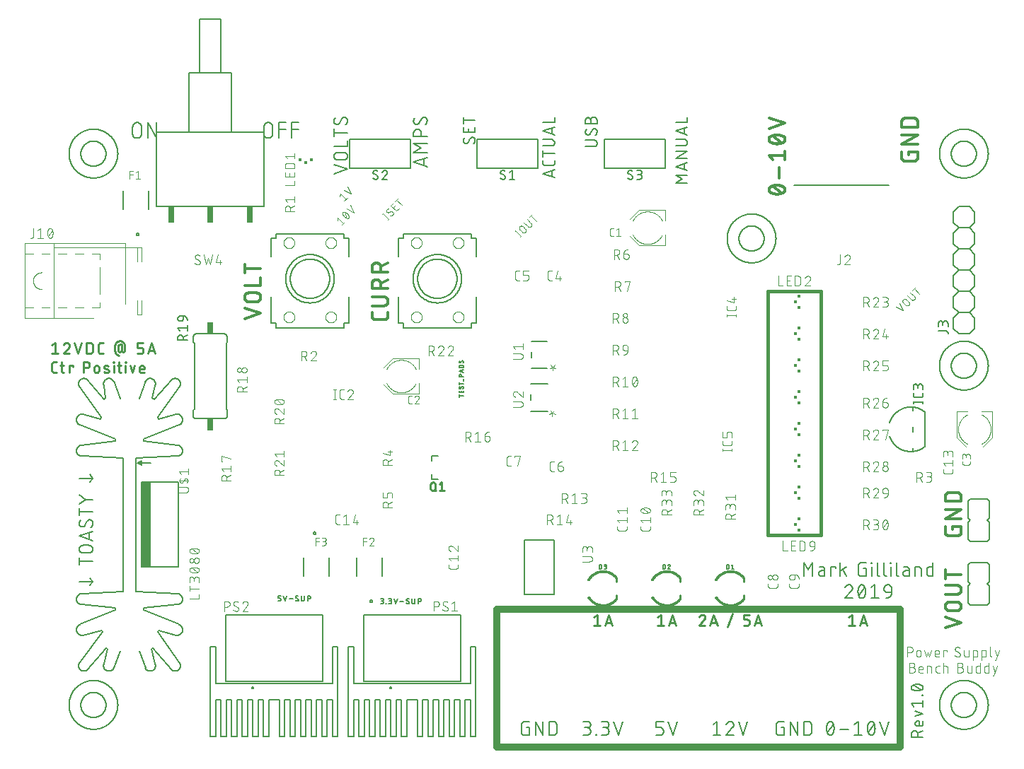
<source format=gbr>
G04 EAGLE Gerber X2 export*
%TF.Part,Single*%
%TF.FileFunction,Legend,Top,1*%
%TF.FilePolarity,Positive*%
%TF.GenerationSoftware,Autodesk,EAGLE,9.1.2*%
%TF.CreationDate,2019-11-04T22:46:01Z*%
G75*
%MOMM*%
%FSLAX34Y34*%
%LPD*%
%AMOC8*
5,1,8,0,0,1.08239X$1,22.5*%
G01*
%ADD10C,0.812800*%
%ADD11C,0.152400*%
%ADD12C,0.406400*%
%ADD13C,0.127000*%
%ADD14C,0.076200*%
%ADD15C,0.355600*%
%ADD16C,0.228600*%
%ADD17C,0.101600*%
%ADD18C,0.203200*%
%ADD19R,0.325000X0.425000*%
%ADD20R,0.350000X0.350000*%
%ADD21R,0.425000X0.325000*%
%ADD22C,0.254000*%
%ADD23R,0.762000X1.397000*%
%ADD24R,1.143000X10.160000*%
%ADD25R,0.800000X1.900000*%
%ADD26C,0.200000*%
%ADD27C,0.025400*%
%ADD28C,0.100000*%


D10*
X533400Y0D02*
X533400Y165100D01*
X1016000Y165100D01*
X1016000Y0D01*
X533400Y0D01*
D11*
X97736Y734963D02*
X97736Y743317D01*
X97738Y743460D01*
X97744Y743602D01*
X97754Y743744D01*
X97767Y743886D01*
X97785Y744028D01*
X97806Y744169D01*
X97831Y744309D01*
X97860Y744449D01*
X97893Y744588D01*
X97930Y744726D01*
X97970Y744862D01*
X98014Y744998D01*
X98062Y745132D01*
X98113Y745265D01*
X98168Y745397D01*
X98227Y745527D01*
X98289Y745655D01*
X98355Y745782D01*
X98424Y745907D01*
X98496Y746030D01*
X98572Y746151D01*
X98651Y746269D01*
X98733Y746386D01*
X98819Y746500D01*
X98907Y746612D01*
X98999Y746721D01*
X99093Y746828D01*
X99190Y746932D01*
X99290Y747034D01*
X99393Y747133D01*
X99499Y747229D01*
X99607Y747322D01*
X99718Y747412D01*
X99831Y747499D01*
X99946Y747582D01*
X100064Y747663D01*
X100184Y747740D01*
X100305Y747815D01*
X100429Y747885D01*
X100555Y747953D01*
X100683Y748017D01*
X100812Y748077D01*
X100943Y748134D01*
X101075Y748187D01*
X101209Y748237D01*
X101344Y748282D01*
X101480Y748325D01*
X101617Y748363D01*
X101756Y748398D01*
X101895Y748429D01*
X102035Y748456D01*
X102175Y748479D01*
X102317Y748499D01*
X102459Y748514D01*
X102601Y748526D01*
X102743Y748534D01*
X102886Y748538D01*
X103028Y748538D01*
X103171Y748534D01*
X103313Y748526D01*
X103455Y748514D01*
X103597Y748499D01*
X103739Y748479D01*
X103879Y748456D01*
X104019Y748429D01*
X104158Y748398D01*
X104297Y748363D01*
X104434Y748325D01*
X104570Y748282D01*
X104705Y748237D01*
X104839Y748187D01*
X104971Y748134D01*
X105102Y748077D01*
X105231Y748017D01*
X105359Y747953D01*
X105485Y747885D01*
X105609Y747815D01*
X105730Y747740D01*
X105850Y747663D01*
X105968Y747582D01*
X106083Y747499D01*
X106196Y747412D01*
X106307Y747322D01*
X106415Y747229D01*
X106521Y747133D01*
X106624Y747034D01*
X106724Y746932D01*
X106821Y746828D01*
X106915Y746721D01*
X107007Y746612D01*
X107095Y746500D01*
X107181Y746386D01*
X107263Y746269D01*
X107342Y746151D01*
X107418Y746030D01*
X107490Y745907D01*
X107559Y745782D01*
X107625Y745655D01*
X107687Y745527D01*
X107746Y745397D01*
X107801Y745265D01*
X107852Y745132D01*
X107900Y744998D01*
X107944Y744862D01*
X107984Y744726D01*
X108021Y744588D01*
X108054Y744449D01*
X108083Y744309D01*
X108108Y744169D01*
X108129Y744028D01*
X108147Y743886D01*
X108160Y743744D01*
X108170Y743602D01*
X108176Y743460D01*
X108178Y743317D01*
X108178Y734963D01*
X108176Y734820D01*
X108170Y734678D01*
X108160Y734536D01*
X108147Y734394D01*
X108129Y734252D01*
X108108Y734111D01*
X108083Y733971D01*
X108054Y733831D01*
X108021Y733692D01*
X107984Y733554D01*
X107944Y733418D01*
X107900Y733282D01*
X107852Y733148D01*
X107801Y733015D01*
X107746Y732883D01*
X107687Y732753D01*
X107625Y732625D01*
X107559Y732498D01*
X107490Y732373D01*
X107418Y732250D01*
X107342Y732129D01*
X107263Y732011D01*
X107181Y731894D01*
X107095Y731780D01*
X107007Y731668D01*
X106915Y731559D01*
X106821Y731452D01*
X106724Y731348D01*
X106624Y731246D01*
X106521Y731147D01*
X106415Y731051D01*
X106307Y730958D01*
X106196Y730868D01*
X106083Y730781D01*
X105968Y730698D01*
X105850Y730617D01*
X105730Y730540D01*
X105609Y730465D01*
X105485Y730395D01*
X105359Y730327D01*
X105231Y730263D01*
X105102Y730203D01*
X104971Y730146D01*
X104839Y730093D01*
X104705Y730043D01*
X104570Y729998D01*
X104434Y729955D01*
X104297Y729917D01*
X104158Y729882D01*
X104019Y729851D01*
X103879Y729824D01*
X103739Y729801D01*
X103597Y729781D01*
X103455Y729766D01*
X103313Y729754D01*
X103171Y729746D01*
X103028Y729742D01*
X102886Y729742D01*
X102743Y729746D01*
X102601Y729754D01*
X102459Y729766D01*
X102317Y729781D01*
X102175Y729801D01*
X102035Y729824D01*
X101895Y729851D01*
X101756Y729882D01*
X101617Y729917D01*
X101480Y729955D01*
X101344Y729998D01*
X101209Y730043D01*
X101075Y730093D01*
X100943Y730146D01*
X100812Y730203D01*
X100683Y730263D01*
X100555Y730327D01*
X100429Y730395D01*
X100305Y730465D01*
X100184Y730540D01*
X100064Y730617D01*
X99946Y730698D01*
X99831Y730781D01*
X99718Y730868D01*
X99607Y730958D01*
X99499Y731051D01*
X99393Y731147D01*
X99290Y731246D01*
X99190Y731348D01*
X99093Y731452D01*
X98999Y731559D01*
X98907Y731668D01*
X98819Y731780D01*
X98733Y731894D01*
X98651Y732011D01*
X98572Y732129D01*
X98496Y732250D01*
X98424Y732373D01*
X98355Y732498D01*
X98289Y732625D01*
X98227Y732753D01*
X98168Y732883D01*
X98113Y733015D01*
X98062Y733148D01*
X98014Y733282D01*
X97970Y733418D01*
X97930Y733554D01*
X97893Y733692D01*
X97860Y733831D01*
X97831Y733971D01*
X97806Y734111D01*
X97785Y734252D01*
X97767Y734394D01*
X97754Y734536D01*
X97744Y734678D01*
X97738Y734820D01*
X97736Y734963D01*
X115796Y729742D02*
X115796Y748538D01*
X126238Y729742D01*
X126238Y748538D01*
X254762Y743317D02*
X254762Y734963D01*
X254762Y743317D02*
X254764Y743460D01*
X254770Y743602D01*
X254780Y743744D01*
X254793Y743886D01*
X254811Y744028D01*
X254832Y744169D01*
X254857Y744309D01*
X254886Y744449D01*
X254919Y744588D01*
X254956Y744726D01*
X254996Y744862D01*
X255040Y744998D01*
X255088Y745132D01*
X255139Y745265D01*
X255194Y745397D01*
X255253Y745527D01*
X255315Y745655D01*
X255381Y745782D01*
X255450Y745907D01*
X255522Y746030D01*
X255598Y746151D01*
X255677Y746269D01*
X255759Y746386D01*
X255845Y746500D01*
X255933Y746612D01*
X256025Y746721D01*
X256119Y746828D01*
X256216Y746932D01*
X256316Y747034D01*
X256419Y747133D01*
X256525Y747229D01*
X256633Y747322D01*
X256744Y747412D01*
X256857Y747499D01*
X256972Y747582D01*
X257090Y747663D01*
X257210Y747740D01*
X257331Y747815D01*
X257455Y747885D01*
X257581Y747953D01*
X257709Y748017D01*
X257838Y748077D01*
X257969Y748134D01*
X258101Y748187D01*
X258235Y748237D01*
X258370Y748282D01*
X258506Y748325D01*
X258643Y748363D01*
X258782Y748398D01*
X258921Y748429D01*
X259061Y748456D01*
X259201Y748479D01*
X259343Y748499D01*
X259485Y748514D01*
X259627Y748526D01*
X259769Y748534D01*
X259912Y748538D01*
X260054Y748538D01*
X260197Y748534D01*
X260339Y748526D01*
X260481Y748514D01*
X260623Y748499D01*
X260765Y748479D01*
X260905Y748456D01*
X261045Y748429D01*
X261184Y748398D01*
X261323Y748363D01*
X261460Y748325D01*
X261596Y748282D01*
X261731Y748237D01*
X261865Y748187D01*
X261997Y748134D01*
X262128Y748077D01*
X262257Y748017D01*
X262385Y747953D01*
X262511Y747885D01*
X262635Y747815D01*
X262756Y747740D01*
X262876Y747663D01*
X262994Y747582D01*
X263109Y747499D01*
X263222Y747412D01*
X263333Y747322D01*
X263441Y747229D01*
X263547Y747133D01*
X263650Y747034D01*
X263750Y746932D01*
X263847Y746828D01*
X263941Y746721D01*
X264033Y746612D01*
X264121Y746500D01*
X264207Y746386D01*
X264289Y746269D01*
X264368Y746151D01*
X264444Y746030D01*
X264516Y745907D01*
X264585Y745782D01*
X264651Y745655D01*
X264713Y745527D01*
X264772Y745397D01*
X264827Y745265D01*
X264878Y745132D01*
X264926Y744998D01*
X264970Y744862D01*
X265010Y744726D01*
X265047Y744588D01*
X265080Y744449D01*
X265109Y744309D01*
X265134Y744169D01*
X265155Y744028D01*
X265173Y743886D01*
X265186Y743744D01*
X265196Y743602D01*
X265202Y743460D01*
X265204Y743317D01*
X265204Y734963D01*
X265202Y734820D01*
X265196Y734678D01*
X265186Y734536D01*
X265173Y734394D01*
X265155Y734252D01*
X265134Y734111D01*
X265109Y733971D01*
X265080Y733831D01*
X265047Y733692D01*
X265010Y733554D01*
X264970Y733418D01*
X264926Y733282D01*
X264878Y733148D01*
X264827Y733015D01*
X264772Y732883D01*
X264713Y732753D01*
X264651Y732625D01*
X264585Y732498D01*
X264516Y732373D01*
X264444Y732250D01*
X264368Y732129D01*
X264289Y732011D01*
X264207Y731894D01*
X264121Y731780D01*
X264033Y731668D01*
X263941Y731559D01*
X263847Y731452D01*
X263750Y731348D01*
X263650Y731246D01*
X263547Y731147D01*
X263441Y731051D01*
X263333Y730958D01*
X263222Y730868D01*
X263109Y730781D01*
X262994Y730698D01*
X262876Y730617D01*
X262756Y730540D01*
X262635Y730465D01*
X262511Y730395D01*
X262385Y730327D01*
X262257Y730263D01*
X262128Y730203D01*
X261997Y730146D01*
X261865Y730093D01*
X261731Y730043D01*
X261596Y729998D01*
X261460Y729955D01*
X261323Y729917D01*
X261184Y729882D01*
X261045Y729851D01*
X260905Y729824D01*
X260765Y729801D01*
X260623Y729781D01*
X260481Y729766D01*
X260339Y729754D01*
X260197Y729746D01*
X260054Y729742D01*
X259912Y729742D01*
X259769Y729746D01*
X259627Y729754D01*
X259485Y729766D01*
X259343Y729781D01*
X259201Y729801D01*
X259061Y729824D01*
X258921Y729851D01*
X258782Y729882D01*
X258643Y729917D01*
X258506Y729955D01*
X258370Y729998D01*
X258235Y730043D01*
X258101Y730093D01*
X257969Y730146D01*
X257838Y730203D01*
X257709Y730263D01*
X257581Y730327D01*
X257455Y730395D01*
X257331Y730465D01*
X257210Y730540D01*
X257090Y730617D01*
X256972Y730698D01*
X256857Y730781D01*
X256744Y730868D01*
X256633Y730958D01*
X256525Y731051D01*
X256419Y731147D01*
X256316Y731246D01*
X256216Y731348D01*
X256119Y731452D01*
X256025Y731559D01*
X255933Y731668D01*
X255845Y731780D01*
X255759Y731894D01*
X255677Y732011D01*
X255598Y732129D01*
X255522Y732250D01*
X255450Y732373D01*
X255381Y732498D01*
X255315Y732625D01*
X255253Y732753D01*
X255194Y732883D01*
X255139Y733015D01*
X255088Y733148D01*
X255040Y733282D01*
X254996Y733418D01*
X254956Y733554D01*
X254919Y733692D01*
X254886Y733831D01*
X254857Y733971D01*
X254832Y734111D01*
X254811Y734252D01*
X254793Y734394D01*
X254780Y734536D01*
X254770Y734678D01*
X254764Y734820D01*
X254762Y734963D01*
X272849Y729742D02*
X272849Y748538D01*
X281203Y748538D01*
X281203Y740184D02*
X272849Y740184D01*
X287996Y748538D02*
X287996Y729742D01*
X287996Y748538D02*
X296350Y748538D01*
X296350Y740184D02*
X287996Y740184D01*
D12*
X857250Y546100D02*
X857250Y254000D01*
X920750Y254000D01*
X920750Y546100D01*
X857250Y546100D01*
D13*
X507365Y727728D02*
X507363Y727839D01*
X507357Y727949D01*
X507347Y728060D01*
X507333Y728170D01*
X507316Y728279D01*
X507294Y728388D01*
X507269Y728496D01*
X507239Y728602D01*
X507206Y728708D01*
X507169Y728813D01*
X507129Y728916D01*
X507084Y729017D01*
X507037Y729117D01*
X506985Y729216D01*
X506930Y729312D01*
X506872Y729406D01*
X506811Y729498D01*
X506746Y729588D01*
X506678Y729676D01*
X506607Y729761D01*
X506533Y729843D01*
X506456Y729923D01*
X506376Y730000D01*
X506294Y730074D01*
X506209Y730145D01*
X506121Y730213D01*
X506031Y730278D01*
X505939Y730339D01*
X505845Y730397D01*
X505749Y730452D01*
X505650Y730504D01*
X505550Y730551D01*
X505449Y730596D01*
X505346Y730636D01*
X505241Y730673D01*
X505135Y730706D01*
X505029Y730736D01*
X504921Y730761D01*
X504812Y730783D01*
X504703Y730800D01*
X504593Y730814D01*
X504482Y730824D01*
X504372Y730830D01*
X504261Y730832D01*
X507365Y727728D02*
X507363Y727571D01*
X507357Y727414D01*
X507348Y727258D01*
X507335Y727101D01*
X507318Y726945D01*
X507298Y726790D01*
X507273Y726635D01*
X507245Y726480D01*
X507214Y726327D01*
X507178Y726174D01*
X507139Y726022D01*
X507097Y725871D01*
X507050Y725721D01*
X507001Y725572D01*
X506947Y725425D01*
X506890Y725278D01*
X506830Y725133D01*
X506766Y724990D01*
X506699Y724848D01*
X506628Y724708D01*
X506554Y724570D01*
X506477Y724433D01*
X506397Y724299D01*
X506313Y724166D01*
X506226Y724035D01*
X506136Y723906D01*
X506044Y723780D01*
X505948Y723656D01*
X505849Y723534D01*
X505747Y723415D01*
X505642Y723298D01*
X505535Y723183D01*
X505425Y723071D01*
X496499Y723459D02*
X496388Y723461D01*
X496278Y723467D01*
X496167Y723477D01*
X496057Y723491D01*
X495948Y723508D01*
X495839Y723530D01*
X495731Y723555D01*
X495625Y723585D01*
X495519Y723618D01*
X495414Y723655D01*
X495311Y723695D01*
X495210Y723740D01*
X495110Y723787D01*
X495011Y723839D01*
X494915Y723894D01*
X494821Y723952D01*
X494729Y724013D01*
X494639Y724078D01*
X494551Y724146D01*
X494466Y724217D01*
X494384Y724291D01*
X494304Y724368D01*
X494227Y724448D01*
X494153Y724530D01*
X494082Y724615D01*
X494014Y724703D01*
X493949Y724793D01*
X493888Y724885D01*
X493830Y724979D01*
X493775Y725075D01*
X493723Y725174D01*
X493676Y725274D01*
X493631Y725375D01*
X493591Y725478D01*
X493554Y725583D01*
X493521Y725689D01*
X493491Y725795D01*
X493466Y725903D01*
X493444Y726012D01*
X493427Y726121D01*
X493413Y726231D01*
X493403Y726342D01*
X493397Y726452D01*
X493395Y726563D01*
X493397Y726713D01*
X493403Y726863D01*
X493412Y727012D01*
X493426Y727161D01*
X493443Y727310D01*
X493464Y727458D01*
X493489Y727606D01*
X493518Y727753D01*
X493551Y727899D01*
X493587Y728045D01*
X493627Y728189D01*
X493670Y728333D01*
X493718Y728475D01*
X493769Y728616D01*
X493824Y728755D01*
X493882Y728893D01*
X493943Y729030D01*
X494009Y729165D01*
X494077Y729298D01*
X494149Y729429D01*
X494225Y729559D01*
X494304Y729686D01*
X494386Y729811D01*
X494471Y729935D01*
X494559Y730056D01*
X499215Y725011D02*
X499158Y724918D01*
X499098Y724827D01*
X499035Y724738D01*
X498969Y724652D01*
X498899Y724567D01*
X498827Y724486D01*
X498752Y724406D01*
X498674Y724330D01*
X498594Y724256D01*
X498511Y724185D01*
X498426Y724117D01*
X498339Y724051D01*
X498249Y723989D01*
X498157Y723930D01*
X498063Y723874D01*
X497968Y723822D01*
X497870Y723773D01*
X497771Y723727D01*
X497671Y723685D01*
X497569Y723646D01*
X497465Y723611D01*
X497361Y723579D01*
X497255Y723551D01*
X497149Y723527D01*
X497042Y723506D01*
X496934Y723489D01*
X496826Y723476D01*
X496717Y723467D01*
X496608Y723461D01*
X496499Y723459D01*
X501545Y729280D02*
X501602Y729373D01*
X501662Y729464D01*
X501725Y729553D01*
X501791Y729639D01*
X501861Y729724D01*
X501933Y729805D01*
X502008Y729885D01*
X502086Y729961D01*
X502166Y730035D01*
X502249Y730106D01*
X502334Y730175D01*
X502421Y730240D01*
X502511Y730302D01*
X502603Y730361D01*
X502697Y730417D01*
X502792Y730469D01*
X502890Y730518D01*
X502989Y730564D01*
X503089Y730606D01*
X503191Y730645D01*
X503295Y730680D01*
X503399Y730712D01*
X503505Y730740D01*
X503611Y730764D01*
X503718Y730785D01*
X503826Y730802D01*
X503934Y730815D01*
X504043Y730824D01*
X504152Y730830D01*
X504261Y730832D01*
X501544Y729280D02*
X499216Y725011D01*
X507365Y736787D02*
X507365Y742996D01*
X507365Y736787D02*
X493395Y736787D01*
X493395Y742996D01*
X499604Y741444D02*
X499604Y736787D01*
X493395Y751134D02*
X507365Y751134D01*
X493395Y747254D02*
X493395Y755015D01*
X588645Y686954D02*
X602615Y682298D01*
X602615Y691611D02*
X588645Y686954D01*
X599123Y690447D02*
X599123Y683462D01*
X602615Y699827D02*
X602615Y702931D01*
X602615Y699827D02*
X602613Y699716D01*
X602607Y699606D01*
X602597Y699495D01*
X602583Y699385D01*
X602566Y699276D01*
X602544Y699167D01*
X602519Y699059D01*
X602489Y698953D01*
X602456Y698847D01*
X602419Y698742D01*
X602379Y698639D01*
X602334Y698538D01*
X602287Y698438D01*
X602235Y698339D01*
X602180Y698243D01*
X602122Y698149D01*
X602061Y698057D01*
X601996Y697967D01*
X601928Y697879D01*
X601857Y697794D01*
X601783Y697712D01*
X601706Y697632D01*
X601626Y697555D01*
X601544Y697481D01*
X601459Y697410D01*
X601371Y697342D01*
X601281Y697277D01*
X601189Y697216D01*
X601095Y697158D01*
X600999Y697103D01*
X600900Y697051D01*
X600800Y697004D01*
X600699Y696959D01*
X600596Y696919D01*
X600491Y696882D01*
X600385Y696849D01*
X600279Y696819D01*
X600171Y696794D01*
X600062Y696772D01*
X599953Y696755D01*
X599843Y696741D01*
X599732Y696731D01*
X599622Y696725D01*
X599511Y696723D01*
X599511Y696722D02*
X591749Y696722D01*
X591638Y696724D01*
X591527Y696730D01*
X591417Y696740D01*
X591307Y696754D01*
X591198Y696771D01*
X591089Y696793D01*
X590981Y696818D01*
X590874Y696848D01*
X590768Y696881D01*
X590664Y696918D01*
X590561Y696958D01*
X590459Y697003D01*
X590359Y697050D01*
X590261Y697102D01*
X590165Y697157D01*
X590070Y697215D01*
X589978Y697276D01*
X589888Y697341D01*
X589801Y697409D01*
X589716Y697480D01*
X589633Y697554D01*
X589553Y697631D01*
X589476Y697711D01*
X589402Y697794D01*
X589331Y697879D01*
X589263Y697966D01*
X589199Y698056D01*
X589137Y698148D01*
X589079Y698243D01*
X589024Y698339D01*
X588972Y698437D01*
X588925Y698537D01*
X588880Y698639D01*
X588840Y698742D01*
X588803Y698846D01*
X588770Y698952D01*
X588740Y699059D01*
X588715Y699167D01*
X588693Y699276D01*
X588676Y699385D01*
X588662Y699495D01*
X588652Y699605D01*
X588646Y699716D01*
X588644Y699827D01*
X588645Y699827D02*
X588645Y702931D01*
X588645Y711137D02*
X602615Y711137D01*
X588645Y707257D02*
X588645Y715018D01*
X588645Y720489D02*
X598734Y720489D01*
X598857Y720491D01*
X598980Y720497D01*
X599103Y720507D01*
X599225Y720520D01*
X599347Y720538D01*
X599468Y720559D01*
X599589Y720584D01*
X599709Y720613D01*
X599827Y720646D01*
X599945Y720683D01*
X600061Y720723D01*
X600176Y720767D01*
X600290Y720815D01*
X600402Y720866D01*
X600512Y720920D01*
X600621Y720979D01*
X600728Y721040D01*
X600832Y721105D01*
X600935Y721173D01*
X601035Y721245D01*
X601133Y721319D01*
X601229Y721397D01*
X601322Y721478D01*
X601412Y721561D01*
X601500Y721648D01*
X601585Y721737D01*
X601667Y721828D01*
X601746Y721923D01*
X601822Y722020D01*
X601895Y722119D01*
X601965Y722220D01*
X602032Y722324D01*
X602095Y722430D01*
X602155Y722537D01*
X602211Y722647D01*
X602264Y722758D01*
X602314Y722871D01*
X602359Y722985D01*
X602402Y723101D01*
X602440Y723218D01*
X602475Y723336D01*
X602506Y723455D01*
X602533Y723575D01*
X602556Y723696D01*
X602575Y723818D01*
X602591Y723940D01*
X602603Y724062D01*
X602611Y724185D01*
X602615Y724308D01*
X602615Y724432D01*
X602611Y724555D01*
X602603Y724678D01*
X602591Y724800D01*
X602575Y724922D01*
X602556Y725044D01*
X602533Y725165D01*
X602506Y725285D01*
X602475Y725404D01*
X602440Y725522D01*
X602402Y725639D01*
X602359Y725755D01*
X602314Y725869D01*
X602264Y725982D01*
X602211Y726093D01*
X602155Y726203D01*
X602095Y726311D01*
X602032Y726416D01*
X601965Y726520D01*
X601895Y726621D01*
X601822Y726720D01*
X601746Y726817D01*
X601667Y726912D01*
X601585Y727003D01*
X601500Y727092D01*
X601412Y727179D01*
X601322Y727262D01*
X601229Y727343D01*
X601133Y727421D01*
X601035Y727495D01*
X600935Y727567D01*
X600832Y727635D01*
X600728Y727700D01*
X600621Y727761D01*
X600512Y727820D01*
X600402Y727874D01*
X600290Y727925D01*
X600176Y727973D01*
X600061Y728017D01*
X599945Y728057D01*
X599827Y728094D01*
X599709Y728127D01*
X599589Y728156D01*
X599468Y728181D01*
X599347Y728202D01*
X599225Y728220D01*
X599103Y728233D01*
X598980Y728243D01*
X598857Y728249D01*
X598734Y728251D01*
X598734Y728250D02*
X588645Y728250D01*
X588645Y738514D02*
X602615Y733858D01*
X602615Y743171D02*
X588645Y738514D01*
X599123Y742007D02*
X599123Y735022D01*
X602615Y748806D02*
X588645Y748806D01*
X602615Y748806D02*
X602615Y755015D01*
D11*
X450088Y695455D02*
X433832Y700874D01*
X450088Y706292D01*
X446024Y704938D02*
X446024Y696810D01*
X450088Y712649D02*
X433832Y712649D01*
X442863Y718068D01*
X433832Y723487D01*
X450088Y723487D01*
X450088Y731479D02*
X433832Y731479D01*
X433832Y735994D01*
X433834Y736127D01*
X433840Y736259D01*
X433850Y736391D01*
X433863Y736523D01*
X433881Y736655D01*
X433902Y736785D01*
X433927Y736916D01*
X433956Y737045D01*
X433989Y737173D01*
X434025Y737301D01*
X434065Y737427D01*
X434109Y737552D01*
X434157Y737676D01*
X434208Y737798D01*
X434263Y737919D01*
X434321Y738038D01*
X434383Y738156D01*
X434448Y738271D01*
X434517Y738385D01*
X434588Y738496D01*
X434664Y738605D01*
X434742Y738712D01*
X434823Y738817D01*
X434908Y738919D01*
X434995Y739019D01*
X435085Y739116D01*
X435178Y739211D01*
X435274Y739302D01*
X435372Y739391D01*
X435473Y739477D01*
X435577Y739560D01*
X435683Y739640D01*
X435791Y739716D01*
X435901Y739790D01*
X436014Y739860D01*
X436128Y739927D01*
X436245Y739990D01*
X436363Y740050D01*
X436483Y740107D01*
X436605Y740160D01*
X436728Y740209D01*
X436852Y740255D01*
X436978Y740297D01*
X437105Y740335D01*
X437233Y740370D01*
X437362Y740401D01*
X437491Y740428D01*
X437622Y740451D01*
X437753Y740471D01*
X437885Y740486D01*
X438017Y740498D01*
X438149Y740506D01*
X438282Y740510D01*
X438414Y740510D01*
X438547Y740506D01*
X438679Y740498D01*
X438811Y740486D01*
X438943Y740471D01*
X439074Y740451D01*
X439205Y740428D01*
X439334Y740401D01*
X439463Y740370D01*
X439591Y740335D01*
X439718Y740297D01*
X439844Y740255D01*
X439968Y740209D01*
X440091Y740160D01*
X440213Y740107D01*
X440333Y740050D01*
X440451Y739990D01*
X440568Y739927D01*
X440682Y739860D01*
X440795Y739790D01*
X440905Y739716D01*
X441013Y739640D01*
X441119Y739560D01*
X441223Y739477D01*
X441324Y739391D01*
X441422Y739302D01*
X441518Y739211D01*
X441611Y739116D01*
X441701Y739019D01*
X441788Y738919D01*
X441873Y738817D01*
X441954Y738712D01*
X442032Y738605D01*
X442108Y738496D01*
X442179Y738385D01*
X442248Y738271D01*
X442313Y738156D01*
X442375Y738038D01*
X442433Y737919D01*
X442488Y737798D01*
X442539Y737676D01*
X442587Y737552D01*
X442631Y737427D01*
X442671Y737301D01*
X442707Y737173D01*
X442740Y737045D01*
X442769Y736916D01*
X442794Y736785D01*
X442815Y736655D01*
X442833Y736523D01*
X442846Y736391D01*
X442856Y736259D01*
X442862Y736127D01*
X442864Y735994D01*
X442863Y735994D02*
X442863Y731479D01*
X450088Y751276D02*
X450086Y751394D01*
X450080Y751512D01*
X450071Y751630D01*
X450057Y751747D01*
X450040Y751864D01*
X450019Y751981D01*
X449994Y752096D01*
X449965Y752211D01*
X449932Y752325D01*
X449896Y752437D01*
X449856Y752548D01*
X449813Y752658D01*
X449766Y752767D01*
X449716Y752874D01*
X449661Y752979D01*
X449604Y753082D01*
X449543Y753183D01*
X449479Y753283D01*
X449412Y753380D01*
X449342Y753475D01*
X449268Y753567D01*
X449192Y753658D01*
X449112Y753745D01*
X449030Y753830D01*
X448945Y753912D01*
X448858Y753992D01*
X448767Y754068D01*
X448675Y754142D01*
X448580Y754212D01*
X448483Y754279D01*
X448383Y754343D01*
X448282Y754404D01*
X448179Y754461D01*
X448074Y754516D01*
X447967Y754566D01*
X447858Y754613D01*
X447748Y754656D01*
X447637Y754696D01*
X447525Y754732D01*
X447411Y754765D01*
X447296Y754794D01*
X447181Y754819D01*
X447064Y754840D01*
X446947Y754857D01*
X446830Y754871D01*
X446712Y754880D01*
X446594Y754886D01*
X446476Y754888D01*
X450088Y751276D02*
X450086Y751093D01*
X450079Y750911D01*
X450068Y750729D01*
X450053Y750547D01*
X450033Y750365D01*
X450010Y750184D01*
X449981Y750004D01*
X449949Y749824D01*
X449912Y749645D01*
X449871Y749468D01*
X449825Y749291D01*
X449776Y749115D01*
X449722Y748941D01*
X449664Y748767D01*
X449602Y748596D01*
X449536Y748426D01*
X449465Y748257D01*
X449391Y748090D01*
X449313Y747925D01*
X449231Y747762D01*
X449145Y747601D01*
X449055Y747442D01*
X448961Y747285D01*
X448864Y747131D01*
X448763Y746979D01*
X448658Y746829D01*
X448550Y746682D01*
X448439Y746538D01*
X448324Y746396D01*
X448205Y746257D01*
X448083Y746121D01*
X447958Y745988D01*
X447830Y745858D01*
X437444Y746309D02*
X437326Y746311D01*
X437208Y746317D01*
X437090Y746326D01*
X436973Y746340D01*
X436856Y746357D01*
X436739Y746378D01*
X436624Y746403D01*
X436509Y746432D01*
X436395Y746465D01*
X436283Y746501D01*
X436172Y746541D01*
X436062Y746584D01*
X435953Y746631D01*
X435846Y746681D01*
X435741Y746736D01*
X435638Y746793D01*
X435537Y746854D01*
X435437Y746918D01*
X435340Y746985D01*
X435245Y747055D01*
X435153Y747129D01*
X435062Y747205D01*
X434975Y747285D01*
X434890Y747367D01*
X434808Y747452D01*
X434728Y747539D01*
X434652Y747630D01*
X434578Y747722D01*
X434508Y747817D01*
X434441Y747914D01*
X434377Y748014D01*
X434316Y748115D01*
X434259Y748218D01*
X434204Y748323D01*
X434154Y748430D01*
X434107Y748539D01*
X434064Y748649D01*
X434024Y748760D01*
X433988Y748872D01*
X433955Y748986D01*
X433926Y749101D01*
X433901Y749216D01*
X433880Y749333D01*
X433863Y749450D01*
X433849Y749567D01*
X433840Y749685D01*
X433834Y749803D01*
X433832Y749921D01*
X433834Y750082D01*
X433840Y750244D01*
X433849Y750405D01*
X433863Y750566D01*
X433880Y750726D01*
X433901Y750886D01*
X433926Y751046D01*
X433955Y751205D01*
X433987Y751363D01*
X434023Y751520D01*
X434063Y751676D01*
X434107Y751832D01*
X434155Y751986D01*
X434206Y752139D01*
X434260Y752291D01*
X434319Y752442D01*
X434380Y752591D01*
X434446Y752738D01*
X434515Y752884D01*
X434587Y753029D01*
X434663Y753171D01*
X434742Y753312D01*
X434824Y753451D01*
X434910Y753587D01*
X434999Y753722D01*
X435091Y753855D01*
X435187Y753985D01*
X440605Y748114D02*
X440543Y748013D01*
X440478Y747913D01*
X440409Y747816D01*
X440337Y747721D01*
X440263Y747628D01*
X440185Y747538D01*
X440104Y747450D01*
X440021Y747365D01*
X439935Y747283D01*
X439846Y747204D01*
X439755Y747127D01*
X439661Y747054D01*
X439565Y746983D01*
X439467Y746916D01*
X439367Y746852D01*
X439264Y746791D01*
X439160Y746734D01*
X439054Y746680D01*
X438946Y746630D01*
X438837Y746583D01*
X438726Y746539D01*
X438614Y746499D01*
X438500Y746463D01*
X438386Y746431D01*
X438270Y746402D01*
X438154Y746377D01*
X438037Y746356D01*
X437919Y746339D01*
X437801Y746325D01*
X437682Y746316D01*
X437563Y746310D01*
X437444Y746308D01*
X443315Y753082D02*
X443377Y753183D01*
X443442Y753283D01*
X443511Y753380D01*
X443583Y753475D01*
X443657Y753568D01*
X443735Y753658D01*
X443816Y753746D01*
X443899Y753831D01*
X443985Y753913D01*
X444074Y753992D01*
X444165Y754069D01*
X444259Y754142D01*
X444355Y754213D01*
X444453Y754280D01*
X444553Y754344D01*
X444656Y754405D01*
X444760Y754462D01*
X444866Y754516D01*
X444974Y754566D01*
X445083Y754613D01*
X445194Y754657D01*
X445306Y754697D01*
X445420Y754733D01*
X445534Y754765D01*
X445650Y754794D01*
X445766Y754819D01*
X445883Y754840D01*
X446001Y754857D01*
X446119Y754871D01*
X446238Y754880D01*
X446357Y754886D01*
X446476Y754888D01*
X443315Y753082D02*
X440605Y748115D01*
X354838Y692537D02*
X338582Y687118D01*
X338582Y697956D02*
X354838Y692537D01*
X350322Y703653D02*
X343098Y703653D01*
X343098Y703652D02*
X342965Y703654D01*
X342833Y703660D01*
X342701Y703670D01*
X342569Y703683D01*
X342437Y703701D01*
X342307Y703722D01*
X342176Y703747D01*
X342047Y703776D01*
X341919Y703809D01*
X341791Y703845D01*
X341665Y703885D01*
X341540Y703929D01*
X341416Y703977D01*
X341294Y704028D01*
X341173Y704083D01*
X341054Y704141D01*
X340936Y704203D01*
X340821Y704268D01*
X340707Y704337D01*
X340596Y704408D01*
X340487Y704484D01*
X340380Y704562D01*
X340275Y704643D01*
X340173Y704728D01*
X340073Y704815D01*
X339976Y704905D01*
X339881Y704998D01*
X339790Y705094D01*
X339701Y705192D01*
X339615Y705293D01*
X339532Y705397D01*
X339452Y705503D01*
X339376Y705611D01*
X339302Y705721D01*
X339232Y705834D01*
X339165Y705948D01*
X339102Y706065D01*
X339042Y706183D01*
X338985Y706303D01*
X338932Y706425D01*
X338883Y706548D01*
X338837Y706672D01*
X338795Y706798D01*
X338757Y706925D01*
X338722Y707053D01*
X338691Y707182D01*
X338664Y707311D01*
X338641Y707442D01*
X338621Y707573D01*
X338606Y707705D01*
X338594Y707837D01*
X338586Y707969D01*
X338582Y708102D01*
X338582Y708234D01*
X338586Y708367D01*
X338594Y708499D01*
X338606Y708631D01*
X338621Y708763D01*
X338641Y708894D01*
X338664Y709025D01*
X338691Y709154D01*
X338722Y709283D01*
X338757Y709411D01*
X338795Y709538D01*
X338837Y709664D01*
X338883Y709788D01*
X338932Y709911D01*
X338985Y710033D01*
X339042Y710153D01*
X339102Y710271D01*
X339165Y710388D01*
X339232Y710502D01*
X339302Y710615D01*
X339376Y710725D01*
X339452Y710833D01*
X339532Y710939D01*
X339615Y711043D01*
X339701Y711144D01*
X339790Y711242D01*
X339881Y711338D01*
X339976Y711431D01*
X340073Y711521D01*
X340173Y711608D01*
X340275Y711693D01*
X340380Y711774D01*
X340487Y711852D01*
X340596Y711928D01*
X340707Y711999D01*
X340821Y712068D01*
X340936Y712133D01*
X341054Y712195D01*
X341173Y712253D01*
X341294Y712308D01*
X341416Y712359D01*
X341540Y712407D01*
X341665Y712451D01*
X341791Y712491D01*
X341919Y712527D01*
X342047Y712560D01*
X342176Y712589D01*
X342307Y712614D01*
X342437Y712635D01*
X342569Y712653D01*
X342701Y712666D01*
X342833Y712676D01*
X342965Y712682D01*
X343098Y712684D01*
X350322Y712684D01*
X350455Y712682D01*
X350587Y712676D01*
X350719Y712666D01*
X350851Y712653D01*
X350983Y712635D01*
X351113Y712614D01*
X351244Y712589D01*
X351373Y712560D01*
X351501Y712527D01*
X351629Y712491D01*
X351755Y712451D01*
X351880Y712407D01*
X352004Y712359D01*
X352126Y712308D01*
X352247Y712253D01*
X352366Y712195D01*
X352484Y712133D01*
X352599Y712068D01*
X352713Y711999D01*
X352824Y711928D01*
X352933Y711852D01*
X353040Y711774D01*
X353145Y711693D01*
X353247Y711608D01*
X353347Y711521D01*
X353444Y711431D01*
X353539Y711338D01*
X353630Y711242D01*
X353719Y711144D01*
X353805Y711043D01*
X353888Y710939D01*
X353968Y710833D01*
X354044Y710725D01*
X354118Y710615D01*
X354188Y710502D01*
X354255Y710388D01*
X354318Y710271D01*
X354378Y710153D01*
X354435Y710033D01*
X354488Y709911D01*
X354537Y709788D01*
X354583Y709664D01*
X354625Y709538D01*
X354663Y709411D01*
X354698Y709283D01*
X354729Y709154D01*
X354756Y709025D01*
X354779Y708894D01*
X354799Y708763D01*
X354814Y708631D01*
X354826Y708499D01*
X354834Y708367D01*
X354838Y708234D01*
X354838Y708102D01*
X354834Y707969D01*
X354826Y707837D01*
X354814Y707705D01*
X354799Y707573D01*
X354779Y707442D01*
X354756Y707311D01*
X354729Y707182D01*
X354698Y707053D01*
X354663Y706925D01*
X354625Y706798D01*
X354583Y706672D01*
X354537Y706548D01*
X354488Y706425D01*
X354435Y706303D01*
X354378Y706183D01*
X354318Y706065D01*
X354255Y705948D01*
X354188Y705834D01*
X354118Y705721D01*
X354044Y705611D01*
X353968Y705503D01*
X353888Y705397D01*
X353805Y705293D01*
X353719Y705192D01*
X353630Y705094D01*
X353539Y704998D01*
X353444Y704905D01*
X353347Y704815D01*
X353247Y704728D01*
X353145Y704643D01*
X353040Y704562D01*
X352933Y704484D01*
X352824Y704408D01*
X352713Y704337D01*
X352599Y704268D01*
X352484Y704203D01*
X352366Y704141D01*
X352247Y704083D01*
X352126Y704028D01*
X352004Y703977D01*
X351880Y703929D01*
X351755Y703885D01*
X351629Y703845D01*
X351501Y703809D01*
X351373Y703776D01*
X351244Y703747D01*
X351113Y703722D01*
X350983Y703701D01*
X350851Y703683D01*
X350719Y703670D01*
X350587Y703660D01*
X350455Y703654D01*
X350322Y703652D01*
X354838Y719835D02*
X338582Y719835D01*
X354838Y719835D02*
X354838Y727060D01*
X354838Y736304D02*
X338582Y736304D01*
X338582Y731789D02*
X338582Y740820D01*
X351226Y754888D02*
X351344Y754886D01*
X351462Y754880D01*
X351580Y754871D01*
X351697Y754857D01*
X351814Y754840D01*
X351931Y754819D01*
X352046Y754794D01*
X352161Y754765D01*
X352275Y754732D01*
X352387Y754696D01*
X352498Y754656D01*
X352608Y754613D01*
X352717Y754566D01*
X352824Y754516D01*
X352929Y754461D01*
X353032Y754404D01*
X353133Y754343D01*
X353233Y754279D01*
X353330Y754212D01*
X353425Y754142D01*
X353517Y754068D01*
X353608Y753992D01*
X353695Y753912D01*
X353780Y753830D01*
X353862Y753745D01*
X353942Y753658D01*
X354018Y753567D01*
X354092Y753475D01*
X354162Y753380D01*
X354229Y753283D01*
X354293Y753183D01*
X354354Y753082D01*
X354411Y752979D01*
X354466Y752874D01*
X354516Y752767D01*
X354563Y752658D01*
X354606Y752548D01*
X354646Y752437D01*
X354682Y752325D01*
X354715Y752211D01*
X354744Y752096D01*
X354769Y751981D01*
X354790Y751864D01*
X354807Y751747D01*
X354821Y751630D01*
X354830Y751512D01*
X354836Y751394D01*
X354838Y751276D01*
X354836Y751093D01*
X354829Y750911D01*
X354818Y750729D01*
X354803Y750547D01*
X354783Y750365D01*
X354760Y750184D01*
X354731Y750004D01*
X354699Y749824D01*
X354662Y749645D01*
X354621Y749468D01*
X354575Y749291D01*
X354526Y749115D01*
X354472Y748941D01*
X354414Y748767D01*
X354352Y748596D01*
X354286Y748426D01*
X354215Y748257D01*
X354141Y748090D01*
X354063Y747925D01*
X353981Y747762D01*
X353895Y747601D01*
X353805Y747442D01*
X353711Y747285D01*
X353614Y747131D01*
X353513Y746979D01*
X353408Y746829D01*
X353300Y746682D01*
X353189Y746538D01*
X353074Y746396D01*
X352955Y746257D01*
X352833Y746121D01*
X352708Y745988D01*
X352580Y745858D01*
X342194Y746309D02*
X342076Y746311D01*
X341958Y746317D01*
X341840Y746326D01*
X341723Y746340D01*
X341606Y746357D01*
X341489Y746378D01*
X341374Y746403D01*
X341259Y746432D01*
X341145Y746465D01*
X341033Y746501D01*
X340922Y746541D01*
X340812Y746584D01*
X340703Y746631D01*
X340596Y746681D01*
X340491Y746736D01*
X340388Y746793D01*
X340287Y746854D01*
X340187Y746918D01*
X340090Y746985D01*
X339995Y747055D01*
X339903Y747129D01*
X339812Y747205D01*
X339725Y747285D01*
X339640Y747367D01*
X339558Y747452D01*
X339478Y747539D01*
X339402Y747630D01*
X339328Y747722D01*
X339258Y747817D01*
X339191Y747914D01*
X339127Y748014D01*
X339066Y748115D01*
X339009Y748218D01*
X338954Y748323D01*
X338904Y748430D01*
X338857Y748539D01*
X338814Y748649D01*
X338774Y748760D01*
X338738Y748872D01*
X338705Y748986D01*
X338676Y749101D01*
X338651Y749216D01*
X338630Y749333D01*
X338613Y749450D01*
X338599Y749567D01*
X338590Y749685D01*
X338584Y749803D01*
X338582Y749921D01*
X338584Y750082D01*
X338590Y750244D01*
X338599Y750405D01*
X338613Y750566D01*
X338630Y750726D01*
X338651Y750886D01*
X338676Y751046D01*
X338705Y751205D01*
X338737Y751363D01*
X338773Y751520D01*
X338813Y751676D01*
X338857Y751832D01*
X338905Y751986D01*
X338956Y752139D01*
X339010Y752291D01*
X339069Y752442D01*
X339130Y752591D01*
X339196Y752738D01*
X339265Y752884D01*
X339337Y753029D01*
X339413Y753171D01*
X339492Y753312D01*
X339574Y753451D01*
X339660Y753587D01*
X339749Y753722D01*
X339841Y753855D01*
X339937Y753985D01*
X345355Y748114D02*
X345293Y748013D01*
X345228Y747913D01*
X345159Y747816D01*
X345087Y747721D01*
X345013Y747628D01*
X344935Y747538D01*
X344854Y747450D01*
X344771Y747365D01*
X344685Y747283D01*
X344596Y747204D01*
X344505Y747127D01*
X344411Y747054D01*
X344315Y746983D01*
X344217Y746916D01*
X344117Y746852D01*
X344014Y746791D01*
X343910Y746734D01*
X343804Y746680D01*
X343696Y746630D01*
X343587Y746583D01*
X343476Y746539D01*
X343364Y746499D01*
X343250Y746463D01*
X343136Y746431D01*
X343020Y746402D01*
X342904Y746377D01*
X342787Y746356D01*
X342669Y746339D01*
X342551Y746325D01*
X342432Y746316D01*
X342313Y746310D01*
X342194Y746308D01*
X348065Y753082D02*
X348127Y753183D01*
X348192Y753283D01*
X348261Y753380D01*
X348333Y753475D01*
X348407Y753568D01*
X348485Y753658D01*
X348566Y753746D01*
X348649Y753831D01*
X348735Y753913D01*
X348824Y753992D01*
X348915Y754069D01*
X349009Y754142D01*
X349105Y754213D01*
X349203Y754280D01*
X349303Y754344D01*
X349406Y754405D01*
X349510Y754462D01*
X349616Y754516D01*
X349724Y754566D01*
X349833Y754613D01*
X349944Y754657D01*
X350056Y754697D01*
X350170Y754733D01*
X350284Y754765D01*
X350400Y754794D01*
X350516Y754819D01*
X350633Y754840D01*
X350751Y754857D01*
X350869Y754871D01*
X350988Y754880D01*
X351107Y754886D01*
X351226Y754888D01*
X348065Y753082D02*
X345355Y748115D01*
D13*
X639445Y719672D02*
X649534Y719672D01*
X649657Y719674D01*
X649780Y719680D01*
X649903Y719690D01*
X650025Y719703D01*
X650147Y719721D01*
X650268Y719742D01*
X650389Y719767D01*
X650509Y719796D01*
X650627Y719829D01*
X650745Y719866D01*
X650861Y719906D01*
X650976Y719950D01*
X651090Y719998D01*
X651202Y720049D01*
X651312Y720103D01*
X651421Y720162D01*
X651528Y720223D01*
X651632Y720288D01*
X651735Y720356D01*
X651835Y720428D01*
X651933Y720502D01*
X652029Y720580D01*
X652122Y720661D01*
X652212Y720744D01*
X652300Y720831D01*
X652385Y720920D01*
X652467Y721011D01*
X652546Y721106D01*
X652622Y721203D01*
X652695Y721302D01*
X652765Y721403D01*
X652832Y721507D01*
X652895Y721613D01*
X652955Y721720D01*
X653011Y721830D01*
X653064Y721941D01*
X653114Y722054D01*
X653159Y722168D01*
X653202Y722284D01*
X653240Y722401D01*
X653275Y722519D01*
X653306Y722638D01*
X653333Y722758D01*
X653356Y722879D01*
X653375Y723001D01*
X653391Y723123D01*
X653403Y723245D01*
X653411Y723368D01*
X653415Y723491D01*
X653415Y723615D01*
X653411Y723738D01*
X653403Y723861D01*
X653391Y723983D01*
X653375Y724105D01*
X653356Y724227D01*
X653333Y724348D01*
X653306Y724468D01*
X653275Y724587D01*
X653240Y724705D01*
X653202Y724822D01*
X653159Y724938D01*
X653114Y725052D01*
X653064Y725165D01*
X653011Y725276D01*
X652955Y725386D01*
X652895Y725494D01*
X652832Y725599D01*
X652765Y725703D01*
X652695Y725804D01*
X652622Y725903D01*
X652546Y726000D01*
X652467Y726095D01*
X652385Y726186D01*
X652300Y726275D01*
X652212Y726362D01*
X652122Y726445D01*
X652029Y726526D01*
X651933Y726604D01*
X651835Y726678D01*
X651735Y726750D01*
X651632Y726818D01*
X651528Y726883D01*
X651421Y726944D01*
X651312Y727003D01*
X651202Y727057D01*
X651090Y727108D01*
X650976Y727156D01*
X650861Y727200D01*
X650745Y727240D01*
X650627Y727277D01*
X650509Y727310D01*
X650389Y727339D01*
X650268Y727364D01*
X650147Y727385D01*
X650025Y727403D01*
X649903Y727416D01*
X649780Y727426D01*
X649657Y727432D01*
X649534Y727434D01*
X649534Y727433D02*
X639445Y727433D01*
X650311Y741121D02*
X650422Y741119D01*
X650532Y741113D01*
X650643Y741103D01*
X650753Y741089D01*
X650862Y741072D01*
X650971Y741050D01*
X651079Y741025D01*
X651185Y740995D01*
X651291Y740962D01*
X651396Y740925D01*
X651499Y740885D01*
X651600Y740840D01*
X651700Y740793D01*
X651799Y740741D01*
X651895Y740686D01*
X651989Y740628D01*
X652081Y740567D01*
X652171Y740502D01*
X652259Y740434D01*
X652344Y740363D01*
X652426Y740289D01*
X652506Y740212D01*
X652583Y740132D01*
X652657Y740050D01*
X652728Y739965D01*
X652796Y739877D01*
X652861Y739787D01*
X652922Y739695D01*
X652980Y739601D01*
X653035Y739505D01*
X653087Y739406D01*
X653134Y739306D01*
X653179Y739205D01*
X653219Y739102D01*
X653256Y738997D01*
X653289Y738891D01*
X653319Y738785D01*
X653344Y738677D01*
X653366Y738568D01*
X653383Y738459D01*
X653397Y738349D01*
X653407Y738238D01*
X653413Y738128D01*
X653415Y738017D01*
X653413Y737860D01*
X653407Y737703D01*
X653398Y737547D01*
X653385Y737390D01*
X653368Y737234D01*
X653348Y737079D01*
X653323Y736924D01*
X653295Y736769D01*
X653264Y736616D01*
X653228Y736463D01*
X653189Y736311D01*
X653147Y736160D01*
X653100Y736010D01*
X653051Y735861D01*
X652997Y735714D01*
X652940Y735567D01*
X652880Y735422D01*
X652816Y735279D01*
X652749Y735137D01*
X652678Y734997D01*
X652604Y734859D01*
X652527Y734722D01*
X652447Y734588D01*
X652363Y734455D01*
X652276Y734324D01*
X652186Y734195D01*
X652094Y734069D01*
X651998Y733945D01*
X651899Y733823D01*
X651797Y733704D01*
X651692Y733587D01*
X651585Y733472D01*
X651475Y733360D01*
X642549Y733749D02*
X642438Y733751D01*
X642328Y733757D01*
X642217Y733767D01*
X642107Y733781D01*
X641998Y733798D01*
X641889Y733820D01*
X641781Y733845D01*
X641675Y733875D01*
X641569Y733908D01*
X641464Y733945D01*
X641361Y733985D01*
X641260Y734030D01*
X641160Y734077D01*
X641061Y734129D01*
X640965Y734184D01*
X640871Y734242D01*
X640779Y734303D01*
X640689Y734368D01*
X640601Y734436D01*
X640516Y734507D01*
X640434Y734581D01*
X640354Y734658D01*
X640277Y734738D01*
X640203Y734820D01*
X640132Y734905D01*
X640064Y734993D01*
X639999Y735083D01*
X639938Y735175D01*
X639880Y735269D01*
X639825Y735365D01*
X639773Y735464D01*
X639726Y735564D01*
X639681Y735665D01*
X639641Y735768D01*
X639604Y735873D01*
X639571Y735979D01*
X639541Y736085D01*
X639516Y736193D01*
X639494Y736302D01*
X639477Y736411D01*
X639463Y736521D01*
X639453Y736632D01*
X639447Y736742D01*
X639445Y736853D01*
X639447Y737003D01*
X639453Y737153D01*
X639462Y737302D01*
X639476Y737451D01*
X639493Y737600D01*
X639514Y737748D01*
X639539Y737896D01*
X639568Y738043D01*
X639601Y738189D01*
X639637Y738335D01*
X639677Y738479D01*
X639720Y738623D01*
X639768Y738765D01*
X639819Y738906D01*
X639874Y739045D01*
X639932Y739183D01*
X639993Y739320D01*
X640059Y739455D01*
X640127Y739588D01*
X640199Y739719D01*
X640275Y739849D01*
X640354Y739976D01*
X640436Y740101D01*
X640521Y740225D01*
X640609Y740346D01*
X645265Y735300D02*
X645208Y735207D01*
X645148Y735116D01*
X645085Y735027D01*
X645019Y734941D01*
X644949Y734856D01*
X644877Y734775D01*
X644802Y734695D01*
X644724Y734619D01*
X644644Y734545D01*
X644561Y734474D01*
X644476Y734406D01*
X644389Y734340D01*
X644299Y734278D01*
X644207Y734219D01*
X644113Y734163D01*
X644018Y734111D01*
X643920Y734062D01*
X643821Y734016D01*
X643721Y733974D01*
X643619Y733935D01*
X643515Y733900D01*
X643411Y733868D01*
X643305Y733840D01*
X643199Y733816D01*
X643092Y733795D01*
X642984Y733778D01*
X642876Y733765D01*
X642767Y733756D01*
X642658Y733750D01*
X642549Y733748D01*
X647595Y739570D02*
X647652Y739663D01*
X647712Y739754D01*
X647775Y739843D01*
X647841Y739929D01*
X647911Y740014D01*
X647983Y740095D01*
X648058Y740175D01*
X648136Y740251D01*
X648216Y740325D01*
X648299Y740396D01*
X648384Y740465D01*
X648471Y740530D01*
X648561Y740592D01*
X648653Y740651D01*
X648747Y740707D01*
X648842Y740759D01*
X648940Y740808D01*
X649039Y740854D01*
X649139Y740896D01*
X649241Y740935D01*
X649345Y740970D01*
X649449Y741002D01*
X649555Y741030D01*
X649661Y741054D01*
X649768Y741075D01*
X649876Y741092D01*
X649984Y741105D01*
X650093Y741114D01*
X650202Y741120D01*
X650311Y741122D01*
X647594Y739569D02*
X645266Y735301D01*
X645654Y747254D02*
X645654Y751134D01*
X645653Y751134D02*
X645655Y751257D01*
X645661Y751380D01*
X645671Y751503D01*
X645684Y751625D01*
X645702Y751747D01*
X645723Y751868D01*
X645748Y751989D01*
X645777Y752109D01*
X645810Y752227D01*
X645847Y752345D01*
X645887Y752461D01*
X645931Y752576D01*
X645979Y752690D01*
X646030Y752802D01*
X646084Y752912D01*
X646143Y753021D01*
X646204Y753128D01*
X646269Y753232D01*
X646337Y753335D01*
X646409Y753435D01*
X646483Y753533D01*
X646561Y753629D01*
X646642Y753722D01*
X646725Y753812D01*
X646812Y753900D01*
X646901Y753985D01*
X646992Y754067D01*
X647087Y754146D01*
X647184Y754222D01*
X647283Y754295D01*
X647384Y754365D01*
X647488Y754432D01*
X647594Y754495D01*
X647701Y754555D01*
X647811Y754611D01*
X647922Y754664D01*
X648035Y754714D01*
X648149Y754759D01*
X648265Y754802D01*
X648382Y754840D01*
X648500Y754875D01*
X648619Y754906D01*
X648739Y754933D01*
X648860Y754956D01*
X648982Y754975D01*
X649104Y754991D01*
X649226Y755003D01*
X649349Y755011D01*
X649472Y755015D01*
X649596Y755015D01*
X649719Y755011D01*
X649842Y755003D01*
X649964Y754991D01*
X650086Y754975D01*
X650208Y754956D01*
X650329Y754933D01*
X650449Y754906D01*
X650568Y754875D01*
X650686Y754840D01*
X650803Y754802D01*
X650919Y754759D01*
X651033Y754714D01*
X651146Y754664D01*
X651257Y754611D01*
X651367Y754555D01*
X651475Y754495D01*
X651580Y754432D01*
X651684Y754365D01*
X651785Y754295D01*
X651884Y754222D01*
X651981Y754146D01*
X652076Y754067D01*
X652167Y753985D01*
X652256Y753900D01*
X652343Y753812D01*
X652426Y753722D01*
X652507Y753629D01*
X652585Y753533D01*
X652659Y753435D01*
X652731Y753335D01*
X652799Y753232D01*
X652864Y753128D01*
X652925Y753021D01*
X652984Y752912D01*
X653038Y752802D01*
X653089Y752690D01*
X653137Y752576D01*
X653181Y752461D01*
X653221Y752345D01*
X653258Y752227D01*
X653291Y752109D01*
X653320Y751989D01*
X653345Y751868D01*
X653366Y751747D01*
X653384Y751625D01*
X653397Y751503D01*
X653407Y751380D01*
X653413Y751257D01*
X653415Y751134D01*
X653415Y747254D01*
X639445Y747254D01*
X639445Y751134D01*
X639447Y751245D01*
X639453Y751355D01*
X639463Y751466D01*
X639477Y751576D01*
X639494Y751685D01*
X639516Y751794D01*
X639541Y751902D01*
X639571Y752008D01*
X639604Y752114D01*
X639641Y752219D01*
X639681Y752322D01*
X639726Y752423D01*
X639773Y752523D01*
X639825Y752622D01*
X639880Y752718D01*
X639938Y752812D01*
X639999Y752904D01*
X640064Y752994D01*
X640132Y753082D01*
X640203Y753167D01*
X640277Y753249D01*
X640354Y753329D01*
X640434Y753406D01*
X640516Y753480D01*
X640601Y753551D01*
X640689Y753619D01*
X640779Y753684D01*
X640871Y753745D01*
X640965Y753803D01*
X641061Y753858D01*
X641160Y753910D01*
X641260Y753957D01*
X641361Y754002D01*
X641464Y754042D01*
X641569Y754079D01*
X641675Y754112D01*
X641781Y754142D01*
X641889Y754167D01*
X641998Y754189D01*
X642107Y754206D01*
X642217Y754220D01*
X642328Y754230D01*
X642438Y754236D01*
X642549Y754238D01*
X642660Y754236D01*
X642770Y754230D01*
X642881Y754220D01*
X642991Y754206D01*
X643100Y754189D01*
X643209Y754167D01*
X643317Y754142D01*
X643423Y754112D01*
X643529Y754079D01*
X643634Y754042D01*
X643737Y754002D01*
X643838Y753957D01*
X643938Y753910D01*
X644037Y753858D01*
X644133Y753803D01*
X644227Y753745D01*
X644319Y753684D01*
X644409Y753619D01*
X644497Y753551D01*
X644582Y753480D01*
X644664Y753406D01*
X644744Y753329D01*
X644821Y753249D01*
X644895Y753167D01*
X644966Y753082D01*
X645034Y752994D01*
X645099Y752904D01*
X645160Y752812D01*
X645218Y752718D01*
X645273Y752622D01*
X645325Y752523D01*
X645372Y752423D01*
X645417Y752322D01*
X645457Y752219D01*
X645494Y752114D01*
X645527Y752008D01*
X645557Y751902D01*
X645582Y751794D01*
X645604Y751685D01*
X645621Y751576D01*
X645635Y751466D01*
X645645Y751355D01*
X645651Y751245D01*
X645653Y751134D01*
X747395Y675910D02*
X761365Y675910D01*
X755156Y680566D02*
X747395Y675910D01*
X755156Y680566D02*
X747395Y685223D01*
X761365Y685223D01*
X761365Y690967D02*
X747395Y695624D01*
X761365Y700280D01*
X757873Y699116D02*
X757873Y692131D01*
X761365Y705888D02*
X747395Y705888D01*
X761365Y713649D01*
X747395Y713649D01*
X747395Y720489D02*
X757484Y720489D01*
X757607Y720491D01*
X757730Y720497D01*
X757853Y720507D01*
X757975Y720520D01*
X758097Y720538D01*
X758218Y720559D01*
X758339Y720584D01*
X758459Y720613D01*
X758577Y720646D01*
X758695Y720683D01*
X758811Y720723D01*
X758926Y720767D01*
X759040Y720815D01*
X759152Y720866D01*
X759262Y720920D01*
X759371Y720979D01*
X759478Y721040D01*
X759582Y721105D01*
X759685Y721173D01*
X759785Y721245D01*
X759883Y721319D01*
X759979Y721397D01*
X760072Y721478D01*
X760162Y721561D01*
X760250Y721648D01*
X760335Y721737D01*
X760417Y721828D01*
X760496Y721923D01*
X760572Y722020D01*
X760645Y722119D01*
X760715Y722220D01*
X760782Y722324D01*
X760845Y722430D01*
X760905Y722537D01*
X760961Y722647D01*
X761014Y722758D01*
X761064Y722871D01*
X761109Y722985D01*
X761152Y723101D01*
X761190Y723218D01*
X761225Y723336D01*
X761256Y723455D01*
X761283Y723575D01*
X761306Y723696D01*
X761325Y723818D01*
X761341Y723940D01*
X761353Y724062D01*
X761361Y724185D01*
X761365Y724308D01*
X761365Y724432D01*
X761361Y724555D01*
X761353Y724678D01*
X761341Y724800D01*
X761325Y724922D01*
X761306Y725044D01*
X761283Y725165D01*
X761256Y725285D01*
X761225Y725404D01*
X761190Y725522D01*
X761152Y725639D01*
X761109Y725755D01*
X761064Y725869D01*
X761014Y725982D01*
X760961Y726093D01*
X760905Y726203D01*
X760845Y726311D01*
X760782Y726416D01*
X760715Y726520D01*
X760645Y726621D01*
X760572Y726720D01*
X760496Y726817D01*
X760417Y726912D01*
X760335Y727003D01*
X760250Y727092D01*
X760162Y727179D01*
X760072Y727262D01*
X759979Y727343D01*
X759883Y727421D01*
X759785Y727495D01*
X759685Y727567D01*
X759582Y727635D01*
X759478Y727700D01*
X759371Y727761D01*
X759262Y727820D01*
X759152Y727874D01*
X759040Y727925D01*
X758926Y727973D01*
X758811Y728017D01*
X758695Y728057D01*
X758577Y728094D01*
X758459Y728127D01*
X758339Y728156D01*
X758218Y728181D01*
X758097Y728202D01*
X757975Y728220D01*
X757853Y728233D01*
X757730Y728243D01*
X757607Y728249D01*
X757484Y728251D01*
X757484Y728250D02*
X747395Y728250D01*
X747395Y738514D02*
X761365Y733858D01*
X761365Y743171D02*
X747395Y738514D01*
X757873Y742007D02*
X757873Y735022D01*
X761365Y748806D02*
X747395Y748806D01*
X761365Y748806D02*
X761365Y755015D01*
D14*
X1010890Y527751D02*
X1019751Y523321D01*
X1015320Y532182D01*
X1019571Y532740D02*
X1022525Y529787D01*
X1019571Y532740D02*
X1019501Y532813D01*
X1019433Y532888D01*
X1019369Y532967D01*
X1019308Y533047D01*
X1019250Y533130D01*
X1019195Y533215D01*
X1019143Y533302D01*
X1019095Y533392D01*
X1019051Y533483D01*
X1019010Y533575D01*
X1018972Y533669D01*
X1018939Y533765D01*
X1018909Y533861D01*
X1018882Y533959D01*
X1018860Y534058D01*
X1018841Y534158D01*
X1018827Y534258D01*
X1018816Y534358D01*
X1018809Y534459D01*
X1018806Y534561D01*
X1018807Y534662D01*
X1018812Y534763D01*
X1018821Y534864D01*
X1018834Y534964D01*
X1018850Y535064D01*
X1018871Y535163D01*
X1018895Y535262D01*
X1018923Y535359D01*
X1018955Y535455D01*
X1018990Y535550D01*
X1019030Y535643D01*
X1019072Y535735D01*
X1019119Y535825D01*
X1019169Y535913D01*
X1019222Y536000D01*
X1019278Y536084D01*
X1019338Y536165D01*
X1019401Y536245D01*
X1019467Y536322D01*
X1019535Y536396D01*
X1019607Y536468D01*
X1019681Y536536D01*
X1019758Y536602D01*
X1019838Y536665D01*
X1019919Y536725D01*
X1020003Y536781D01*
X1020090Y536834D01*
X1020178Y536884D01*
X1020268Y536931D01*
X1020360Y536973D01*
X1020453Y537013D01*
X1020548Y537048D01*
X1020644Y537080D01*
X1020741Y537108D01*
X1020840Y537132D01*
X1020939Y537153D01*
X1021039Y537169D01*
X1021139Y537182D01*
X1021240Y537191D01*
X1021341Y537196D01*
X1021442Y537197D01*
X1021544Y537194D01*
X1021645Y537187D01*
X1021745Y537176D01*
X1021845Y537162D01*
X1021945Y537143D01*
X1022044Y537121D01*
X1022142Y537094D01*
X1022238Y537064D01*
X1022334Y537031D01*
X1022428Y536993D01*
X1022520Y536952D01*
X1022611Y536908D01*
X1022701Y536860D01*
X1022788Y536808D01*
X1022873Y536753D01*
X1022956Y536695D01*
X1023036Y536634D01*
X1023115Y536570D01*
X1023190Y536502D01*
X1023263Y536432D01*
X1026216Y533479D01*
X1026286Y533406D01*
X1026354Y533331D01*
X1026418Y533252D01*
X1026479Y533172D01*
X1026537Y533089D01*
X1026592Y533004D01*
X1026644Y532917D01*
X1026692Y532827D01*
X1026736Y532736D01*
X1026777Y532644D01*
X1026815Y532550D01*
X1026848Y532454D01*
X1026878Y532358D01*
X1026905Y532260D01*
X1026927Y532161D01*
X1026946Y532061D01*
X1026960Y531961D01*
X1026971Y531861D01*
X1026978Y531760D01*
X1026981Y531658D01*
X1026980Y531557D01*
X1026975Y531456D01*
X1026966Y531355D01*
X1026953Y531255D01*
X1026937Y531155D01*
X1026916Y531056D01*
X1026892Y530957D01*
X1026864Y530860D01*
X1026832Y530764D01*
X1026797Y530669D01*
X1026757Y530576D01*
X1026715Y530484D01*
X1026668Y530394D01*
X1026618Y530306D01*
X1026565Y530219D01*
X1026509Y530135D01*
X1026449Y530054D01*
X1026386Y529974D01*
X1026320Y529897D01*
X1026252Y529823D01*
X1026180Y529751D01*
X1026106Y529683D01*
X1026029Y529617D01*
X1025949Y529554D01*
X1025868Y529494D01*
X1025784Y529438D01*
X1025697Y529385D01*
X1025609Y529335D01*
X1025519Y529288D01*
X1025427Y529246D01*
X1025334Y529206D01*
X1025239Y529171D01*
X1025143Y529139D01*
X1025046Y529111D01*
X1024947Y529087D01*
X1024848Y529066D01*
X1024748Y529050D01*
X1024648Y529037D01*
X1024547Y529028D01*
X1024446Y529023D01*
X1024345Y529022D01*
X1024243Y529025D01*
X1024142Y529032D01*
X1024042Y529043D01*
X1023942Y529057D01*
X1023842Y529076D01*
X1023743Y529098D01*
X1023645Y529125D01*
X1023549Y529155D01*
X1023453Y529188D01*
X1023359Y529226D01*
X1023267Y529267D01*
X1023176Y529311D01*
X1023086Y529359D01*
X1022999Y529411D01*
X1022914Y529466D01*
X1022831Y529524D01*
X1022751Y529585D01*
X1022672Y529649D01*
X1022597Y529717D01*
X1022524Y529787D01*
X1029206Y536468D02*
X1024406Y541268D01*
X1029206Y536468D02*
X1029279Y536398D01*
X1029354Y536330D01*
X1029433Y536266D01*
X1029513Y536205D01*
X1029596Y536147D01*
X1029681Y536092D01*
X1029768Y536040D01*
X1029858Y535992D01*
X1029949Y535948D01*
X1030041Y535907D01*
X1030135Y535869D01*
X1030231Y535836D01*
X1030327Y535806D01*
X1030425Y535779D01*
X1030524Y535757D01*
X1030624Y535738D01*
X1030724Y535724D01*
X1030824Y535713D01*
X1030925Y535706D01*
X1031027Y535703D01*
X1031128Y535704D01*
X1031229Y535709D01*
X1031330Y535718D01*
X1031430Y535731D01*
X1031530Y535747D01*
X1031629Y535768D01*
X1031728Y535792D01*
X1031825Y535820D01*
X1031921Y535852D01*
X1032016Y535887D01*
X1032109Y535927D01*
X1032201Y535969D01*
X1032291Y536016D01*
X1032379Y536066D01*
X1032466Y536119D01*
X1032550Y536175D01*
X1032631Y536235D01*
X1032711Y536298D01*
X1032788Y536364D01*
X1032862Y536432D01*
X1032934Y536504D01*
X1033002Y536578D01*
X1033068Y536655D01*
X1033131Y536735D01*
X1033191Y536816D01*
X1033247Y536900D01*
X1033300Y536987D01*
X1033350Y537075D01*
X1033397Y537165D01*
X1033439Y537257D01*
X1033479Y537350D01*
X1033514Y537445D01*
X1033546Y537541D01*
X1033574Y537638D01*
X1033598Y537737D01*
X1033619Y537836D01*
X1033635Y537936D01*
X1033648Y538036D01*
X1033657Y538137D01*
X1033662Y538238D01*
X1033663Y538339D01*
X1033660Y538441D01*
X1033653Y538542D01*
X1033642Y538642D01*
X1033628Y538742D01*
X1033609Y538842D01*
X1033587Y538941D01*
X1033560Y539039D01*
X1033530Y539135D01*
X1033497Y539231D01*
X1033459Y539325D01*
X1033418Y539417D01*
X1033374Y539508D01*
X1033326Y539598D01*
X1033274Y539685D01*
X1033219Y539770D01*
X1033161Y539853D01*
X1033100Y539933D01*
X1033036Y540012D01*
X1032968Y540087D01*
X1032898Y540160D01*
X1028098Y544959D01*
X1032503Y549364D02*
X1039148Y542718D01*
X1030657Y547518D02*
X1034348Y551210D01*
X403737Y632876D02*
X397091Y639521D01*
X402998Y632137D02*
X404475Y633614D01*
X397830Y640259D02*
X396353Y638783D01*
X409063Y638202D02*
X409126Y638268D01*
X409186Y638336D01*
X409243Y638407D01*
X409297Y638481D01*
X409348Y638557D01*
X409395Y638635D01*
X409439Y638714D01*
X409479Y638796D01*
X409516Y638880D01*
X409549Y638965D01*
X409578Y639051D01*
X409604Y639138D01*
X409625Y639227D01*
X409643Y639316D01*
X409657Y639406D01*
X409667Y639497D01*
X409673Y639588D01*
X409675Y639679D01*
X409673Y639770D01*
X409667Y639861D01*
X409657Y639952D01*
X409643Y640042D01*
X409625Y640131D01*
X409604Y640220D01*
X409578Y640307D01*
X409549Y640393D01*
X409516Y640478D01*
X409479Y640562D01*
X409439Y640644D01*
X409395Y640723D01*
X409348Y640801D01*
X409297Y640877D01*
X409243Y640951D01*
X409186Y641022D01*
X409126Y641090D01*
X409063Y641156D01*
X409063Y638202D02*
X408971Y638112D01*
X408876Y638025D01*
X408778Y637941D01*
X408678Y637859D01*
X408575Y637781D01*
X408471Y637705D01*
X408364Y637633D01*
X408255Y637564D01*
X408144Y637498D01*
X408032Y637435D01*
X407917Y637376D01*
X407801Y637320D01*
X407683Y637267D01*
X407564Y637218D01*
X407443Y637173D01*
X407321Y637130D01*
X407198Y637092D01*
X407074Y637057D01*
X406949Y637026D01*
X406823Y636998D01*
X406696Y636975D01*
X406568Y636954D01*
X406440Y636938D01*
X406312Y636925D01*
X406183Y636916D01*
X406054Y636911D01*
X405925Y636910D01*
X401865Y641341D02*
X401803Y641405D01*
X401745Y641471D01*
X401689Y641540D01*
X401636Y641611D01*
X401587Y641685D01*
X401540Y641760D01*
X401497Y641838D01*
X401457Y641917D01*
X401421Y641998D01*
X401387Y642080D01*
X401358Y642163D01*
X401332Y642248D01*
X401310Y642334D01*
X401291Y642421D01*
X401276Y642508D01*
X401265Y642596D01*
X401257Y642684D01*
X401253Y642773D01*
X401253Y642861D01*
X401257Y642950D01*
X401265Y643038D01*
X401276Y643126D01*
X401291Y643213D01*
X401310Y643300D01*
X401332Y643386D01*
X401358Y643471D01*
X401387Y643554D01*
X401421Y643636D01*
X401457Y643717D01*
X401497Y643796D01*
X401540Y643874D01*
X401587Y643949D01*
X401636Y644023D01*
X401689Y644094D01*
X401745Y644163D01*
X401803Y644229D01*
X401865Y644293D01*
X401864Y644294D02*
X401950Y644378D01*
X402039Y644458D01*
X402130Y644537D01*
X402223Y644612D01*
X402319Y644684D01*
X402417Y644754D01*
X402517Y644820D01*
X402619Y644883D01*
X402723Y644943D01*
X402828Y645000D01*
X402936Y645054D01*
X403045Y645104D01*
X403155Y645151D01*
X403267Y645195D01*
X403380Y645235D01*
X403494Y645272D01*
X403609Y645305D01*
X403726Y645334D01*
X403843Y645360D01*
X403961Y645383D01*
X404079Y645402D01*
X403895Y640786D02*
X403805Y640765D01*
X403715Y640748D01*
X403624Y640735D01*
X403533Y640726D01*
X403442Y640720D01*
X403350Y640719D01*
X403258Y640722D01*
X403167Y640728D01*
X403075Y640739D01*
X402985Y640753D01*
X402895Y640772D01*
X402806Y640794D01*
X402718Y640820D01*
X402631Y640850D01*
X402546Y640883D01*
X402462Y640920D01*
X402380Y640961D01*
X402299Y641006D01*
X402221Y641053D01*
X402145Y641104D01*
X402071Y641159D01*
X401999Y641216D01*
X401930Y641277D01*
X401864Y641340D01*
X407032Y641709D02*
X407122Y641730D01*
X407212Y641747D01*
X407303Y641760D01*
X407394Y641769D01*
X407485Y641775D01*
X407577Y641776D01*
X407669Y641773D01*
X407760Y641767D01*
X407852Y641756D01*
X407942Y641742D01*
X408032Y641723D01*
X408121Y641701D01*
X408209Y641675D01*
X408296Y641645D01*
X408381Y641612D01*
X408465Y641575D01*
X408547Y641534D01*
X408628Y641489D01*
X408706Y641442D01*
X408782Y641391D01*
X408856Y641336D01*
X408928Y641279D01*
X408996Y641218D01*
X409063Y641155D01*
X407033Y641709D02*
X403894Y640786D01*
X413326Y642465D02*
X416279Y645418D01*
X413326Y642465D02*
X406681Y649110D01*
X409634Y652064D01*
X411849Y648372D02*
X409634Y646157D01*
X413471Y655901D02*
X420117Y649255D01*
X411625Y654055D02*
X415317Y657747D01*
X342869Y634430D02*
X342500Y631108D01*
X342869Y634430D02*
X349514Y627785D01*
X347668Y625939D02*
X351360Y629631D01*
X350811Y635727D02*
X350682Y635860D01*
X350556Y635995D01*
X350434Y636133D01*
X350314Y636275D01*
X350198Y636419D01*
X350086Y636565D01*
X349977Y636715D01*
X349871Y636867D01*
X349770Y637021D01*
X349672Y637178D01*
X349577Y637337D01*
X349487Y637498D01*
X349401Y637662D01*
X349318Y637827D01*
X349239Y637994D01*
X349165Y638164D01*
X349094Y638334D01*
X349028Y638507D01*
X348965Y638681D01*
X348966Y638681D02*
X348930Y638758D01*
X348897Y638838D01*
X348868Y638918D01*
X348843Y639000D01*
X348821Y639083D01*
X348804Y639166D01*
X348789Y639251D01*
X348779Y639336D01*
X348772Y639421D01*
X348769Y639507D01*
X348770Y639592D01*
X348775Y639678D01*
X348783Y639763D01*
X348795Y639848D01*
X348811Y639932D01*
X348831Y640015D01*
X348854Y640097D01*
X348881Y640179D01*
X348912Y640259D01*
X348946Y640337D01*
X348983Y640414D01*
X349024Y640489D01*
X349068Y640563D01*
X349115Y640634D01*
X349166Y640703D01*
X349219Y640770D01*
X349276Y640834D01*
X349335Y640896D01*
X349397Y640955D01*
X349461Y641012D01*
X349528Y641065D01*
X349597Y641116D01*
X349668Y641163D01*
X349742Y641207D01*
X349817Y641248D01*
X349894Y641285D01*
X349972Y641319D01*
X350052Y641350D01*
X350134Y641377D01*
X350216Y641400D01*
X350299Y641420D01*
X350383Y641436D01*
X350468Y641448D01*
X350553Y641456D01*
X350639Y641461D01*
X350724Y641462D01*
X350810Y641459D01*
X350895Y641452D01*
X350980Y641442D01*
X351065Y641427D01*
X351148Y641410D01*
X351231Y641388D01*
X351313Y641363D01*
X351393Y641334D01*
X351473Y641301D01*
X351550Y641265D01*
X351724Y641202D01*
X351897Y641136D01*
X352067Y641066D01*
X352237Y640991D01*
X352404Y640912D01*
X352569Y640830D01*
X352733Y640743D01*
X352894Y640653D01*
X353053Y640559D01*
X353210Y640461D01*
X353364Y640359D01*
X353516Y640254D01*
X353666Y640145D01*
X353812Y640032D01*
X353956Y639916D01*
X354097Y639797D01*
X354236Y639674D01*
X354371Y639548D01*
X354503Y639419D01*
X350811Y635727D02*
X350944Y635598D01*
X351079Y635472D01*
X351217Y635350D01*
X351359Y635230D01*
X351503Y635114D01*
X351649Y635002D01*
X351799Y634893D01*
X351951Y634787D01*
X352105Y634686D01*
X352262Y634588D01*
X352421Y634494D01*
X352582Y634403D01*
X352746Y634317D01*
X352911Y634234D01*
X353078Y634155D01*
X353248Y634081D01*
X353418Y634010D01*
X353591Y633944D01*
X353765Y633881D01*
X353765Y633882D02*
X353843Y633846D01*
X353922Y633813D01*
X354002Y633784D01*
X354084Y633759D01*
X354167Y633737D01*
X354251Y633720D01*
X354335Y633705D01*
X354420Y633695D01*
X354505Y633688D01*
X354591Y633685D01*
X354676Y633686D01*
X354762Y633691D01*
X354847Y633699D01*
X354932Y633711D01*
X355016Y633727D01*
X355099Y633747D01*
X355181Y633770D01*
X355263Y633797D01*
X355343Y633828D01*
X355421Y633862D01*
X355498Y633899D01*
X355573Y633940D01*
X355647Y633984D01*
X355718Y634031D01*
X355787Y634082D01*
X355854Y634135D01*
X355918Y634192D01*
X355980Y634251D01*
X356350Y636466D02*
X356287Y636640D01*
X356221Y636813D01*
X356150Y636983D01*
X356076Y637153D01*
X355997Y637320D01*
X355914Y637485D01*
X355828Y637649D01*
X355737Y637810D01*
X355643Y637969D01*
X355545Y638126D01*
X355444Y638280D01*
X355338Y638432D01*
X355229Y638582D01*
X355117Y638728D01*
X355001Y638872D01*
X354881Y639014D01*
X354759Y639152D01*
X354633Y639287D01*
X354504Y639420D01*
X356349Y636466D02*
X356385Y636388D01*
X356418Y636309D01*
X356447Y636229D01*
X356472Y636147D01*
X356494Y636064D01*
X356512Y635980D01*
X356526Y635896D01*
X356536Y635811D01*
X356543Y635726D01*
X356546Y635640D01*
X356545Y635555D01*
X356540Y635469D01*
X356532Y635384D01*
X356520Y635299D01*
X356504Y635215D01*
X356484Y635132D01*
X356461Y635050D01*
X356434Y634968D01*
X356403Y634888D01*
X356369Y634810D01*
X356332Y634733D01*
X356291Y634658D01*
X356247Y634584D01*
X356200Y634513D01*
X356149Y634444D01*
X356096Y634377D01*
X356039Y634313D01*
X355980Y634251D01*
X353027Y634251D02*
X352288Y640896D01*
X353585Y645147D02*
X362446Y640716D01*
X358016Y649577D01*
X345733Y659740D02*
X346102Y663063D01*
X352747Y656418D01*
X350901Y654572D02*
X354593Y658264D01*
X359213Y662883D02*
X350352Y667314D01*
X354783Y671744D02*
X359213Y662883D01*
X555814Y618775D02*
X562459Y612129D01*
X561721Y611391D02*
X563197Y612868D01*
X556552Y619513D02*
X555075Y618036D01*
X560986Y620255D02*
X563940Y617302D01*
X560986Y620255D02*
X560916Y620328D01*
X560848Y620403D01*
X560784Y620482D01*
X560723Y620562D01*
X560665Y620645D01*
X560610Y620730D01*
X560558Y620817D01*
X560510Y620907D01*
X560466Y620998D01*
X560425Y621090D01*
X560387Y621184D01*
X560354Y621280D01*
X560324Y621376D01*
X560297Y621474D01*
X560275Y621573D01*
X560256Y621673D01*
X560242Y621773D01*
X560231Y621873D01*
X560224Y621974D01*
X560221Y622076D01*
X560222Y622177D01*
X560227Y622278D01*
X560236Y622379D01*
X560249Y622479D01*
X560265Y622579D01*
X560286Y622678D01*
X560310Y622777D01*
X560338Y622874D01*
X560370Y622970D01*
X560405Y623065D01*
X560445Y623158D01*
X560487Y623250D01*
X560534Y623340D01*
X560584Y623428D01*
X560637Y623515D01*
X560693Y623599D01*
X560753Y623680D01*
X560816Y623760D01*
X560882Y623837D01*
X560950Y623911D01*
X561022Y623983D01*
X561096Y624051D01*
X561173Y624117D01*
X561253Y624180D01*
X561334Y624240D01*
X561418Y624296D01*
X561505Y624349D01*
X561593Y624399D01*
X561683Y624446D01*
X561775Y624488D01*
X561868Y624528D01*
X561963Y624563D01*
X562059Y624595D01*
X562156Y624623D01*
X562255Y624647D01*
X562354Y624668D01*
X562454Y624684D01*
X562554Y624697D01*
X562655Y624706D01*
X562756Y624711D01*
X562857Y624712D01*
X562959Y624709D01*
X563060Y624702D01*
X563160Y624691D01*
X563260Y624677D01*
X563360Y624658D01*
X563459Y624636D01*
X563557Y624609D01*
X563653Y624579D01*
X563749Y624546D01*
X563843Y624508D01*
X563935Y624467D01*
X564026Y624423D01*
X564116Y624375D01*
X564203Y624323D01*
X564288Y624268D01*
X564371Y624210D01*
X564451Y624149D01*
X564530Y624085D01*
X564605Y624017D01*
X564678Y623947D01*
X567632Y620994D01*
X567702Y620921D01*
X567770Y620846D01*
X567834Y620767D01*
X567895Y620687D01*
X567953Y620604D01*
X568008Y620519D01*
X568060Y620432D01*
X568108Y620342D01*
X568152Y620251D01*
X568193Y620159D01*
X568231Y620065D01*
X568264Y619969D01*
X568294Y619873D01*
X568321Y619775D01*
X568343Y619676D01*
X568362Y619576D01*
X568376Y619476D01*
X568387Y619376D01*
X568394Y619275D01*
X568397Y619173D01*
X568396Y619072D01*
X568391Y618971D01*
X568382Y618870D01*
X568369Y618770D01*
X568353Y618670D01*
X568332Y618571D01*
X568308Y618472D01*
X568280Y618375D01*
X568248Y618279D01*
X568213Y618184D01*
X568173Y618091D01*
X568131Y617999D01*
X568084Y617909D01*
X568034Y617821D01*
X567981Y617734D01*
X567925Y617650D01*
X567865Y617569D01*
X567802Y617489D01*
X567736Y617412D01*
X567668Y617338D01*
X567596Y617266D01*
X567522Y617198D01*
X567445Y617132D01*
X567365Y617069D01*
X567284Y617009D01*
X567200Y616953D01*
X567113Y616900D01*
X567025Y616850D01*
X566935Y616803D01*
X566843Y616761D01*
X566750Y616721D01*
X566655Y616686D01*
X566559Y616654D01*
X566462Y616626D01*
X566363Y616602D01*
X566264Y616581D01*
X566164Y616565D01*
X566064Y616552D01*
X565963Y616543D01*
X565862Y616538D01*
X565761Y616537D01*
X565659Y616540D01*
X565558Y616547D01*
X565458Y616558D01*
X565358Y616572D01*
X565258Y616591D01*
X565159Y616613D01*
X565061Y616640D01*
X564965Y616670D01*
X564869Y616703D01*
X564775Y616741D01*
X564683Y616782D01*
X564592Y616826D01*
X564502Y616874D01*
X564415Y616926D01*
X564330Y616981D01*
X564247Y617039D01*
X564167Y617100D01*
X564088Y617164D01*
X564013Y617232D01*
X563940Y617302D01*
X570621Y623983D02*
X565821Y628783D01*
X570621Y623983D02*
X570694Y623913D01*
X570769Y623845D01*
X570848Y623781D01*
X570928Y623720D01*
X571011Y623662D01*
X571096Y623607D01*
X571183Y623555D01*
X571273Y623507D01*
X571364Y623463D01*
X571456Y623422D01*
X571550Y623384D01*
X571646Y623351D01*
X571742Y623321D01*
X571840Y623294D01*
X571939Y623272D01*
X572039Y623253D01*
X572139Y623239D01*
X572239Y623228D01*
X572340Y623221D01*
X572442Y623218D01*
X572543Y623219D01*
X572644Y623224D01*
X572745Y623233D01*
X572845Y623246D01*
X572945Y623262D01*
X573044Y623283D01*
X573143Y623307D01*
X573240Y623335D01*
X573336Y623367D01*
X573431Y623402D01*
X573524Y623442D01*
X573616Y623484D01*
X573706Y623531D01*
X573794Y623581D01*
X573881Y623634D01*
X573965Y623690D01*
X574046Y623750D01*
X574126Y623813D01*
X574203Y623879D01*
X574277Y623947D01*
X574349Y624019D01*
X574417Y624093D01*
X574483Y624170D01*
X574546Y624250D01*
X574606Y624331D01*
X574662Y624415D01*
X574715Y624502D01*
X574765Y624590D01*
X574812Y624680D01*
X574854Y624772D01*
X574894Y624865D01*
X574929Y624960D01*
X574961Y625056D01*
X574989Y625153D01*
X575013Y625252D01*
X575034Y625351D01*
X575050Y625451D01*
X575063Y625551D01*
X575072Y625652D01*
X575077Y625753D01*
X575078Y625854D01*
X575075Y625956D01*
X575068Y626057D01*
X575057Y626157D01*
X575043Y626257D01*
X575024Y626357D01*
X575002Y626456D01*
X574975Y626554D01*
X574945Y626650D01*
X574912Y626746D01*
X574874Y626840D01*
X574833Y626932D01*
X574789Y627023D01*
X574741Y627113D01*
X574689Y627200D01*
X574634Y627285D01*
X574576Y627368D01*
X574515Y627448D01*
X574451Y627527D01*
X574383Y627602D01*
X574313Y627675D01*
X569513Y632475D01*
X573918Y636879D02*
X580563Y630233D01*
X572072Y635033D02*
X575764Y638725D01*
D15*
X403352Y520700D02*
X403352Y516410D01*
X403350Y516280D01*
X403344Y516151D01*
X403334Y516022D01*
X403321Y515893D01*
X403303Y515765D01*
X403282Y515637D01*
X403256Y515510D01*
X403227Y515383D01*
X403194Y515258D01*
X403158Y515134D01*
X403117Y515011D01*
X403073Y514889D01*
X403025Y514768D01*
X402974Y514649D01*
X402919Y514532D01*
X402861Y514416D01*
X402799Y514303D01*
X402733Y514191D01*
X402665Y514081D01*
X402593Y513973D01*
X402517Y513867D01*
X402439Y513764D01*
X402358Y513663D01*
X402273Y513565D01*
X402186Y513470D01*
X402095Y513377D01*
X402002Y513286D01*
X401907Y513199D01*
X401809Y513114D01*
X401708Y513033D01*
X401605Y512955D01*
X401499Y512879D01*
X401391Y512807D01*
X401281Y512739D01*
X401169Y512673D01*
X401056Y512611D01*
X400940Y512553D01*
X400823Y512498D01*
X400704Y512447D01*
X400583Y512399D01*
X400461Y512355D01*
X400338Y512314D01*
X400214Y512278D01*
X400089Y512245D01*
X399962Y512216D01*
X399835Y512190D01*
X399707Y512169D01*
X399579Y512151D01*
X399450Y512138D01*
X399321Y512128D01*
X399192Y512122D01*
X399062Y512120D01*
X399062Y512121D02*
X388338Y512121D01*
X388208Y512123D01*
X388079Y512129D01*
X387950Y512139D01*
X387821Y512152D01*
X387693Y512170D01*
X387565Y512191D01*
X387438Y512217D01*
X387311Y512246D01*
X387186Y512279D01*
X387062Y512315D01*
X386939Y512356D01*
X386817Y512400D01*
X386696Y512448D01*
X386577Y512499D01*
X386460Y512554D01*
X386344Y512612D01*
X386231Y512674D01*
X386119Y512740D01*
X386009Y512808D01*
X385901Y512880D01*
X385795Y512956D01*
X385692Y513034D01*
X385592Y513115D01*
X385493Y513200D01*
X385398Y513287D01*
X385305Y513377D01*
X385214Y513470D01*
X385127Y513566D01*
X385042Y513664D01*
X384961Y513765D01*
X384883Y513868D01*
X384807Y513974D01*
X384735Y514082D01*
X384667Y514192D01*
X384601Y514303D01*
X384539Y514417D01*
X384481Y514533D01*
X384426Y514650D01*
X384375Y514769D01*
X384327Y514890D01*
X384283Y515012D01*
X384242Y515135D01*
X384206Y515259D01*
X384173Y515384D01*
X384144Y515511D01*
X384118Y515638D01*
X384097Y515765D01*
X384079Y515894D01*
X384066Y516023D01*
X384056Y516152D01*
X384050Y516281D01*
X384048Y516411D01*
X384048Y516410D02*
X384048Y520700D01*
X384048Y528839D02*
X397990Y528839D01*
X398135Y528841D01*
X398280Y528847D01*
X398425Y528857D01*
X398570Y528870D01*
X398714Y528888D01*
X398857Y528910D01*
X399000Y528935D01*
X399143Y528964D01*
X399284Y528997D01*
X399424Y529034D01*
X399564Y529075D01*
X399702Y529120D01*
X399839Y529168D01*
X399975Y529220D01*
X400109Y529275D01*
X400241Y529335D01*
X400372Y529397D01*
X400502Y529464D01*
X400629Y529533D01*
X400754Y529607D01*
X400878Y529683D01*
X400999Y529763D01*
X401118Y529846D01*
X401235Y529932D01*
X401349Y530022D01*
X401461Y530114D01*
X401571Y530210D01*
X401677Y530308D01*
X401782Y530409D01*
X401883Y530514D01*
X401981Y530620D01*
X402077Y530730D01*
X402169Y530842D01*
X402259Y530956D01*
X402345Y531073D01*
X402428Y531192D01*
X402508Y531313D01*
X402584Y531437D01*
X402658Y531562D01*
X402727Y531689D01*
X402794Y531819D01*
X402856Y531950D01*
X402916Y532082D01*
X402971Y532216D01*
X403023Y532352D01*
X403071Y532489D01*
X403116Y532627D01*
X403157Y532767D01*
X403194Y532907D01*
X403227Y533048D01*
X403256Y533191D01*
X403281Y533334D01*
X403303Y533477D01*
X403321Y533621D01*
X403334Y533766D01*
X403344Y533911D01*
X403350Y534056D01*
X403352Y534201D01*
X403350Y534346D01*
X403344Y534491D01*
X403334Y534636D01*
X403321Y534781D01*
X403303Y534925D01*
X403281Y535068D01*
X403256Y535211D01*
X403227Y535354D01*
X403194Y535495D01*
X403157Y535635D01*
X403116Y535775D01*
X403071Y535913D01*
X403023Y536050D01*
X402971Y536186D01*
X402916Y536320D01*
X402856Y536452D01*
X402794Y536583D01*
X402727Y536713D01*
X402658Y536840D01*
X402584Y536965D01*
X402508Y537089D01*
X402428Y537210D01*
X402345Y537329D01*
X402259Y537446D01*
X402169Y537560D01*
X402077Y537672D01*
X401981Y537782D01*
X401883Y537888D01*
X401782Y537993D01*
X401677Y538094D01*
X401571Y538192D01*
X401461Y538288D01*
X401349Y538380D01*
X401235Y538470D01*
X401118Y538556D01*
X400999Y538639D01*
X400878Y538719D01*
X400754Y538795D01*
X400629Y538869D01*
X400502Y538938D01*
X400372Y539005D01*
X400241Y539067D01*
X400109Y539127D01*
X399975Y539182D01*
X399839Y539234D01*
X399702Y539282D01*
X399564Y539327D01*
X399424Y539368D01*
X399284Y539405D01*
X399143Y539438D01*
X399000Y539467D01*
X398857Y539492D01*
X398714Y539514D01*
X398570Y539532D01*
X398425Y539545D01*
X398280Y539555D01*
X398135Y539561D01*
X397990Y539563D01*
X384048Y539563D01*
X384048Y549488D02*
X403352Y549488D01*
X384048Y549488D02*
X384048Y554850D01*
X384050Y554995D01*
X384056Y555140D01*
X384066Y555285D01*
X384079Y555430D01*
X384097Y555574D01*
X384119Y555717D01*
X384144Y555860D01*
X384173Y556003D01*
X384206Y556144D01*
X384243Y556284D01*
X384284Y556424D01*
X384329Y556562D01*
X384377Y556699D01*
X384429Y556835D01*
X384484Y556969D01*
X384544Y557101D01*
X384606Y557232D01*
X384673Y557362D01*
X384742Y557489D01*
X384816Y557614D01*
X384892Y557738D01*
X384972Y557859D01*
X385055Y557978D01*
X385141Y558095D01*
X385231Y558209D01*
X385323Y558321D01*
X385419Y558431D01*
X385517Y558537D01*
X385618Y558642D01*
X385723Y558743D01*
X385829Y558841D01*
X385939Y558937D01*
X386051Y559029D01*
X386165Y559119D01*
X386282Y559205D01*
X386401Y559288D01*
X386522Y559368D01*
X386646Y559444D01*
X386771Y559518D01*
X386898Y559587D01*
X387028Y559654D01*
X387159Y559716D01*
X387291Y559776D01*
X387425Y559831D01*
X387561Y559883D01*
X387698Y559931D01*
X387836Y559976D01*
X387976Y560017D01*
X388116Y560054D01*
X388257Y560087D01*
X388400Y560116D01*
X388543Y560141D01*
X388686Y560163D01*
X388830Y560181D01*
X388975Y560194D01*
X389120Y560204D01*
X389265Y560210D01*
X389410Y560212D01*
X389555Y560210D01*
X389700Y560204D01*
X389845Y560194D01*
X389990Y560181D01*
X390134Y560163D01*
X390277Y560141D01*
X390420Y560116D01*
X390563Y560087D01*
X390704Y560054D01*
X390844Y560017D01*
X390984Y559976D01*
X391122Y559931D01*
X391259Y559883D01*
X391395Y559831D01*
X391529Y559776D01*
X391661Y559716D01*
X391792Y559654D01*
X391922Y559587D01*
X392049Y559518D01*
X392174Y559444D01*
X392298Y559368D01*
X392419Y559288D01*
X392538Y559205D01*
X392655Y559119D01*
X392769Y559029D01*
X392881Y558937D01*
X392991Y558841D01*
X393097Y558743D01*
X393202Y558642D01*
X393303Y558537D01*
X393401Y558431D01*
X393497Y558321D01*
X393589Y558209D01*
X393679Y558095D01*
X393765Y557978D01*
X393848Y557859D01*
X393928Y557738D01*
X394004Y557614D01*
X394078Y557489D01*
X394147Y557362D01*
X394214Y557232D01*
X394276Y557101D01*
X394336Y556969D01*
X394391Y556835D01*
X394443Y556699D01*
X394491Y556562D01*
X394536Y556424D01*
X394577Y556284D01*
X394614Y556144D01*
X394647Y556003D01*
X394676Y555860D01*
X394701Y555717D01*
X394723Y555574D01*
X394741Y555430D01*
X394754Y555285D01*
X394764Y555140D01*
X394770Y554995D01*
X394772Y554850D01*
X394772Y549488D01*
X394772Y555922D02*
X403352Y560212D01*
X403352Y569355D02*
X384048Y569355D01*
X384048Y574717D01*
X384050Y574862D01*
X384056Y575007D01*
X384066Y575152D01*
X384079Y575297D01*
X384097Y575441D01*
X384119Y575584D01*
X384144Y575727D01*
X384173Y575870D01*
X384206Y576011D01*
X384243Y576151D01*
X384284Y576291D01*
X384329Y576429D01*
X384377Y576566D01*
X384429Y576702D01*
X384484Y576836D01*
X384544Y576968D01*
X384606Y577099D01*
X384673Y577229D01*
X384742Y577356D01*
X384816Y577481D01*
X384892Y577605D01*
X384972Y577726D01*
X385055Y577845D01*
X385141Y577962D01*
X385231Y578076D01*
X385323Y578188D01*
X385419Y578298D01*
X385517Y578404D01*
X385618Y578509D01*
X385723Y578610D01*
X385829Y578708D01*
X385939Y578804D01*
X386051Y578896D01*
X386165Y578986D01*
X386282Y579072D01*
X386401Y579155D01*
X386522Y579235D01*
X386646Y579311D01*
X386771Y579385D01*
X386898Y579454D01*
X387028Y579521D01*
X387159Y579583D01*
X387291Y579643D01*
X387425Y579698D01*
X387561Y579750D01*
X387698Y579798D01*
X387836Y579843D01*
X387976Y579884D01*
X388116Y579921D01*
X388257Y579954D01*
X388400Y579983D01*
X388543Y580008D01*
X388686Y580030D01*
X388830Y580048D01*
X388975Y580061D01*
X389120Y580071D01*
X389265Y580077D01*
X389410Y580079D01*
X389555Y580077D01*
X389700Y580071D01*
X389845Y580061D01*
X389990Y580048D01*
X390134Y580030D01*
X390277Y580008D01*
X390420Y579983D01*
X390563Y579954D01*
X390704Y579921D01*
X390844Y579884D01*
X390984Y579843D01*
X391122Y579798D01*
X391259Y579750D01*
X391395Y579698D01*
X391529Y579643D01*
X391661Y579583D01*
X391792Y579521D01*
X391922Y579454D01*
X392049Y579385D01*
X392174Y579311D01*
X392298Y579235D01*
X392419Y579155D01*
X392538Y579072D01*
X392655Y578986D01*
X392769Y578896D01*
X392881Y578804D01*
X392991Y578708D01*
X393097Y578610D01*
X393202Y578509D01*
X393303Y578404D01*
X393401Y578298D01*
X393497Y578188D01*
X393589Y578076D01*
X393679Y577962D01*
X393765Y577845D01*
X393848Y577726D01*
X393928Y577605D01*
X394004Y577481D01*
X394078Y577356D01*
X394147Y577229D01*
X394214Y577099D01*
X394276Y576968D01*
X394336Y576836D01*
X394391Y576702D01*
X394443Y576566D01*
X394491Y576429D01*
X394536Y576291D01*
X394577Y576151D01*
X394614Y576011D01*
X394647Y575870D01*
X394676Y575727D01*
X394701Y575584D01*
X394723Y575441D01*
X394741Y575297D01*
X394754Y575152D01*
X394764Y575007D01*
X394770Y574862D01*
X394772Y574717D01*
X394772Y569355D01*
X394772Y575790D02*
X403352Y580079D01*
X250952Y519719D02*
X231648Y513285D01*
X231648Y526154D02*
X250952Y519719D01*
X245590Y533583D02*
X237010Y533583D01*
X237010Y533584D02*
X236865Y533586D01*
X236720Y533592D01*
X236575Y533602D01*
X236430Y533615D01*
X236286Y533633D01*
X236143Y533655D01*
X236000Y533680D01*
X235857Y533709D01*
X235716Y533742D01*
X235576Y533779D01*
X235436Y533820D01*
X235298Y533865D01*
X235161Y533913D01*
X235025Y533965D01*
X234891Y534020D01*
X234759Y534080D01*
X234628Y534142D01*
X234498Y534209D01*
X234371Y534278D01*
X234246Y534352D01*
X234122Y534428D01*
X234001Y534508D01*
X233882Y534591D01*
X233765Y534677D01*
X233651Y534767D01*
X233539Y534859D01*
X233429Y534955D01*
X233323Y535053D01*
X233218Y535154D01*
X233117Y535259D01*
X233019Y535365D01*
X232923Y535475D01*
X232831Y535587D01*
X232741Y535701D01*
X232655Y535818D01*
X232572Y535937D01*
X232492Y536058D01*
X232416Y536182D01*
X232342Y536307D01*
X232273Y536434D01*
X232206Y536564D01*
X232144Y536695D01*
X232084Y536827D01*
X232029Y536961D01*
X231977Y537097D01*
X231929Y537234D01*
X231884Y537372D01*
X231843Y537512D01*
X231806Y537652D01*
X231773Y537793D01*
X231744Y537936D01*
X231719Y538079D01*
X231697Y538222D01*
X231679Y538366D01*
X231666Y538511D01*
X231656Y538656D01*
X231650Y538801D01*
X231648Y538946D01*
X231650Y539091D01*
X231656Y539236D01*
X231666Y539381D01*
X231679Y539526D01*
X231697Y539670D01*
X231719Y539813D01*
X231744Y539956D01*
X231773Y540099D01*
X231806Y540240D01*
X231843Y540380D01*
X231884Y540520D01*
X231929Y540658D01*
X231977Y540795D01*
X232029Y540931D01*
X232084Y541065D01*
X232144Y541197D01*
X232206Y541328D01*
X232273Y541458D01*
X232342Y541585D01*
X232416Y541710D01*
X232492Y541834D01*
X232572Y541955D01*
X232655Y542074D01*
X232741Y542191D01*
X232831Y542305D01*
X232923Y542417D01*
X233019Y542527D01*
X233117Y542633D01*
X233218Y542738D01*
X233323Y542839D01*
X233429Y542937D01*
X233539Y543033D01*
X233651Y543125D01*
X233765Y543215D01*
X233882Y543301D01*
X234001Y543384D01*
X234122Y543464D01*
X234246Y543540D01*
X234371Y543614D01*
X234498Y543683D01*
X234628Y543750D01*
X234759Y543812D01*
X234891Y543872D01*
X235025Y543927D01*
X235161Y543979D01*
X235298Y544027D01*
X235436Y544072D01*
X235576Y544113D01*
X235716Y544150D01*
X235857Y544183D01*
X236000Y544212D01*
X236143Y544237D01*
X236286Y544259D01*
X236430Y544277D01*
X236575Y544290D01*
X236720Y544300D01*
X236865Y544306D01*
X237010Y544308D01*
X245590Y544308D01*
X245735Y544306D01*
X245880Y544300D01*
X246025Y544290D01*
X246170Y544277D01*
X246314Y544259D01*
X246457Y544237D01*
X246600Y544212D01*
X246743Y544183D01*
X246884Y544150D01*
X247024Y544113D01*
X247164Y544072D01*
X247302Y544027D01*
X247439Y543979D01*
X247575Y543927D01*
X247709Y543872D01*
X247841Y543812D01*
X247972Y543750D01*
X248102Y543683D01*
X248229Y543614D01*
X248354Y543540D01*
X248478Y543464D01*
X248599Y543384D01*
X248718Y543301D01*
X248835Y543215D01*
X248949Y543125D01*
X249061Y543033D01*
X249171Y542937D01*
X249277Y542839D01*
X249382Y542738D01*
X249483Y542633D01*
X249581Y542527D01*
X249677Y542417D01*
X249769Y542305D01*
X249859Y542191D01*
X249945Y542074D01*
X250028Y541955D01*
X250108Y541834D01*
X250184Y541710D01*
X250258Y541585D01*
X250327Y541458D01*
X250394Y541328D01*
X250456Y541197D01*
X250516Y541065D01*
X250571Y540931D01*
X250623Y540795D01*
X250671Y540658D01*
X250716Y540520D01*
X250757Y540380D01*
X250794Y540240D01*
X250827Y540099D01*
X250856Y539956D01*
X250881Y539813D01*
X250903Y539670D01*
X250921Y539526D01*
X250934Y539381D01*
X250944Y539236D01*
X250950Y539091D01*
X250952Y538946D01*
X250950Y538801D01*
X250944Y538656D01*
X250934Y538511D01*
X250921Y538366D01*
X250903Y538222D01*
X250881Y538079D01*
X250856Y537936D01*
X250827Y537793D01*
X250794Y537652D01*
X250757Y537512D01*
X250716Y537372D01*
X250671Y537234D01*
X250623Y537097D01*
X250571Y536961D01*
X250516Y536827D01*
X250456Y536695D01*
X250394Y536564D01*
X250327Y536434D01*
X250258Y536307D01*
X250184Y536182D01*
X250108Y536058D01*
X250028Y535937D01*
X249945Y535818D01*
X249859Y535701D01*
X249769Y535587D01*
X249677Y535475D01*
X249581Y535365D01*
X249483Y535259D01*
X249382Y535154D01*
X249277Y535053D01*
X249171Y534955D01*
X249061Y534859D01*
X248949Y534767D01*
X248835Y534677D01*
X248718Y534591D01*
X248599Y534508D01*
X248478Y534428D01*
X248354Y534352D01*
X248229Y534278D01*
X248102Y534209D01*
X247972Y534142D01*
X247841Y534080D01*
X247709Y534020D01*
X247575Y533965D01*
X247439Y533913D01*
X247302Y533865D01*
X247164Y533820D01*
X247024Y533779D01*
X246884Y533742D01*
X246743Y533709D01*
X246600Y533680D01*
X246457Y533655D01*
X246314Y533633D01*
X246170Y533615D01*
X246025Y533602D01*
X245880Y533592D01*
X245735Y533586D01*
X245590Y533584D01*
X250952Y553502D02*
X231648Y553502D01*
X250952Y553502D02*
X250952Y562081D01*
X250952Y573553D02*
X231648Y573553D01*
X231648Y568191D02*
X231648Y578915D01*
X1078428Y264254D02*
X1078428Y261037D01*
X1078428Y264254D02*
X1089152Y264254D01*
X1089152Y257819D01*
X1089150Y257689D01*
X1089144Y257560D01*
X1089134Y257431D01*
X1089121Y257302D01*
X1089103Y257174D01*
X1089082Y257046D01*
X1089056Y256919D01*
X1089027Y256792D01*
X1088994Y256667D01*
X1088958Y256543D01*
X1088917Y256420D01*
X1088873Y256298D01*
X1088825Y256177D01*
X1088774Y256058D01*
X1088719Y255941D01*
X1088661Y255825D01*
X1088599Y255712D01*
X1088533Y255600D01*
X1088465Y255490D01*
X1088393Y255382D01*
X1088317Y255276D01*
X1088239Y255173D01*
X1088158Y255072D01*
X1088073Y254974D01*
X1087986Y254879D01*
X1087895Y254786D01*
X1087802Y254695D01*
X1087707Y254608D01*
X1087609Y254523D01*
X1087508Y254442D01*
X1087405Y254364D01*
X1087299Y254288D01*
X1087191Y254216D01*
X1087081Y254148D01*
X1086969Y254082D01*
X1086856Y254020D01*
X1086740Y253962D01*
X1086623Y253907D01*
X1086504Y253856D01*
X1086383Y253808D01*
X1086261Y253764D01*
X1086138Y253723D01*
X1086014Y253687D01*
X1085889Y253654D01*
X1085762Y253625D01*
X1085635Y253599D01*
X1085507Y253578D01*
X1085379Y253560D01*
X1085250Y253547D01*
X1085121Y253537D01*
X1084992Y253531D01*
X1084862Y253529D01*
X1084862Y253530D02*
X1074138Y253530D01*
X1074138Y253529D02*
X1074008Y253531D01*
X1073879Y253537D01*
X1073750Y253547D01*
X1073621Y253560D01*
X1073493Y253578D01*
X1073365Y253599D01*
X1073238Y253625D01*
X1073111Y253654D01*
X1072986Y253687D01*
X1072862Y253723D01*
X1072739Y253764D01*
X1072617Y253808D01*
X1072496Y253856D01*
X1072377Y253907D01*
X1072260Y253962D01*
X1072144Y254020D01*
X1072031Y254082D01*
X1071919Y254148D01*
X1071809Y254216D01*
X1071701Y254288D01*
X1071595Y254364D01*
X1071492Y254442D01*
X1071392Y254523D01*
X1071293Y254608D01*
X1071198Y254695D01*
X1071105Y254785D01*
X1071014Y254878D01*
X1070927Y254974D01*
X1070842Y255072D01*
X1070761Y255173D01*
X1070683Y255276D01*
X1070607Y255382D01*
X1070535Y255490D01*
X1070467Y255600D01*
X1070401Y255711D01*
X1070339Y255825D01*
X1070281Y255941D01*
X1070226Y256058D01*
X1070175Y256177D01*
X1070127Y256298D01*
X1070083Y256420D01*
X1070042Y256543D01*
X1070006Y256667D01*
X1069973Y256792D01*
X1069944Y256919D01*
X1069918Y257046D01*
X1069897Y257173D01*
X1069879Y257302D01*
X1069866Y257431D01*
X1069856Y257560D01*
X1069850Y257689D01*
X1069848Y257819D01*
X1069848Y264254D01*
X1069848Y274038D02*
X1089152Y274038D01*
X1089152Y284762D02*
X1069848Y274038D01*
X1069848Y284762D02*
X1089152Y284762D01*
X1089152Y294546D02*
X1069848Y294546D01*
X1069848Y299908D01*
X1069850Y300053D01*
X1069856Y300198D01*
X1069866Y300343D01*
X1069879Y300488D01*
X1069897Y300632D01*
X1069919Y300775D01*
X1069944Y300918D01*
X1069973Y301061D01*
X1070006Y301202D01*
X1070043Y301342D01*
X1070084Y301482D01*
X1070129Y301620D01*
X1070177Y301757D01*
X1070229Y301893D01*
X1070284Y302027D01*
X1070344Y302159D01*
X1070406Y302290D01*
X1070473Y302420D01*
X1070542Y302547D01*
X1070616Y302672D01*
X1070692Y302796D01*
X1070772Y302917D01*
X1070855Y303036D01*
X1070941Y303153D01*
X1071031Y303267D01*
X1071123Y303379D01*
X1071219Y303489D01*
X1071317Y303595D01*
X1071419Y303700D01*
X1071523Y303801D01*
X1071629Y303899D01*
X1071739Y303995D01*
X1071851Y304087D01*
X1071965Y304177D01*
X1072082Y304263D01*
X1072201Y304346D01*
X1072322Y304426D01*
X1072446Y304502D01*
X1072571Y304576D01*
X1072698Y304645D01*
X1072828Y304712D01*
X1072959Y304774D01*
X1073091Y304834D01*
X1073225Y304889D01*
X1073361Y304941D01*
X1073498Y304989D01*
X1073636Y305034D01*
X1073776Y305075D01*
X1073916Y305112D01*
X1074057Y305145D01*
X1074200Y305174D01*
X1074343Y305199D01*
X1074486Y305221D01*
X1074630Y305239D01*
X1074775Y305252D01*
X1074920Y305262D01*
X1075065Y305268D01*
X1075210Y305270D01*
X1083790Y305270D01*
X1083935Y305268D01*
X1084080Y305262D01*
X1084225Y305252D01*
X1084370Y305239D01*
X1084514Y305221D01*
X1084657Y305199D01*
X1084800Y305174D01*
X1084943Y305145D01*
X1085084Y305112D01*
X1085224Y305075D01*
X1085364Y305034D01*
X1085502Y304989D01*
X1085639Y304941D01*
X1085775Y304889D01*
X1085909Y304834D01*
X1086041Y304774D01*
X1086172Y304712D01*
X1086302Y304645D01*
X1086429Y304576D01*
X1086554Y304502D01*
X1086678Y304426D01*
X1086799Y304346D01*
X1086918Y304263D01*
X1087035Y304177D01*
X1087149Y304087D01*
X1087261Y303995D01*
X1087371Y303899D01*
X1087477Y303801D01*
X1087582Y303700D01*
X1087683Y303595D01*
X1087781Y303489D01*
X1087877Y303379D01*
X1087969Y303267D01*
X1088059Y303153D01*
X1088145Y303036D01*
X1088228Y302917D01*
X1088308Y302796D01*
X1088384Y302672D01*
X1088458Y302547D01*
X1088527Y302420D01*
X1088594Y302290D01*
X1088656Y302159D01*
X1088716Y302027D01*
X1088771Y301893D01*
X1088823Y301757D01*
X1088871Y301620D01*
X1088916Y301482D01*
X1088957Y301342D01*
X1088994Y301202D01*
X1089027Y301061D01*
X1089056Y300918D01*
X1089081Y300775D01*
X1089103Y300632D01*
X1089121Y300488D01*
X1089134Y300343D01*
X1089144Y300198D01*
X1089150Y300053D01*
X1089152Y299908D01*
X1089152Y294546D01*
X1089152Y149497D02*
X1069848Y143062D01*
X1069848Y155931D02*
X1089152Y149497D01*
X1083790Y163361D02*
X1075210Y163361D01*
X1075065Y163363D01*
X1074920Y163369D01*
X1074775Y163379D01*
X1074630Y163392D01*
X1074486Y163410D01*
X1074343Y163432D01*
X1074200Y163457D01*
X1074057Y163486D01*
X1073916Y163519D01*
X1073776Y163556D01*
X1073636Y163597D01*
X1073498Y163642D01*
X1073361Y163690D01*
X1073225Y163742D01*
X1073091Y163797D01*
X1072959Y163857D01*
X1072828Y163919D01*
X1072698Y163986D01*
X1072571Y164055D01*
X1072446Y164129D01*
X1072322Y164205D01*
X1072201Y164285D01*
X1072082Y164368D01*
X1071965Y164454D01*
X1071851Y164544D01*
X1071739Y164636D01*
X1071629Y164732D01*
X1071523Y164830D01*
X1071418Y164931D01*
X1071317Y165036D01*
X1071219Y165142D01*
X1071123Y165252D01*
X1071031Y165364D01*
X1070941Y165478D01*
X1070855Y165595D01*
X1070772Y165714D01*
X1070692Y165835D01*
X1070616Y165959D01*
X1070542Y166084D01*
X1070473Y166211D01*
X1070406Y166341D01*
X1070344Y166472D01*
X1070284Y166604D01*
X1070229Y166738D01*
X1070177Y166874D01*
X1070129Y167011D01*
X1070084Y167149D01*
X1070043Y167289D01*
X1070006Y167429D01*
X1069973Y167570D01*
X1069944Y167713D01*
X1069919Y167856D01*
X1069897Y167999D01*
X1069879Y168143D01*
X1069866Y168288D01*
X1069856Y168433D01*
X1069850Y168578D01*
X1069848Y168723D01*
X1069850Y168868D01*
X1069856Y169013D01*
X1069866Y169158D01*
X1069879Y169303D01*
X1069897Y169447D01*
X1069919Y169590D01*
X1069944Y169733D01*
X1069973Y169876D01*
X1070006Y170017D01*
X1070043Y170157D01*
X1070084Y170297D01*
X1070129Y170435D01*
X1070177Y170572D01*
X1070229Y170708D01*
X1070284Y170842D01*
X1070344Y170974D01*
X1070406Y171105D01*
X1070473Y171235D01*
X1070542Y171362D01*
X1070616Y171487D01*
X1070692Y171611D01*
X1070772Y171732D01*
X1070855Y171851D01*
X1070941Y171968D01*
X1071031Y172082D01*
X1071123Y172194D01*
X1071219Y172304D01*
X1071317Y172410D01*
X1071418Y172515D01*
X1071523Y172616D01*
X1071629Y172714D01*
X1071739Y172810D01*
X1071851Y172902D01*
X1071965Y172992D01*
X1072082Y173078D01*
X1072201Y173161D01*
X1072322Y173241D01*
X1072446Y173317D01*
X1072571Y173391D01*
X1072698Y173460D01*
X1072828Y173527D01*
X1072959Y173589D01*
X1073091Y173649D01*
X1073225Y173704D01*
X1073361Y173756D01*
X1073498Y173804D01*
X1073636Y173849D01*
X1073776Y173890D01*
X1073916Y173927D01*
X1074057Y173960D01*
X1074200Y173989D01*
X1074343Y174014D01*
X1074486Y174036D01*
X1074630Y174054D01*
X1074775Y174067D01*
X1074920Y174077D01*
X1075065Y174083D01*
X1075210Y174085D01*
X1083790Y174085D01*
X1083935Y174083D01*
X1084080Y174077D01*
X1084225Y174067D01*
X1084370Y174054D01*
X1084514Y174036D01*
X1084657Y174014D01*
X1084800Y173989D01*
X1084943Y173960D01*
X1085084Y173927D01*
X1085224Y173890D01*
X1085364Y173849D01*
X1085502Y173804D01*
X1085639Y173756D01*
X1085775Y173704D01*
X1085909Y173649D01*
X1086041Y173589D01*
X1086172Y173527D01*
X1086302Y173460D01*
X1086429Y173391D01*
X1086554Y173317D01*
X1086678Y173241D01*
X1086799Y173161D01*
X1086918Y173078D01*
X1087035Y172992D01*
X1087149Y172902D01*
X1087261Y172810D01*
X1087371Y172714D01*
X1087477Y172616D01*
X1087582Y172515D01*
X1087683Y172410D01*
X1087781Y172304D01*
X1087877Y172194D01*
X1087969Y172082D01*
X1088059Y171968D01*
X1088145Y171851D01*
X1088228Y171732D01*
X1088308Y171611D01*
X1088384Y171487D01*
X1088458Y171362D01*
X1088527Y171235D01*
X1088594Y171105D01*
X1088656Y170974D01*
X1088716Y170842D01*
X1088771Y170708D01*
X1088823Y170572D01*
X1088871Y170435D01*
X1088916Y170297D01*
X1088957Y170157D01*
X1088994Y170017D01*
X1089027Y169876D01*
X1089056Y169733D01*
X1089081Y169590D01*
X1089103Y169447D01*
X1089121Y169303D01*
X1089134Y169158D01*
X1089144Y169013D01*
X1089150Y168868D01*
X1089152Y168723D01*
X1089150Y168578D01*
X1089144Y168433D01*
X1089134Y168288D01*
X1089121Y168143D01*
X1089103Y167999D01*
X1089081Y167856D01*
X1089056Y167713D01*
X1089027Y167570D01*
X1088994Y167429D01*
X1088957Y167289D01*
X1088916Y167149D01*
X1088871Y167011D01*
X1088823Y166874D01*
X1088771Y166738D01*
X1088716Y166604D01*
X1088656Y166472D01*
X1088594Y166341D01*
X1088527Y166211D01*
X1088458Y166084D01*
X1088384Y165959D01*
X1088308Y165835D01*
X1088228Y165714D01*
X1088145Y165595D01*
X1088059Y165478D01*
X1087969Y165364D01*
X1087877Y165252D01*
X1087781Y165142D01*
X1087683Y165036D01*
X1087582Y164931D01*
X1087477Y164830D01*
X1087371Y164732D01*
X1087261Y164636D01*
X1087149Y164544D01*
X1087035Y164454D01*
X1086918Y164368D01*
X1086799Y164285D01*
X1086678Y164205D01*
X1086554Y164129D01*
X1086429Y164055D01*
X1086302Y163986D01*
X1086172Y163919D01*
X1086041Y163857D01*
X1085909Y163797D01*
X1085775Y163742D01*
X1085639Y163690D01*
X1085502Y163642D01*
X1085364Y163597D01*
X1085224Y163556D01*
X1085084Y163519D01*
X1084943Y163486D01*
X1084800Y163457D01*
X1084657Y163432D01*
X1084514Y163410D01*
X1084370Y163392D01*
X1084225Y163379D01*
X1084080Y163369D01*
X1083935Y163363D01*
X1083790Y163361D01*
X1083790Y183228D02*
X1069848Y183228D01*
X1083790Y183228D02*
X1083935Y183230D01*
X1084080Y183236D01*
X1084225Y183246D01*
X1084370Y183259D01*
X1084514Y183277D01*
X1084657Y183299D01*
X1084800Y183324D01*
X1084943Y183353D01*
X1085084Y183386D01*
X1085224Y183423D01*
X1085364Y183464D01*
X1085502Y183509D01*
X1085639Y183557D01*
X1085775Y183609D01*
X1085909Y183664D01*
X1086041Y183724D01*
X1086172Y183786D01*
X1086302Y183853D01*
X1086429Y183922D01*
X1086554Y183996D01*
X1086678Y184072D01*
X1086799Y184152D01*
X1086918Y184235D01*
X1087035Y184321D01*
X1087149Y184411D01*
X1087261Y184503D01*
X1087371Y184599D01*
X1087477Y184697D01*
X1087582Y184798D01*
X1087683Y184903D01*
X1087781Y185009D01*
X1087877Y185119D01*
X1087969Y185231D01*
X1088059Y185345D01*
X1088145Y185462D01*
X1088228Y185581D01*
X1088308Y185702D01*
X1088384Y185826D01*
X1088458Y185951D01*
X1088527Y186078D01*
X1088594Y186208D01*
X1088656Y186339D01*
X1088716Y186471D01*
X1088771Y186605D01*
X1088823Y186741D01*
X1088871Y186878D01*
X1088916Y187016D01*
X1088957Y187156D01*
X1088994Y187296D01*
X1089027Y187437D01*
X1089056Y187580D01*
X1089081Y187723D01*
X1089103Y187866D01*
X1089121Y188010D01*
X1089134Y188155D01*
X1089144Y188300D01*
X1089150Y188445D01*
X1089152Y188590D01*
X1089150Y188735D01*
X1089144Y188880D01*
X1089134Y189025D01*
X1089121Y189170D01*
X1089103Y189314D01*
X1089081Y189457D01*
X1089056Y189600D01*
X1089027Y189743D01*
X1088994Y189884D01*
X1088957Y190024D01*
X1088916Y190164D01*
X1088871Y190302D01*
X1088823Y190439D01*
X1088771Y190575D01*
X1088716Y190709D01*
X1088656Y190841D01*
X1088594Y190972D01*
X1088527Y191102D01*
X1088458Y191229D01*
X1088384Y191354D01*
X1088308Y191478D01*
X1088228Y191599D01*
X1088145Y191718D01*
X1088059Y191835D01*
X1087969Y191949D01*
X1087877Y192061D01*
X1087781Y192171D01*
X1087683Y192277D01*
X1087582Y192382D01*
X1087477Y192483D01*
X1087371Y192581D01*
X1087261Y192677D01*
X1087149Y192769D01*
X1087035Y192859D01*
X1086918Y192945D01*
X1086799Y193028D01*
X1086678Y193108D01*
X1086554Y193184D01*
X1086429Y193258D01*
X1086302Y193327D01*
X1086172Y193394D01*
X1086041Y193456D01*
X1085909Y193516D01*
X1085775Y193571D01*
X1085639Y193623D01*
X1085502Y193671D01*
X1085364Y193716D01*
X1085224Y193757D01*
X1085084Y193794D01*
X1084943Y193827D01*
X1084800Y193856D01*
X1084657Y193881D01*
X1084514Y193903D01*
X1084370Y193921D01*
X1084225Y193934D01*
X1084080Y193944D01*
X1083935Y193950D01*
X1083790Y193952D01*
X1083790Y193953D02*
X1069848Y193953D01*
X1069848Y207176D02*
X1089152Y207176D01*
X1069848Y201814D02*
X1069848Y212538D01*
D16*
X653196Y158877D02*
X649598Y155998D01*
X653196Y158877D02*
X653196Y145923D01*
X649598Y145923D02*
X656794Y145923D01*
X662566Y145923D02*
X666884Y158877D01*
X671202Y145923D01*
X670123Y149162D02*
X663646Y149162D01*
X725798Y155998D02*
X729396Y158877D01*
X729396Y145923D01*
X725798Y145923D02*
X732994Y145923D01*
X738766Y145923D02*
X743084Y158877D01*
X747402Y145923D01*
X746323Y149162D02*
X739846Y149162D01*
X779491Y158878D02*
X779604Y158876D01*
X779717Y158870D01*
X779830Y158860D01*
X779942Y158846D01*
X780053Y158829D01*
X780164Y158807D01*
X780275Y158782D01*
X780384Y158753D01*
X780492Y158719D01*
X780599Y158683D01*
X780704Y158642D01*
X780808Y158598D01*
X780911Y158550D01*
X781012Y158499D01*
X781111Y158444D01*
X781207Y158386D01*
X781302Y158324D01*
X781395Y158259D01*
X781485Y158191D01*
X781573Y158120D01*
X781658Y158046D01*
X781741Y157969D01*
X781821Y157889D01*
X781898Y157806D01*
X781972Y157721D01*
X782043Y157633D01*
X782111Y157543D01*
X782176Y157450D01*
X782238Y157355D01*
X782296Y157259D01*
X782351Y157160D01*
X782402Y157059D01*
X782450Y156956D01*
X782494Y156852D01*
X782535Y156747D01*
X782571Y156640D01*
X782605Y156532D01*
X782634Y156423D01*
X782659Y156312D01*
X782681Y156201D01*
X782698Y156090D01*
X782712Y155978D01*
X782722Y155865D01*
X782728Y155752D01*
X782730Y155639D01*
X779491Y158877D02*
X779363Y158875D01*
X779236Y158869D01*
X779109Y158859D01*
X778982Y158846D01*
X778855Y158828D01*
X778730Y158807D01*
X778604Y158781D01*
X778480Y158752D01*
X778357Y158719D01*
X778235Y158683D01*
X778114Y158642D01*
X777994Y158598D01*
X777875Y158551D01*
X777759Y158499D01*
X777643Y158444D01*
X777530Y158386D01*
X777418Y158324D01*
X777309Y158259D01*
X777201Y158190D01*
X777096Y158118D01*
X776992Y158043D01*
X776891Y157965D01*
X776793Y157884D01*
X776697Y157800D01*
X776604Y157712D01*
X776513Y157622D01*
X776426Y157530D01*
X776341Y157434D01*
X776259Y157337D01*
X776180Y157236D01*
X776104Y157133D01*
X776032Y157028D01*
X775962Y156921D01*
X775896Y156812D01*
X775834Y156701D01*
X775775Y156588D01*
X775719Y156473D01*
X775667Y156356D01*
X775618Y156238D01*
X775574Y156119D01*
X775532Y155998D01*
X781650Y153120D02*
X781733Y153203D01*
X781814Y153288D01*
X781892Y153376D01*
X781967Y153466D01*
X782038Y153559D01*
X782107Y153654D01*
X782172Y153752D01*
X782234Y153851D01*
X782293Y153953D01*
X782348Y154057D01*
X782400Y154162D01*
X782448Y154269D01*
X782492Y154378D01*
X782533Y154488D01*
X782570Y154599D01*
X782603Y154712D01*
X782632Y154825D01*
X782658Y154940D01*
X782680Y155055D01*
X782697Y155171D01*
X782711Y155288D01*
X782721Y155404D01*
X782727Y155522D01*
X782729Y155639D01*
X781650Y153120D02*
X775533Y145923D01*
X782730Y145923D01*
X788502Y145923D02*
X792820Y158877D01*
X797138Y145923D01*
X796058Y149162D02*
X789581Y149162D01*
X809562Y144484D02*
X815319Y160316D01*
X828462Y145923D02*
X832780Y145923D01*
X832885Y145925D01*
X832990Y145931D01*
X833095Y145940D01*
X833199Y145954D01*
X833303Y145971D01*
X833406Y145992D01*
X833508Y146017D01*
X833609Y146045D01*
X833710Y146077D01*
X833808Y146113D01*
X833906Y146152D01*
X834002Y146195D01*
X834096Y146242D01*
X834189Y146291D01*
X834280Y146345D01*
X834369Y146401D01*
X834455Y146461D01*
X834540Y146523D01*
X834622Y146589D01*
X834701Y146658D01*
X834778Y146729D01*
X834853Y146804D01*
X834924Y146881D01*
X834993Y146960D01*
X835059Y147042D01*
X835121Y147127D01*
X835181Y147213D01*
X835238Y147302D01*
X835291Y147393D01*
X835340Y147486D01*
X835387Y147580D01*
X835430Y147676D01*
X835469Y147774D01*
X835505Y147872D01*
X835537Y147973D01*
X835565Y148074D01*
X835590Y148176D01*
X835611Y148279D01*
X835628Y148383D01*
X835642Y148487D01*
X835651Y148592D01*
X835657Y148697D01*
X835659Y148802D01*
X835659Y150241D01*
X835657Y150346D01*
X835651Y150451D01*
X835642Y150556D01*
X835628Y150660D01*
X835611Y150764D01*
X835590Y150867D01*
X835565Y150969D01*
X835537Y151070D01*
X835505Y151171D01*
X835469Y151269D01*
X835430Y151367D01*
X835387Y151463D01*
X835340Y151557D01*
X835291Y151650D01*
X835237Y151741D01*
X835181Y151830D01*
X835121Y151916D01*
X835059Y152001D01*
X834993Y152083D01*
X834924Y152162D01*
X834853Y152239D01*
X834778Y152314D01*
X834701Y152385D01*
X834622Y152454D01*
X834540Y152520D01*
X834455Y152582D01*
X834369Y152642D01*
X834280Y152698D01*
X834189Y152752D01*
X834096Y152801D01*
X834002Y152848D01*
X833906Y152891D01*
X833808Y152930D01*
X833710Y152966D01*
X833609Y152998D01*
X833508Y153026D01*
X833406Y153051D01*
X833303Y153072D01*
X833199Y153089D01*
X833095Y153103D01*
X832990Y153112D01*
X832885Y153118D01*
X832780Y153120D01*
X828462Y153120D01*
X828462Y158877D01*
X835659Y158877D01*
X845749Y158877D02*
X841431Y145923D01*
X850067Y145923D02*
X845749Y158877D01*
X848987Y149162D02*
X842510Y149162D01*
X954398Y155998D02*
X957996Y158877D01*
X957996Y145923D01*
X954398Y145923D02*
X961594Y145923D01*
X967366Y145923D02*
X971684Y158877D01*
X976002Y145923D01*
X974923Y149162D02*
X968446Y149162D01*
D13*
X273514Y175260D02*
X271398Y175260D01*
X273514Y175260D02*
X273588Y175262D01*
X273661Y175268D01*
X273735Y175277D01*
X273807Y175291D01*
X273879Y175308D01*
X273950Y175329D01*
X274020Y175354D01*
X274088Y175382D01*
X274155Y175414D01*
X274220Y175449D01*
X274282Y175488D01*
X274343Y175529D01*
X274402Y175574D01*
X274458Y175622D01*
X274512Y175673D01*
X274563Y175727D01*
X274611Y175783D01*
X274656Y175842D01*
X274697Y175903D01*
X274736Y175966D01*
X274771Y176030D01*
X274803Y176097D01*
X274831Y176165D01*
X274856Y176235D01*
X274877Y176306D01*
X274894Y176378D01*
X274908Y176450D01*
X274917Y176524D01*
X274923Y176597D01*
X274925Y176671D01*
X274926Y176671D02*
X274926Y177377D01*
X274925Y177377D02*
X274923Y177451D01*
X274917Y177524D01*
X274908Y177598D01*
X274894Y177670D01*
X274877Y177742D01*
X274856Y177813D01*
X274831Y177883D01*
X274803Y177951D01*
X274771Y178018D01*
X274736Y178083D01*
X274697Y178145D01*
X274656Y178206D01*
X274611Y178265D01*
X274563Y178321D01*
X274512Y178375D01*
X274458Y178426D01*
X274402Y178474D01*
X274343Y178519D01*
X274282Y178560D01*
X274220Y178599D01*
X274155Y178634D01*
X274088Y178666D01*
X274020Y178694D01*
X273950Y178719D01*
X273879Y178740D01*
X273807Y178757D01*
X273735Y178771D01*
X273661Y178780D01*
X273588Y178786D01*
X273514Y178788D01*
X271398Y178788D01*
X271398Y181610D01*
X274926Y181610D01*
X277903Y181610D02*
X280020Y175260D01*
X282136Y181610D01*
X285218Y177729D02*
X289451Y177729D01*
X294774Y175260D02*
X294848Y175262D01*
X294922Y175268D01*
X294995Y175277D01*
X295067Y175291D01*
X295139Y175308D01*
X295210Y175329D01*
X295280Y175354D01*
X295348Y175382D01*
X295415Y175414D01*
X295480Y175449D01*
X295543Y175488D01*
X295603Y175529D01*
X295662Y175574D01*
X295718Y175622D01*
X295772Y175673D01*
X295823Y175727D01*
X295871Y175783D01*
X295916Y175842D01*
X295957Y175903D01*
X295996Y175966D01*
X296031Y176030D01*
X296063Y176097D01*
X296091Y176165D01*
X296116Y176235D01*
X296137Y176306D01*
X296154Y176378D01*
X296168Y176450D01*
X296177Y176524D01*
X296183Y176597D01*
X296185Y176671D01*
X294774Y175260D02*
X294667Y175262D01*
X294560Y175268D01*
X294454Y175277D01*
X294348Y175291D01*
X294242Y175308D01*
X294137Y175329D01*
X294033Y175354D01*
X293930Y175382D01*
X293828Y175414D01*
X293727Y175450D01*
X293627Y175489D01*
X293529Y175532D01*
X293433Y175579D01*
X293338Y175628D01*
X293246Y175682D01*
X293155Y175738D01*
X293066Y175798D01*
X292979Y175861D01*
X292895Y175927D01*
X292813Y175996D01*
X292734Y176067D01*
X292657Y176142D01*
X292834Y180199D02*
X292836Y180273D01*
X292842Y180346D01*
X292851Y180420D01*
X292865Y180492D01*
X292882Y180564D01*
X292903Y180635D01*
X292928Y180705D01*
X292956Y180773D01*
X292988Y180840D01*
X293023Y180905D01*
X293062Y180967D01*
X293103Y181028D01*
X293148Y181087D01*
X293196Y181143D01*
X293247Y181197D01*
X293301Y181248D01*
X293357Y181296D01*
X293416Y181341D01*
X293477Y181382D01*
X293540Y181421D01*
X293604Y181456D01*
X293671Y181488D01*
X293739Y181516D01*
X293809Y181541D01*
X293880Y181562D01*
X293952Y181579D01*
X294024Y181593D01*
X294098Y181602D01*
X294171Y181608D01*
X294245Y181610D01*
X294345Y181608D01*
X294445Y181602D01*
X294545Y181593D01*
X294644Y181580D01*
X294743Y181563D01*
X294841Y181542D01*
X294938Y181518D01*
X295034Y181490D01*
X295129Y181458D01*
X295223Y181423D01*
X295315Y181384D01*
X295406Y181342D01*
X295495Y181296D01*
X295583Y181247D01*
X295668Y181195D01*
X295751Y181139D01*
X295833Y181081D01*
X293539Y178964D02*
X293476Y179004D01*
X293415Y179046D01*
X293357Y179092D01*
X293301Y179141D01*
X293247Y179193D01*
X293196Y179247D01*
X293148Y179304D01*
X293103Y179363D01*
X293061Y179424D01*
X293023Y179488D01*
X292988Y179554D01*
X292956Y179621D01*
X292928Y179690D01*
X292903Y179760D01*
X292882Y179831D01*
X292865Y179904D01*
X292851Y179977D01*
X292842Y180050D01*
X292836Y180125D01*
X292834Y180199D01*
X295480Y177906D02*
X295543Y177866D01*
X295604Y177824D01*
X295662Y177778D01*
X295718Y177729D01*
X295772Y177677D01*
X295823Y177623D01*
X295871Y177566D01*
X295916Y177507D01*
X295958Y177446D01*
X295996Y177382D01*
X296031Y177316D01*
X296063Y177249D01*
X296091Y177180D01*
X296116Y177110D01*
X296137Y177039D01*
X296154Y176966D01*
X296168Y176893D01*
X296177Y176820D01*
X296183Y176745D01*
X296185Y176671D01*
X295480Y177906D02*
X293539Y178964D01*
X299515Y177024D02*
X299515Y181610D01*
X299515Y177024D02*
X299517Y176941D01*
X299523Y176859D01*
X299532Y176777D01*
X299546Y176695D01*
X299563Y176614D01*
X299584Y176534D01*
X299609Y176455D01*
X299638Y176378D01*
X299670Y176301D01*
X299705Y176227D01*
X299744Y176154D01*
X299787Y176083D01*
X299833Y176014D01*
X299882Y175947D01*
X299934Y175883D01*
X299989Y175821D01*
X300046Y175762D01*
X300107Y175706D01*
X300170Y175652D01*
X300235Y175602D01*
X300303Y175554D01*
X300373Y175510D01*
X300445Y175470D01*
X300519Y175432D01*
X300594Y175398D01*
X300671Y175368D01*
X300750Y175341D01*
X300829Y175318D01*
X300910Y175299D01*
X300991Y175284D01*
X301073Y175272D01*
X301155Y175264D01*
X301238Y175260D01*
X301320Y175260D01*
X301403Y175264D01*
X301485Y175272D01*
X301567Y175284D01*
X301648Y175299D01*
X301729Y175318D01*
X301808Y175341D01*
X301887Y175368D01*
X301964Y175398D01*
X302039Y175432D01*
X302113Y175470D01*
X302185Y175510D01*
X302255Y175554D01*
X302323Y175602D01*
X302388Y175652D01*
X302451Y175706D01*
X302512Y175762D01*
X302569Y175821D01*
X302624Y175883D01*
X302676Y175947D01*
X302725Y176014D01*
X302771Y176083D01*
X302814Y176154D01*
X302853Y176227D01*
X302888Y176301D01*
X302920Y176378D01*
X302949Y176455D01*
X302974Y176534D01*
X302995Y176614D01*
X303012Y176695D01*
X303026Y176777D01*
X303035Y176859D01*
X303041Y176941D01*
X303043Y177024D01*
X303043Y181610D01*
X306987Y181610D02*
X306987Y175260D01*
X306987Y181610D02*
X308751Y181610D01*
X308834Y181608D01*
X308916Y181602D01*
X308998Y181593D01*
X309080Y181579D01*
X309161Y181562D01*
X309241Y181541D01*
X309320Y181516D01*
X309397Y181487D01*
X309474Y181455D01*
X309548Y181420D01*
X309621Y181381D01*
X309692Y181338D01*
X309761Y181292D01*
X309828Y181243D01*
X309892Y181191D01*
X309954Y181136D01*
X310013Y181079D01*
X310069Y181018D01*
X310123Y180955D01*
X310173Y180890D01*
X310221Y180822D01*
X310265Y180752D01*
X310305Y180680D01*
X310343Y180606D01*
X310377Y180531D01*
X310407Y180454D01*
X310434Y180375D01*
X310457Y180296D01*
X310476Y180215D01*
X310491Y180134D01*
X310503Y180052D01*
X310511Y179970D01*
X310515Y179887D01*
X310515Y179805D01*
X310511Y179722D01*
X310503Y179640D01*
X310491Y179558D01*
X310476Y179477D01*
X310457Y179396D01*
X310434Y179317D01*
X310407Y179238D01*
X310377Y179161D01*
X310343Y179086D01*
X310305Y179012D01*
X310265Y178940D01*
X310221Y178870D01*
X310173Y178802D01*
X310123Y178737D01*
X310069Y178674D01*
X310013Y178613D01*
X309954Y178556D01*
X309892Y178501D01*
X309828Y178449D01*
X309761Y178400D01*
X309692Y178354D01*
X309621Y178311D01*
X309548Y178272D01*
X309474Y178237D01*
X309397Y178205D01*
X309320Y178176D01*
X309241Y178151D01*
X309161Y178130D01*
X309080Y178113D01*
X308998Y178099D01*
X308916Y178090D01*
X308834Y178084D01*
X308751Y178082D01*
X306987Y178082D01*
X394335Y172085D02*
X396099Y172085D01*
X396182Y172087D01*
X396264Y172093D01*
X396346Y172102D01*
X396428Y172116D01*
X396509Y172133D01*
X396589Y172154D01*
X396668Y172179D01*
X396745Y172208D01*
X396822Y172240D01*
X396896Y172275D01*
X396969Y172314D01*
X397040Y172357D01*
X397109Y172403D01*
X397176Y172452D01*
X397240Y172504D01*
X397302Y172559D01*
X397361Y172616D01*
X397417Y172677D01*
X397471Y172740D01*
X397521Y172805D01*
X397569Y172873D01*
X397613Y172943D01*
X397653Y173015D01*
X397691Y173089D01*
X397725Y173164D01*
X397755Y173241D01*
X397782Y173320D01*
X397805Y173399D01*
X397824Y173480D01*
X397839Y173561D01*
X397851Y173643D01*
X397859Y173725D01*
X397863Y173808D01*
X397863Y173890D01*
X397859Y173973D01*
X397851Y174055D01*
X397839Y174137D01*
X397824Y174218D01*
X397805Y174299D01*
X397782Y174378D01*
X397755Y174457D01*
X397725Y174534D01*
X397691Y174609D01*
X397653Y174683D01*
X397613Y174755D01*
X397569Y174825D01*
X397521Y174893D01*
X397471Y174958D01*
X397417Y175021D01*
X397361Y175082D01*
X397302Y175139D01*
X397240Y175194D01*
X397176Y175246D01*
X397109Y175295D01*
X397040Y175341D01*
X396969Y175384D01*
X396896Y175423D01*
X396822Y175458D01*
X396745Y175490D01*
X396668Y175519D01*
X396589Y175544D01*
X396509Y175565D01*
X396428Y175582D01*
X396346Y175596D01*
X396264Y175605D01*
X396182Y175611D01*
X396099Y175613D01*
X396452Y178435D02*
X394335Y178435D01*
X396452Y178435D02*
X396526Y178433D01*
X396599Y178427D01*
X396673Y178418D01*
X396745Y178404D01*
X396817Y178387D01*
X396888Y178366D01*
X396958Y178341D01*
X397026Y178313D01*
X397093Y178281D01*
X397158Y178246D01*
X397220Y178207D01*
X397281Y178166D01*
X397340Y178121D01*
X397396Y178073D01*
X397450Y178022D01*
X397501Y177968D01*
X397549Y177912D01*
X397594Y177853D01*
X397635Y177792D01*
X397674Y177730D01*
X397709Y177665D01*
X397741Y177598D01*
X397769Y177530D01*
X397794Y177460D01*
X397815Y177389D01*
X397832Y177317D01*
X397846Y177245D01*
X397855Y177171D01*
X397861Y177098D01*
X397863Y177024D01*
X397861Y176950D01*
X397855Y176877D01*
X397846Y176803D01*
X397832Y176731D01*
X397815Y176659D01*
X397794Y176588D01*
X397769Y176518D01*
X397741Y176450D01*
X397709Y176383D01*
X397674Y176319D01*
X397635Y176256D01*
X397594Y176195D01*
X397549Y176136D01*
X397501Y176080D01*
X397450Y176026D01*
X397396Y175975D01*
X397340Y175927D01*
X397281Y175882D01*
X397220Y175841D01*
X397158Y175802D01*
X397093Y175767D01*
X397026Y175735D01*
X396958Y175707D01*
X396888Y175682D01*
X396817Y175661D01*
X396745Y175644D01*
X396673Y175630D01*
X396599Y175621D01*
X396526Y175615D01*
X396452Y175613D01*
X395041Y175613D01*
X400723Y172438D02*
X400723Y172085D01*
X400723Y172438D02*
X401076Y172438D01*
X401076Y172085D01*
X400723Y172085D01*
X403936Y172085D02*
X405700Y172085D01*
X405783Y172087D01*
X405865Y172093D01*
X405947Y172102D01*
X406029Y172116D01*
X406110Y172133D01*
X406190Y172154D01*
X406269Y172179D01*
X406346Y172208D01*
X406423Y172240D01*
X406497Y172275D01*
X406570Y172314D01*
X406641Y172357D01*
X406710Y172403D01*
X406777Y172452D01*
X406841Y172504D01*
X406903Y172559D01*
X406962Y172616D01*
X407018Y172677D01*
X407072Y172740D01*
X407122Y172805D01*
X407170Y172873D01*
X407214Y172943D01*
X407254Y173015D01*
X407292Y173089D01*
X407326Y173164D01*
X407356Y173241D01*
X407383Y173320D01*
X407406Y173399D01*
X407425Y173480D01*
X407440Y173561D01*
X407452Y173643D01*
X407460Y173725D01*
X407464Y173808D01*
X407464Y173890D01*
X407460Y173973D01*
X407452Y174055D01*
X407440Y174137D01*
X407425Y174218D01*
X407406Y174299D01*
X407383Y174378D01*
X407356Y174457D01*
X407326Y174534D01*
X407292Y174609D01*
X407254Y174683D01*
X407214Y174755D01*
X407170Y174825D01*
X407122Y174893D01*
X407072Y174958D01*
X407018Y175021D01*
X406962Y175082D01*
X406903Y175139D01*
X406841Y175194D01*
X406777Y175246D01*
X406710Y175295D01*
X406641Y175341D01*
X406570Y175384D01*
X406497Y175423D01*
X406423Y175458D01*
X406346Y175490D01*
X406269Y175519D01*
X406190Y175544D01*
X406110Y175565D01*
X406029Y175582D01*
X405947Y175596D01*
X405865Y175605D01*
X405783Y175611D01*
X405700Y175613D01*
X406053Y178435D02*
X403936Y178435D01*
X406053Y178435D02*
X406127Y178433D01*
X406200Y178427D01*
X406274Y178418D01*
X406346Y178404D01*
X406418Y178387D01*
X406489Y178366D01*
X406559Y178341D01*
X406627Y178313D01*
X406694Y178281D01*
X406759Y178246D01*
X406821Y178207D01*
X406882Y178166D01*
X406941Y178121D01*
X406997Y178073D01*
X407051Y178022D01*
X407102Y177968D01*
X407150Y177912D01*
X407195Y177853D01*
X407236Y177792D01*
X407275Y177730D01*
X407310Y177665D01*
X407342Y177598D01*
X407370Y177530D01*
X407395Y177460D01*
X407416Y177389D01*
X407433Y177317D01*
X407447Y177245D01*
X407456Y177171D01*
X407462Y177098D01*
X407464Y177024D01*
X407462Y176950D01*
X407456Y176877D01*
X407447Y176803D01*
X407433Y176731D01*
X407416Y176659D01*
X407395Y176588D01*
X407370Y176518D01*
X407342Y176450D01*
X407310Y176383D01*
X407275Y176319D01*
X407236Y176256D01*
X407195Y176195D01*
X407150Y176136D01*
X407102Y176080D01*
X407051Y176026D01*
X406997Y175975D01*
X406941Y175927D01*
X406882Y175882D01*
X406821Y175841D01*
X406759Y175802D01*
X406694Y175767D01*
X406627Y175735D01*
X406559Y175707D01*
X406489Y175682D01*
X406418Y175661D01*
X406346Y175644D01*
X406274Y175630D01*
X406200Y175621D01*
X406127Y175615D01*
X406053Y175613D01*
X404642Y175613D01*
X410441Y178435D02*
X412558Y172085D01*
X414675Y178435D01*
X417757Y174554D02*
X421990Y174554D01*
X427313Y172085D02*
X427387Y172087D01*
X427461Y172093D01*
X427534Y172102D01*
X427606Y172116D01*
X427678Y172133D01*
X427749Y172154D01*
X427819Y172179D01*
X427887Y172207D01*
X427954Y172239D01*
X428019Y172274D01*
X428082Y172313D01*
X428142Y172354D01*
X428201Y172399D01*
X428257Y172447D01*
X428311Y172498D01*
X428362Y172552D01*
X428410Y172608D01*
X428455Y172667D01*
X428496Y172728D01*
X428535Y172791D01*
X428570Y172855D01*
X428602Y172922D01*
X428630Y172990D01*
X428655Y173060D01*
X428676Y173131D01*
X428693Y173203D01*
X428707Y173275D01*
X428716Y173349D01*
X428722Y173422D01*
X428724Y173496D01*
X427312Y172085D02*
X427205Y172087D01*
X427098Y172093D01*
X426992Y172102D01*
X426886Y172116D01*
X426780Y172133D01*
X426675Y172154D01*
X426571Y172179D01*
X426468Y172207D01*
X426366Y172239D01*
X426265Y172275D01*
X426165Y172314D01*
X426067Y172357D01*
X425971Y172404D01*
X425876Y172453D01*
X425784Y172507D01*
X425693Y172563D01*
X425604Y172623D01*
X425517Y172686D01*
X425433Y172752D01*
X425351Y172821D01*
X425272Y172892D01*
X425195Y172967D01*
X425372Y177024D02*
X425374Y177098D01*
X425380Y177171D01*
X425389Y177245D01*
X425403Y177317D01*
X425420Y177389D01*
X425441Y177460D01*
X425466Y177530D01*
X425494Y177598D01*
X425526Y177665D01*
X425561Y177730D01*
X425600Y177792D01*
X425641Y177853D01*
X425686Y177912D01*
X425734Y177968D01*
X425785Y178022D01*
X425839Y178073D01*
X425895Y178121D01*
X425954Y178166D01*
X426015Y178207D01*
X426078Y178246D01*
X426142Y178281D01*
X426209Y178313D01*
X426277Y178341D01*
X426347Y178366D01*
X426418Y178387D01*
X426490Y178404D01*
X426562Y178418D01*
X426636Y178427D01*
X426709Y178433D01*
X426783Y178435D01*
X426883Y178433D01*
X426983Y178427D01*
X427083Y178418D01*
X427182Y178405D01*
X427281Y178388D01*
X427379Y178367D01*
X427476Y178343D01*
X427572Y178315D01*
X427667Y178283D01*
X427761Y178248D01*
X427853Y178209D01*
X427944Y178167D01*
X428033Y178121D01*
X428121Y178072D01*
X428206Y178020D01*
X428289Y177964D01*
X428371Y177906D01*
X426077Y175789D02*
X426014Y175829D01*
X425953Y175871D01*
X425895Y175917D01*
X425839Y175966D01*
X425785Y176018D01*
X425734Y176072D01*
X425686Y176129D01*
X425641Y176188D01*
X425599Y176249D01*
X425561Y176313D01*
X425526Y176379D01*
X425494Y176446D01*
X425466Y176515D01*
X425441Y176585D01*
X425420Y176656D01*
X425403Y176729D01*
X425389Y176802D01*
X425380Y176875D01*
X425374Y176950D01*
X425372Y177024D01*
X428018Y174731D02*
X428081Y174691D01*
X428142Y174649D01*
X428200Y174603D01*
X428256Y174554D01*
X428310Y174502D01*
X428361Y174448D01*
X428409Y174391D01*
X428454Y174332D01*
X428496Y174271D01*
X428534Y174207D01*
X428569Y174141D01*
X428601Y174074D01*
X428629Y174005D01*
X428654Y173935D01*
X428675Y173864D01*
X428692Y173791D01*
X428706Y173718D01*
X428715Y173645D01*
X428721Y173570D01*
X428723Y173496D01*
X428018Y174731D02*
X426078Y175789D01*
X432054Y173849D02*
X432054Y178435D01*
X432054Y173849D02*
X432056Y173766D01*
X432062Y173684D01*
X432071Y173602D01*
X432085Y173520D01*
X432102Y173439D01*
X432123Y173359D01*
X432148Y173280D01*
X432177Y173203D01*
X432209Y173126D01*
X432244Y173052D01*
X432283Y172979D01*
X432326Y172908D01*
X432372Y172839D01*
X432421Y172772D01*
X432473Y172708D01*
X432528Y172646D01*
X432585Y172587D01*
X432646Y172531D01*
X432709Y172477D01*
X432774Y172427D01*
X432842Y172379D01*
X432912Y172335D01*
X432984Y172295D01*
X433058Y172257D01*
X433133Y172223D01*
X433210Y172193D01*
X433289Y172166D01*
X433368Y172143D01*
X433449Y172124D01*
X433530Y172109D01*
X433612Y172097D01*
X433694Y172089D01*
X433777Y172085D01*
X433859Y172085D01*
X433942Y172089D01*
X434024Y172097D01*
X434106Y172109D01*
X434187Y172124D01*
X434268Y172143D01*
X434347Y172166D01*
X434426Y172193D01*
X434503Y172223D01*
X434578Y172257D01*
X434652Y172295D01*
X434724Y172335D01*
X434794Y172379D01*
X434862Y172427D01*
X434927Y172477D01*
X434990Y172531D01*
X435051Y172587D01*
X435108Y172646D01*
X435163Y172708D01*
X435215Y172772D01*
X435264Y172839D01*
X435310Y172908D01*
X435353Y172979D01*
X435392Y173052D01*
X435427Y173126D01*
X435459Y173203D01*
X435488Y173280D01*
X435513Y173359D01*
X435534Y173439D01*
X435551Y173520D01*
X435565Y173602D01*
X435574Y173684D01*
X435580Y173766D01*
X435582Y173849D01*
X435582Y178435D01*
X439526Y178435D02*
X439526Y172085D01*
X439526Y178435D02*
X441290Y178435D01*
X441373Y178433D01*
X441455Y178427D01*
X441537Y178418D01*
X441619Y178404D01*
X441700Y178387D01*
X441780Y178366D01*
X441859Y178341D01*
X441936Y178312D01*
X442013Y178280D01*
X442087Y178245D01*
X442160Y178206D01*
X442231Y178163D01*
X442300Y178117D01*
X442367Y178068D01*
X442431Y178016D01*
X442493Y177961D01*
X442552Y177904D01*
X442608Y177843D01*
X442662Y177780D01*
X442712Y177715D01*
X442760Y177647D01*
X442804Y177577D01*
X442844Y177505D01*
X442882Y177431D01*
X442916Y177356D01*
X442946Y177279D01*
X442973Y177200D01*
X442996Y177121D01*
X443015Y177040D01*
X443030Y176959D01*
X443042Y176877D01*
X443050Y176795D01*
X443054Y176712D01*
X443054Y176630D01*
X443050Y176547D01*
X443042Y176465D01*
X443030Y176383D01*
X443015Y176302D01*
X442996Y176221D01*
X442973Y176142D01*
X442946Y176063D01*
X442916Y175986D01*
X442882Y175911D01*
X442844Y175837D01*
X442804Y175765D01*
X442760Y175695D01*
X442712Y175627D01*
X442662Y175562D01*
X442608Y175499D01*
X442552Y175438D01*
X442493Y175381D01*
X442431Y175326D01*
X442367Y175274D01*
X442300Y175225D01*
X442231Y175179D01*
X442160Y175136D01*
X442087Y175097D01*
X442013Y175062D01*
X441936Y175030D01*
X441859Y175001D01*
X441780Y174976D01*
X441700Y174955D01*
X441619Y174938D01*
X441537Y174924D01*
X441455Y174915D01*
X441373Y174909D01*
X441290Y174907D01*
X439526Y174907D01*
D15*
X1026358Y709638D02*
X1026358Y712856D01*
X1037082Y712856D01*
X1037082Y706421D01*
X1037080Y706291D01*
X1037074Y706162D01*
X1037064Y706033D01*
X1037051Y705904D01*
X1037033Y705776D01*
X1037012Y705648D01*
X1036986Y705521D01*
X1036957Y705394D01*
X1036924Y705269D01*
X1036888Y705145D01*
X1036847Y705022D01*
X1036803Y704900D01*
X1036755Y704779D01*
X1036704Y704660D01*
X1036649Y704543D01*
X1036591Y704427D01*
X1036529Y704314D01*
X1036463Y704202D01*
X1036395Y704092D01*
X1036323Y703984D01*
X1036247Y703878D01*
X1036169Y703775D01*
X1036088Y703674D01*
X1036003Y703576D01*
X1035916Y703481D01*
X1035825Y703388D01*
X1035732Y703297D01*
X1035637Y703210D01*
X1035539Y703125D01*
X1035438Y703044D01*
X1035335Y702966D01*
X1035229Y702890D01*
X1035121Y702818D01*
X1035011Y702750D01*
X1034899Y702684D01*
X1034786Y702622D01*
X1034670Y702564D01*
X1034553Y702509D01*
X1034434Y702458D01*
X1034313Y702410D01*
X1034191Y702366D01*
X1034068Y702325D01*
X1033944Y702289D01*
X1033819Y702256D01*
X1033692Y702227D01*
X1033565Y702201D01*
X1033437Y702180D01*
X1033309Y702162D01*
X1033180Y702149D01*
X1033051Y702139D01*
X1032922Y702133D01*
X1032792Y702131D01*
X1022068Y702131D01*
X1021938Y702133D01*
X1021809Y702139D01*
X1021680Y702149D01*
X1021551Y702162D01*
X1021423Y702180D01*
X1021295Y702201D01*
X1021168Y702227D01*
X1021041Y702256D01*
X1020916Y702289D01*
X1020792Y702325D01*
X1020669Y702366D01*
X1020547Y702410D01*
X1020426Y702458D01*
X1020307Y702509D01*
X1020190Y702564D01*
X1020074Y702622D01*
X1019961Y702684D01*
X1019849Y702750D01*
X1019739Y702818D01*
X1019631Y702890D01*
X1019525Y702966D01*
X1019422Y703044D01*
X1019322Y703125D01*
X1019223Y703210D01*
X1019128Y703297D01*
X1019035Y703387D01*
X1018944Y703480D01*
X1018857Y703576D01*
X1018772Y703674D01*
X1018691Y703775D01*
X1018613Y703878D01*
X1018537Y703984D01*
X1018465Y704092D01*
X1018397Y704202D01*
X1018331Y704313D01*
X1018269Y704427D01*
X1018211Y704543D01*
X1018156Y704660D01*
X1018105Y704779D01*
X1018057Y704900D01*
X1018013Y705022D01*
X1017972Y705145D01*
X1017936Y705269D01*
X1017903Y705394D01*
X1017874Y705521D01*
X1017848Y705648D01*
X1017827Y705775D01*
X1017809Y705904D01*
X1017796Y706033D01*
X1017786Y706162D01*
X1017780Y706291D01*
X1017778Y706421D01*
X1017778Y712856D01*
X1017778Y722639D02*
X1037082Y722639D01*
X1037082Y733364D02*
X1017778Y722639D01*
X1017778Y733364D02*
X1037082Y733364D01*
X1037082Y743148D02*
X1017778Y743148D01*
X1017778Y748510D01*
X1017780Y748655D01*
X1017786Y748800D01*
X1017796Y748945D01*
X1017809Y749090D01*
X1017827Y749234D01*
X1017849Y749377D01*
X1017874Y749520D01*
X1017903Y749663D01*
X1017936Y749804D01*
X1017973Y749944D01*
X1018014Y750084D01*
X1018059Y750222D01*
X1018107Y750359D01*
X1018159Y750495D01*
X1018214Y750629D01*
X1018274Y750761D01*
X1018336Y750892D01*
X1018403Y751022D01*
X1018472Y751149D01*
X1018546Y751274D01*
X1018622Y751398D01*
X1018702Y751519D01*
X1018785Y751638D01*
X1018871Y751755D01*
X1018961Y751869D01*
X1019053Y751981D01*
X1019149Y752091D01*
X1019247Y752197D01*
X1019349Y752302D01*
X1019453Y752403D01*
X1019559Y752501D01*
X1019669Y752597D01*
X1019781Y752689D01*
X1019895Y752779D01*
X1020012Y752865D01*
X1020131Y752948D01*
X1020252Y753028D01*
X1020376Y753104D01*
X1020501Y753178D01*
X1020628Y753247D01*
X1020758Y753314D01*
X1020889Y753376D01*
X1021021Y753436D01*
X1021155Y753491D01*
X1021291Y753543D01*
X1021428Y753591D01*
X1021566Y753636D01*
X1021706Y753677D01*
X1021846Y753714D01*
X1021987Y753747D01*
X1022130Y753776D01*
X1022273Y753801D01*
X1022416Y753823D01*
X1022560Y753841D01*
X1022705Y753854D01*
X1022850Y753864D01*
X1022995Y753870D01*
X1023140Y753872D01*
X1031720Y753872D01*
X1031865Y753870D01*
X1032010Y753864D01*
X1032155Y753854D01*
X1032300Y753841D01*
X1032444Y753823D01*
X1032587Y753801D01*
X1032730Y753776D01*
X1032873Y753747D01*
X1033014Y753714D01*
X1033154Y753677D01*
X1033294Y753636D01*
X1033432Y753591D01*
X1033569Y753543D01*
X1033705Y753491D01*
X1033839Y753436D01*
X1033971Y753376D01*
X1034102Y753314D01*
X1034232Y753247D01*
X1034359Y753178D01*
X1034484Y753104D01*
X1034608Y753028D01*
X1034729Y752948D01*
X1034848Y752865D01*
X1034965Y752779D01*
X1035079Y752689D01*
X1035191Y752597D01*
X1035301Y752501D01*
X1035407Y752403D01*
X1035512Y752302D01*
X1035613Y752197D01*
X1035711Y752091D01*
X1035807Y751981D01*
X1035899Y751869D01*
X1035989Y751755D01*
X1036075Y751638D01*
X1036158Y751519D01*
X1036238Y751398D01*
X1036314Y751274D01*
X1036388Y751149D01*
X1036457Y751022D01*
X1036524Y750892D01*
X1036586Y750761D01*
X1036646Y750629D01*
X1036701Y750495D01*
X1036753Y750359D01*
X1036801Y750222D01*
X1036846Y750084D01*
X1036887Y749944D01*
X1036924Y749804D01*
X1036957Y749663D01*
X1036986Y749520D01*
X1037011Y749377D01*
X1037033Y749234D01*
X1037051Y749090D01*
X1037064Y748945D01*
X1037074Y748800D01*
X1037080Y748655D01*
X1037082Y748510D01*
X1037082Y743148D01*
X868680Y662606D02*
X868300Y662611D01*
X867921Y662624D01*
X867542Y662647D01*
X867163Y662678D01*
X866786Y662719D01*
X866409Y662769D01*
X866034Y662828D01*
X865660Y662895D01*
X865288Y662972D01*
X864918Y663057D01*
X864550Y663151D01*
X864185Y663254D01*
X863822Y663366D01*
X863462Y663486D01*
X863104Y663615D01*
X862750Y663752D01*
X862400Y663898D01*
X862052Y664052D01*
X861709Y664215D01*
X861709Y664214D02*
X861593Y664256D01*
X861479Y664301D01*
X861366Y664350D01*
X861255Y664403D01*
X861145Y664458D01*
X861037Y664517D01*
X860931Y664580D01*
X860827Y664645D01*
X860725Y664714D01*
X860625Y664786D01*
X860527Y664861D01*
X860432Y664939D01*
X860340Y665020D01*
X860250Y665104D01*
X860162Y665191D01*
X860077Y665280D01*
X859995Y665372D01*
X859916Y665466D01*
X859840Y665563D01*
X859767Y665662D01*
X859697Y665763D01*
X859630Y665866D01*
X859567Y665972D01*
X859507Y666079D01*
X859450Y666188D01*
X859396Y666299D01*
X859346Y666411D01*
X859300Y666525D01*
X859257Y666640D01*
X859217Y666757D01*
X859182Y666875D01*
X859149Y666994D01*
X859121Y667113D01*
X859096Y667234D01*
X859076Y667355D01*
X859058Y667477D01*
X859045Y667599D01*
X859036Y667722D01*
X859030Y667845D01*
X859028Y667968D01*
X859030Y668091D01*
X859036Y668214D01*
X859045Y668337D01*
X859058Y668459D01*
X859076Y668581D01*
X859096Y668702D01*
X859121Y668823D01*
X859150Y668942D01*
X859182Y669061D01*
X859217Y669179D01*
X859257Y669296D01*
X859300Y669411D01*
X859346Y669525D01*
X859396Y669637D01*
X859450Y669748D01*
X859507Y669857D01*
X859567Y669964D01*
X859630Y670070D01*
X859697Y670173D01*
X859767Y670274D01*
X859840Y670373D01*
X859916Y670470D01*
X859995Y670564D01*
X860077Y670656D01*
X860162Y670745D01*
X860250Y670832D01*
X860340Y670916D01*
X860432Y670997D01*
X860528Y671075D01*
X860625Y671150D01*
X860725Y671222D01*
X860827Y671291D01*
X860931Y671356D01*
X861037Y671419D01*
X861145Y671478D01*
X861255Y671533D01*
X861366Y671586D01*
X861479Y671635D01*
X861593Y671680D01*
X861709Y671722D01*
X862052Y671885D01*
X862399Y672039D01*
X862750Y672184D01*
X863104Y672322D01*
X863461Y672451D01*
X863822Y672571D01*
X864185Y672683D01*
X864550Y672786D01*
X864918Y672880D01*
X865288Y672965D01*
X865660Y673042D01*
X866034Y673109D01*
X866409Y673168D01*
X866786Y673218D01*
X867163Y673259D01*
X867542Y673290D01*
X867921Y673313D01*
X868300Y673326D01*
X868680Y673331D01*
X868680Y662606D02*
X869060Y662611D01*
X869439Y662624D01*
X869818Y662647D01*
X870197Y662678D01*
X870574Y662719D01*
X870951Y662769D01*
X871326Y662828D01*
X871700Y662895D01*
X872072Y662972D01*
X872442Y663057D01*
X872810Y663151D01*
X873175Y663254D01*
X873538Y663366D01*
X873898Y663486D01*
X874256Y663615D01*
X874610Y663752D01*
X874960Y663898D01*
X875308Y664052D01*
X875651Y664215D01*
X875767Y664256D01*
X875881Y664301D01*
X875994Y664350D01*
X876106Y664403D01*
X876215Y664458D01*
X876323Y664517D01*
X876429Y664580D01*
X876533Y664645D01*
X876635Y664714D01*
X876735Y664786D01*
X876833Y664861D01*
X876928Y664939D01*
X877020Y665020D01*
X877111Y665104D01*
X877198Y665191D01*
X877283Y665280D01*
X877365Y665372D01*
X877444Y665466D01*
X877520Y665563D01*
X877593Y665662D01*
X877663Y665763D01*
X877730Y665866D01*
X877793Y665972D01*
X877853Y666079D01*
X877910Y666188D01*
X877964Y666299D01*
X878014Y666411D01*
X878060Y666525D01*
X878103Y666640D01*
X878143Y666757D01*
X878178Y666875D01*
X878211Y666994D01*
X878239Y667113D01*
X878264Y667234D01*
X878284Y667355D01*
X878302Y667477D01*
X878315Y667599D01*
X878324Y667722D01*
X878330Y667845D01*
X878332Y667968D01*
X875651Y671722D02*
X875308Y671885D01*
X874961Y672039D01*
X874610Y672184D01*
X874256Y672322D01*
X873899Y672451D01*
X873538Y672571D01*
X873175Y672683D01*
X872810Y672786D01*
X872442Y672880D01*
X872072Y672965D01*
X871700Y673042D01*
X871326Y673109D01*
X870951Y673168D01*
X870574Y673218D01*
X870197Y673259D01*
X869818Y673290D01*
X869439Y673313D01*
X869060Y673326D01*
X868680Y673331D01*
X875651Y671722D02*
X875767Y671680D01*
X875881Y671635D01*
X875994Y671586D01*
X876105Y671533D01*
X876215Y671478D01*
X876323Y671419D01*
X876429Y671356D01*
X876533Y671291D01*
X876635Y671222D01*
X876735Y671150D01*
X876833Y671075D01*
X876928Y670997D01*
X877020Y670916D01*
X877110Y670832D01*
X877198Y670745D01*
X877283Y670656D01*
X877365Y670564D01*
X877444Y670470D01*
X877520Y670373D01*
X877593Y670274D01*
X877663Y670173D01*
X877730Y670070D01*
X877793Y669964D01*
X877853Y669857D01*
X877910Y669748D01*
X877964Y669637D01*
X878014Y669525D01*
X878060Y669411D01*
X878103Y669296D01*
X878143Y669179D01*
X878178Y669061D01*
X878211Y668942D01*
X878239Y668823D01*
X878264Y668702D01*
X878284Y668581D01*
X878302Y668459D01*
X878315Y668337D01*
X878324Y668214D01*
X878330Y668091D01*
X878332Y667968D01*
X874042Y663679D02*
X863318Y672258D01*
X870825Y682042D02*
X870825Y694911D01*
X863318Y703622D02*
X859028Y708985D01*
X878332Y708985D01*
X878332Y714347D02*
X878332Y703622D01*
X868680Y722849D02*
X868300Y722854D01*
X867921Y722867D01*
X867542Y722890D01*
X867163Y722921D01*
X866786Y722962D01*
X866409Y723012D01*
X866034Y723071D01*
X865660Y723138D01*
X865288Y723215D01*
X864918Y723300D01*
X864550Y723394D01*
X864185Y723497D01*
X863822Y723609D01*
X863462Y723729D01*
X863104Y723858D01*
X862750Y723995D01*
X862400Y724141D01*
X862052Y724295D01*
X861709Y724458D01*
X861709Y724457D02*
X861593Y724499D01*
X861479Y724544D01*
X861366Y724593D01*
X861255Y724646D01*
X861145Y724701D01*
X861037Y724760D01*
X860931Y724823D01*
X860827Y724888D01*
X860725Y724957D01*
X860625Y725029D01*
X860527Y725104D01*
X860432Y725182D01*
X860340Y725263D01*
X860250Y725347D01*
X860162Y725434D01*
X860077Y725523D01*
X859995Y725615D01*
X859916Y725709D01*
X859840Y725806D01*
X859767Y725905D01*
X859697Y726006D01*
X859630Y726109D01*
X859567Y726215D01*
X859507Y726322D01*
X859450Y726431D01*
X859396Y726542D01*
X859346Y726654D01*
X859300Y726768D01*
X859257Y726883D01*
X859217Y727000D01*
X859182Y727118D01*
X859149Y727237D01*
X859121Y727356D01*
X859096Y727477D01*
X859076Y727598D01*
X859058Y727720D01*
X859045Y727842D01*
X859036Y727965D01*
X859030Y728088D01*
X859028Y728211D01*
X859030Y728334D01*
X859036Y728457D01*
X859045Y728580D01*
X859058Y728702D01*
X859076Y728824D01*
X859096Y728945D01*
X859121Y729066D01*
X859150Y729185D01*
X859182Y729304D01*
X859217Y729422D01*
X859257Y729539D01*
X859300Y729654D01*
X859346Y729768D01*
X859396Y729880D01*
X859450Y729991D01*
X859507Y730100D01*
X859567Y730207D01*
X859630Y730313D01*
X859697Y730416D01*
X859767Y730517D01*
X859840Y730616D01*
X859916Y730713D01*
X859995Y730807D01*
X860077Y730899D01*
X860162Y730988D01*
X860250Y731075D01*
X860340Y731159D01*
X860432Y731240D01*
X860528Y731318D01*
X860625Y731393D01*
X860725Y731465D01*
X860827Y731534D01*
X860931Y731599D01*
X861037Y731662D01*
X861145Y731721D01*
X861255Y731776D01*
X861366Y731829D01*
X861479Y731878D01*
X861593Y731923D01*
X861709Y731965D01*
X862052Y732128D01*
X862399Y732282D01*
X862750Y732427D01*
X863104Y732565D01*
X863461Y732694D01*
X863822Y732814D01*
X864185Y732926D01*
X864550Y733029D01*
X864918Y733123D01*
X865288Y733208D01*
X865660Y733285D01*
X866034Y733352D01*
X866409Y733411D01*
X866786Y733461D01*
X867163Y733502D01*
X867542Y733533D01*
X867921Y733556D01*
X868300Y733569D01*
X868680Y733574D01*
X868680Y722849D02*
X869060Y722854D01*
X869439Y722867D01*
X869818Y722890D01*
X870197Y722921D01*
X870574Y722962D01*
X870951Y723012D01*
X871326Y723071D01*
X871700Y723138D01*
X872072Y723215D01*
X872442Y723300D01*
X872810Y723394D01*
X873175Y723497D01*
X873538Y723609D01*
X873898Y723729D01*
X874256Y723858D01*
X874610Y723995D01*
X874960Y724141D01*
X875308Y724295D01*
X875651Y724458D01*
X875767Y724499D01*
X875881Y724544D01*
X875994Y724593D01*
X876106Y724646D01*
X876215Y724701D01*
X876323Y724760D01*
X876429Y724823D01*
X876533Y724888D01*
X876635Y724957D01*
X876735Y725029D01*
X876833Y725104D01*
X876928Y725182D01*
X877020Y725263D01*
X877111Y725347D01*
X877198Y725434D01*
X877283Y725523D01*
X877365Y725615D01*
X877444Y725709D01*
X877520Y725806D01*
X877593Y725905D01*
X877663Y726006D01*
X877730Y726109D01*
X877793Y726215D01*
X877853Y726322D01*
X877910Y726431D01*
X877964Y726542D01*
X878014Y726654D01*
X878060Y726768D01*
X878103Y726883D01*
X878143Y727000D01*
X878178Y727118D01*
X878211Y727237D01*
X878239Y727356D01*
X878264Y727477D01*
X878284Y727598D01*
X878302Y727720D01*
X878315Y727842D01*
X878324Y727965D01*
X878330Y728088D01*
X878332Y728211D01*
X875651Y731964D02*
X875308Y732127D01*
X874961Y732281D01*
X874610Y732426D01*
X874256Y732564D01*
X873899Y732693D01*
X873538Y732813D01*
X873175Y732925D01*
X872810Y733028D01*
X872442Y733122D01*
X872072Y733207D01*
X871700Y733284D01*
X871326Y733351D01*
X870951Y733410D01*
X870574Y733460D01*
X870197Y733501D01*
X869818Y733532D01*
X869439Y733555D01*
X869060Y733568D01*
X868680Y733573D01*
X875651Y731965D02*
X875767Y731923D01*
X875881Y731878D01*
X875994Y731829D01*
X876105Y731776D01*
X876215Y731721D01*
X876323Y731662D01*
X876429Y731599D01*
X876533Y731534D01*
X876635Y731465D01*
X876735Y731393D01*
X876833Y731318D01*
X876928Y731240D01*
X877020Y731159D01*
X877110Y731075D01*
X877198Y730988D01*
X877283Y730899D01*
X877365Y730807D01*
X877444Y730713D01*
X877520Y730616D01*
X877593Y730517D01*
X877663Y730416D01*
X877730Y730313D01*
X877793Y730207D01*
X877853Y730100D01*
X877910Y729991D01*
X877964Y729880D01*
X878014Y729768D01*
X878060Y729654D01*
X878103Y729539D01*
X878143Y729422D01*
X878178Y729304D01*
X878211Y729185D01*
X878239Y729066D01*
X878264Y728945D01*
X878284Y728824D01*
X878302Y728702D01*
X878315Y728580D01*
X878324Y728457D01*
X878330Y728334D01*
X878332Y728211D01*
X874042Y723921D02*
X863318Y732501D01*
X859028Y741003D02*
X878332Y747437D01*
X859028Y753872D01*
D16*
X4741Y484632D02*
X1143Y481753D01*
X4741Y484632D02*
X4741Y471678D01*
X1143Y471678D02*
X8340Y471678D01*
X18790Y484633D02*
X18903Y484631D01*
X19016Y484625D01*
X19129Y484615D01*
X19241Y484601D01*
X19352Y484584D01*
X19463Y484562D01*
X19574Y484537D01*
X19683Y484508D01*
X19791Y484474D01*
X19898Y484438D01*
X20003Y484397D01*
X20107Y484353D01*
X20210Y484305D01*
X20311Y484254D01*
X20410Y484199D01*
X20506Y484141D01*
X20601Y484079D01*
X20694Y484014D01*
X20784Y483946D01*
X20872Y483875D01*
X20957Y483801D01*
X21040Y483724D01*
X21120Y483644D01*
X21197Y483561D01*
X21271Y483476D01*
X21342Y483388D01*
X21410Y483298D01*
X21475Y483205D01*
X21537Y483110D01*
X21595Y483014D01*
X21650Y482915D01*
X21701Y482814D01*
X21749Y482711D01*
X21793Y482607D01*
X21834Y482502D01*
X21870Y482395D01*
X21904Y482287D01*
X21933Y482178D01*
X21958Y482067D01*
X21980Y481956D01*
X21997Y481845D01*
X22011Y481733D01*
X22021Y481620D01*
X22027Y481507D01*
X22029Y481394D01*
X18790Y484632D02*
X18662Y484630D01*
X18535Y484624D01*
X18408Y484614D01*
X18281Y484601D01*
X18154Y484583D01*
X18029Y484562D01*
X17903Y484536D01*
X17779Y484507D01*
X17656Y484474D01*
X17534Y484438D01*
X17413Y484397D01*
X17293Y484353D01*
X17174Y484306D01*
X17058Y484254D01*
X16942Y484199D01*
X16829Y484141D01*
X16717Y484079D01*
X16608Y484014D01*
X16500Y483945D01*
X16395Y483873D01*
X16291Y483798D01*
X16190Y483720D01*
X16092Y483639D01*
X15996Y483555D01*
X15903Y483467D01*
X15812Y483377D01*
X15725Y483285D01*
X15640Y483189D01*
X15558Y483092D01*
X15479Y482991D01*
X15403Y482888D01*
X15331Y482783D01*
X15261Y482676D01*
X15195Y482567D01*
X15133Y482456D01*
X15074Y482343D01*
X15018Y482228D01*
X14966Y482111D01*
X14917Y481993D01*
X14873Y481874D01*
X14831Y481753D01*
X20949Y478875D02*
X21032Y478958D01*
X21113Y479043D01*
X21191Y479131D01*
X21266Y479221D01*
X21337Y479314D01*
X21406Y479409D01*
X21471Y479507D01*
X21533Y479606D01*
X21592Y479708D01*
X21647Y479812D01*
X21699Y479917D01*
X21747Y480024D01*
X21791Y480133D01*
X21832Y480243D01*
X21869Y480354D01*
X21902Y480467D01*
X21931Y480580D01*
X21957Y480695D01*
X21979Y480810D01*
X21996Y480926D01*
X22010Y481043D01*
X22020Y481159D01*
X22026Y481277D01*
X22028Y481394D01*
X20949Y478875D02*
X14832Y471678D01*
X22028Y471678D01*
X32118Y471678D02*
X27800Y484632D01*
X36436Y484632D02*
X32118Y471678D01*
X42665Y471678D02*
X42665Y484632D01*
X46263Y484632D01*
X46381Y484630D01*
X46498Y484624D01*
X46616Y484615D01*
X46733Y484601D01*
X46849Y484584D01*
X46965Y484563D01*
X47080Y484538D01*
X47194Y484509D01*
X47307Y484477D01*
X47420Y484441D01*
X47530Y484401D01*
X47640Y484358D01*
X47748Y484311D01*
X47854Y484261D01*
X47959Y484207D01*
X48062Y484150D01*
X48163Y484089D01*
X48262Y484026D01*
X48359Y483959D01*
X48453Y483888D01*
X48546Y483815D01*
X48635Y483739D01*
X48723Y483660D01*
X48807Y483578D01*
X48889Y483494D01*
X48968Y483406D01*
X49044Y483317D01*
X49117Y483224D01*
X49188Y483130D01*
X49255Y483033D01*
X49318Y482934D01*
X49379Y482833D01*
X49436Y482730D01*
X49490Y482625D01*
X49540Y482519D01*
X49587Y482411D01*
X49630Y482301D01*
X49670Y482191D01*
X49706Y482078D01*
X49738Y481965D01*
X49767Y481851D01*
X49792Y481736D01*
X49813Y481620D01*
X49830Y481504D01*
X49844Y481387D01*
X49853Y481269D01*
X49859Y481152D01*
X49861Y481034D01*
X49862Y481034D02*
X49862Y475276D01*
X49861Y475276D02*
X49859Y475158D01*
X49853Y475041D01*
X49844Y474923D01*
X49830Y474806D01*
X49813Y474690D01*
X49792Y474574D01*
X49767Y474459D01*
X49738Y474345D01*
X49706Y474232D01*
X49670Y474119D01*
X49630Y474009D01*
X49587Y473899D01*
X49540Y473791D01*
X49490Y473685D01*
X49436Y473580D01*
X49379Y473477D01*
X49318Y473376D01*
X49255Y473277D01*
X49188Y473180D01*
X49117Y473086D01*
X49044Y472993D01*
X48968Y472904D01*
X48889Y472816D01*
X48807Y472732D01*
X48723Y472650D01*
X48635Y472571D01*
X48546Y472495D01*
X48453Y472422D01*
X48359Y472351D01*
X48262Y472284D01*
X48163Y472221D01*
X48062Y472160D01*
X47959Y472103D01*
X47854Y472049D01*
X47748Y471999D01*
X47640Y471952D01*
X47530Y471909D01*
X47420Y471869D01*
X47307Y471833D01*
X47194Y471801D01*
X47080Y471772D01*
X46965Y471747D01*
X46849Y471726D01*
X46733Y471709D01*
X46616Y471695D01*
X46498Y471686D01*
X46381Y471680D01*
X46263Y471678D01*
X42665Y471678D01*
X59632Y471678D02*
X62510Y471678D01*
X59632Y471678D02*
X59527Y471680D01*
X59422Y471686D01*
X59317Y471695D01*
X59213Y471709D01*
X59109Y471726D01*
X59006Y471747D01*
X58904Y471772D01*
X58803Y471800D01*
X58702Y471832D01*
X58604Y471868D01*
X58506Y471907D01*
X58410Y471950D01*
X58316Y471997D01*
X58223Y472046D01*
X58132Y472100D01*
X58043Y472156D01*
X57957Y472216D01*
X57872Y472278D01*
X57790Y472344D01*
X57711Y472413D01*
X57634Y472484D01*
X57559Y472559D01*
X57488Y472636D01*
X57419Y472715D01*
X57353Y472797D01*
X57291Y472882D01*
X57231Y472968D01*
X57175Y473057D01*
X57121Y473148D01*
X57072Y473241D01*
X57025Y473335D01*
X56982Y473431D01*
X56943Y473529D01*
X56907Y473627D01*
X56875Y473728D01*
X56847Y473829D01*
X56822Y473931D01*
X56801Y474034D01*
X56784Y474138D01*
X56770Y474242D01*
X56761Y474347D01*
X56755Y474452D01*
X56753Y474557D01*
X56753Y481753D01*
X56755Y481858D01*
X56761Y481963D01*
X56770Y482068D01*
X56784Y482172D01*
X56801Y482276D01*
X56822Y482379D01*
X56847Y482481D01*
X56875Y482582D01*
X56907Y482683D01*
X56943Y482781D01*
X56982Y482879D01*
X57025Y482975D01*
X57072Y483069D01*
X57121Y483162D01*
X57174Y483253D01*
X57231Y483342D01*
X57291Y483428D01*
X57353Y483513D01*
X57419Y483595D01*
X57488Y483674D01*
X57559Y483751D01*
X57634Y483826D01*
X57711Y483897D01*
X57790Y483966D01*
X57872Y484032D01*
X57957Y484094D01*
X58043Y484154D01*
X58132Y484210D01*
X58223Y484264D01*
X58316Y484313D01*
X58410Y484360D01*
X58506Y484403D01*
X58604Y484442D01*
X58702Y484478D01*
X58803Y484510D01*
X58904Y484538D01*
X59006Y484563D01*
X59109Y484584D01*
X59213Y484601D01*
X59317Y484615D01*
X59422Y484624D01*
X59527Y484630D01*
X59632Y484632D01*
X62510Y484632D01*
X82310Y482473D02*
X84469Y482473D01*
X82310Y482473D02*
X82218Y482471D01*
X82127Y482465D01*
X82036Y482456D01*
X81945Y482442D01*
X81855Y482425D01*
X81766Y482403D01*
X81678Y482378D01*
X81591Y482350D01*
X81505Y482317D01*
X81421Y482281D01*
X81338Y482242D01*
X81257Y482199D01*
X81178Y482152D01*
X81101Y482103D01*
X81026Y482050D01*
X80954Y481994D01*
X80884Y481935D01*
X80816Y481873D01*
X80751Y481808D01*
X80689Y481740D01*
X80630Y481670D01*
X80574Y481598D01*
X80521Y481523D01*
X80472Y481446D01*
X80425Y481367D01*
X80382Y481286D01*
X80343Y481203D01*
X80307Y481119D01*
X80274Y481033D01*
X80246Y480946D01*
X80221Y480858D01*
X80199Y480769D01*
X80182Y480679D01*
X80168Y480588D01*
X80159Y480497D01*
X80153Y480406D01*
X80151Y480314D01*
X80151Y475996D01*
X80153Y475904D01*
X80159Y475813D01*
X80168Y475722D01*
X80182Y475631D01*
X80199Y475541D01*
X80221Y475452D01*
X80246Y475364D01*
X80274Y475277D01*
X80307Y475191D01*
X80343Y475107D01*
X80382Y475024D01*
X80425Y474943D01*
X80472Y474864D01*
X80521Y474787D01*
X80574Y474712D01*
X80630Y474640D01*
X80689Y474570D01*
X80751Y474502D01*
X80816Y474437D01*
X80884Y474375D01*
X80954Y474316D01*
X81026Y474260D01*
X81101Y474207D01*
X81178Y474158D01*
X81257Y474111D01*
X81338Y474068D01*
X81421Y474029D01*
X81505Y473993D01*
X81591Y473960D01*
X81678Y473932D01*
X81766Y473907D01*
X81855Y473885D01*
X81945Y473868D01*
X82036Y473854D01*
X82127Y473845D01*
X82218Y473839D01*
X82310Y473837D01*
X82402Y473839D01*
X82493Y473845D01*
X82584Y473854D01*
X82675Y473868D01*
X82765Y473885D01*
X82854Y473907D01*
X82942Y473932D01*
X83029Y473960D01*
X83115Y473993D01*
X83199Y474029D01*
X83282Y474068D01*
X83363Y474111D01*
X83442Y474158D01*
X83519Y474207D01*
X83594Y474260D01*
X83666Y474316D01*
X83736Y474375D01*
X83804Y474437D01*
X83869Y474502D01*
X83931Y474570D01*
X83990Y474640D01*
X84046Y474712D01*
X84099Y474787D01*
X84148Y474864D01*
X84195Y474943D01*
X84238Y475024D01*
X84277Y475107D01*
X84313Y475191D01*
X84346Y475277D01*
X84374Y475364D01*
X84399Y475452D01*
X84421Y475541D01*
X84438Y475631D01*
X84452Y475722D01*
X84461Y475813D01*
X84467Y475904D01*
X84469Y475996D01*
X84469Y475636D02*
X84469Y482473D01*
X84469Y475636D02*
X84471Y475553D01*
X84477Y475470D01*
X84486Y475387D01*
X84500Y475305D01*
X84517Y475224D01*
X84538Y475144D01*
X84562Y475064D01*
X84590Y474986D01*
X84622Y474909D01*
X84658Y474834D01*
X84696Y474761D01*
X84738Y474689D01*
X84784Y474619D01*
X84832Y474552D01*
X84884Y474487D01*
X84939Y474424D01*
X84996Y474364D01*
X85056Y474307D01*
X85119Y474252D01*
X85184Y474200D01*
X85251Y474152D01*
X85321Y474106D01*
X85393Y474064D01*
X85466Y474026D01*
X85541Y473990D01*
X85618Y473958D01*
X85696Y473930D01*
X85776Y473906D01*
X85856Y473885D01*
X85937Y473868D01*
X86019Y473854D01*
X86102Y473845D01*
X86185Y473839D01*
X86268Y473837D01*
X86351Y473839D01*
X86434Y473845D01*
X86517Y473854D01*
X86599Y473868D01*
X86680Y473885D01*
X86760Y473906D01*
X86840Y473930D01*
X86918Y473958D01*
X86995Y473990D01*
X87070Y474026D01*
X87143Y474064D01*
X87215Y474106D01*
X87285Y474152D01*
X87352Y474200D01*
X87417Y474252D01*
X87480Y474307D01*
X87540Y474364D01*
X87597Y474424D01*
X87652Y474487D01*
X87704Y474552D01*
X87752Y474619D01*
X87798Y474689D01*
X87840Y474761D01*
X87878Y474834D01*
X87914Y474909D01*
X87946Y474986D01*
X87974Y475064D01*
X87998Y475144D01*
X88019Y475224D01*
X88036Y475305D01*
X88050Y475387D01*
X88059Y475470D01*
X88065Y475553D01*
X88067Y475636D01*
X88067Y481034D01*
X88065Y481185D01*
X88059Y481335D01*
X88049Y481486D01*
X88035Y481636D01*
X88018Y481785D01*
X87996Y481935D01*
X87971Y482083D01*
X87941Y482231D01*
X87908Y482378D01*
X87871Y482524D01*
X87830Y482669D01*
X87785Y482813D01*
X87737Y482956D01*
X87685Y483097D01*
X87629Y483237D01*
X87569Y483376D01*
X87506Y483512D01*
X87440Y483648D01*
X87369Y483781D01*
X87296Y483913D01*
X87219Y484042D01*
X87138Y484169D01*
X87054Y484295D01*
X86968Y484418D01*
X86877Y484539D01*
X86784Y484657D01*
X86688Y484773D01*
X86588Y484886D01*
X86486Y484997D01*
X86381Y485105D01*
X86273Y485210D01*
X86162Y485312D01*
X86049Y485412D01*
X85933Y485508D01*
X85815Y485601D01*
X85694Y485692D01*
X85571Y485778D01*
X85445Y485862D01*
X85318Y485943D01*
X85189Y486020D01*
X85057Y486093D01*
X84924Y486164D01*
X84788Y486230D01*
X84652Y486293D01*
X84513Y486353D01*
X84373Y486409D01*
X84232Y486461D01*
X84089Y486509D01*
X83945Y486554D01*
X83800Y486595D01*
X83654Y486632D01*
X83507Y486665D01*
X83359Y486695D01*
X83211Y486720D01*
X83061Y486742D01*
X82912Y486759D01*
X82762Y486773D01*
X82611Y486783D01*
X82461Y486789D01*
X82310Y486791D01*
X82159Y486789D01*
X82009Y486783D01*
X81858Y486773D01*
X81708Y486759D01*
X81559Y486742D01*
X81409Y486720D01*
X81261Y486695D01*
X81113Y486665D01*
X80966Y486632D01*
X80820Y486595D01*
X80675Y486554D01*
X80531Y486509D01*
X80388Y486461D01*
X80247Y486409D01*
X80107Y486353D01*
X79968Y486293D01*
X79832Y486230D01*
X79696Y486164D01*
X79563Y486093D01*
X79432Y486020D01*
X79302Y485943D01*
X79175Y485862D01*
X79049Y485778D01*
X78926Y485692D01*
X78805Y485601D01*
X78687Y485508D01*
X78571Y485412D01*
X78458Y485312D01*
X78347Y485210D01*
X78239Y485105D01*
X78134Y484997D01*
X78032Y484886D01*
X77932Y484773D01*
X77836Y484657D01*
X77743Y484539D01*
X77652Y484418D01*
X77566Y484295D01*
X77482Y484169D01*
X77401Y484042D01*
X77324Y483913D01*
X77251Y483781D01*
X77180Y483648D01*
X77114Y483512D01*
X77051Y483376D01*
X76991Y483237D01*
X76935Y483097D01*
X76883Y482956D01*
X76835Y482813D01*
X76790Y482669D01*
X76749Y482524D01*
X76712Y482378D01*
X76679Y482231D01*
X76649Y482083D01*
X76624Y481935D01*
X76602Y481785D01*
X76585Y481636D01*
X76571Y481486D01*
X76561Y481335D01*
X76555Y481185D01*
X76553Y481034D01*
X76552Y481034D02*
X76552Y474917D01*
X76553Y474917D02*
X76555Y474772D01*
X76561Y474627D01*
X76571Y474482D01*
X76584Y474338D01*
X76602Y474194D01*
X76623Y474050D01*
X76648Y473907D01*
X76677Y473765D01*
X76710Y473624D01*
X76746Y473483D01*
X76787Y473344D01*
X76831Y473206D01*
X76878Y473069D01*
X76930Y472933D01*
X76985Y472799D01*
X77043Y472666D01*
X77106Y472535D01*
X77171Y472406D01*
X77240Y472278D01*
X77313Y472152D01*
X77389Y472029D01*
X77468Y471907D01*
X77550Y471788D01*
X77635Y471670D01*
X77724Y471555D01*
X77816Y471443D01*
X77910Y471333D01*
X78008Y471226D01*
X78108Y471121D01*
X78212Y471019D01*
X78317Y470920D01*
X78426Y470823D01*
X78537Y470730D01*
X78651Y470640D01*
X78766Y470552D01*
X78885Y470468D01*
X79005Y470387D01*
X79128Y470310D01*
X79252Y470235D01*
X79379Y470164D01*
X79507Y470097D01*
X79637Y470032D01*
X79769Y469972D01*
X79902Y469915D01*
X80037Y469861D01*
X80173Y469812D01*
X80311Y469765D01*
X80450Y469723D01*
X80590Y469684D01*
X80730Y469649D01*
X80872Y469618D01*
X81015Y469591D01*
X81158Y469567D01*
X81302Y469548D01*
X81446Y469532D01*
X81590Y469520D01*
X102894Y471678D02*
X107212Y471678D01*
X107317Y471680D01*
X107422Y471686D01*
X107527Y471695D01*
X107631Y471709D01*
X107735Y471726D01*
X107838Y471747D01*
X107940Y471772D01*
X108041Y471800D01*
X108142Y471832D01*
X108240Y471868D01*
X108338Y471907D01*
X108434Y471950D01*
X108528Y471997D01*
X108621Y472046D01*
X108712Y472100D01*
X108801Y472156D01*
X108887Y472216D01*
X108972Y472278D01*
X109054Y472344D01*
X109133Y472413D01*
X109210Y472484D01*
X109285Y472559D01*
X109356Y472636D01*
X109425Y472715D01*
X109491Y472797D01*
X109553Y472882D01*
X109613Y472968D01*
X109670Y473057D01*
X109723Y473148D01*
X109772Y473241D01*
X109819Y473335D01*
X109862Y473431D01*
X109901Y473529D01*
X109937Y473627D01*
X109969Y473728D01*
X109997Y473829D01*
X110022Y473931D01*
X110043Y474034D01*
X110060Y474138D01*
X110074Y474242D01*
X110083Y474347D01*
X110089Y474452D01*
X110091Y474557D01*
X110091Y475996D01*
X110089Y476101D01*
X110083Y476206D01*
X110074Y476311D01*
X110060Y476415D01*
X110043Y476519D01*
X110022Y476622D01*
X109997Y476724D01*
X109969Y476825D01*
X109937Y476926D01*
X109901Y477024D01*
X109862Y477122D01*
X109819Y477218D01*
X109772Y477312D01*
X109723Y477405D01*
X109669Y477496D01*
X109613Y477585D01*
X109553Y477671D01*
X109491Y477756D01*
X109425Y477838D01*
X109356Y477917D01*
X109285Y477994D01*
X109210Y478069D01*
X109133Y478140D01*
X109054Y478209D01*
X108972Y478275D01*
X108887Y478337D01*
X108801Y478397D01*
X108712Y478453D01*
X108621Y478507D01*
X108528Y478556D01*
X108434Y478603D01*
X108338Y478646D01*
X108240Y478685D01*
X108142Y478721D01*
X108041Y478753D01*
X107940Y478781D01*
X107838Y478806D01*
X107735Y478827D01*
X107631Y478844D01*
X107527Y478858D01*
X107422Y478867D01*
X107317Y478873D01*
X107212Y478875D01*
X102894Y478875D01*
X102894Y484632D01*
X110091Y484632D01*
X120181Y484632D02*
X115863Y471678D01*
X124499Y471678D02*
X120181Y484632D01*
X123420Y474917D02*
X116943Y474917D01*
X6900Y448818D02*
X4022Y448818D01*
X3917Y448820D01*
X3812Y448826D01*
X3707Y448835D01*
X3603Y448849D01*
X3499Y448866D01*
X3396Y448887D01*
X3294Y448912D01*
X3193Y448940D01*
X3092Y448972D01*
X2994Y449008D01*
X2896Y449047D01*
X2800Y449090D01*
X2706Y449137D01*
X2613Y449186D01*
X2522Y449240D01*
X2433Y449296D01*
X2347Y449356D01*
X2262Y449418D01*
X2180Y449484D01*
X2101Y449553D01*
X2024Y449624D01*
X1949Y449699D01*
X1878Y449776D01*
X1809Y449855D01*
X1743Y449937D01*
X1681Y450022D01*
X1621Y450108D01*
X1565Y450197D01*
X1511Y450288D01*
X1462Y450381D01*
X1415Y450475D01*
X1372Y450571D01*
X1333Y450669D01*
X1297Y450767D01*
X1265Y450868D01*
X1237Y450969D01*
X1212Y451071D01*
X1191Y451174D01*
X1174Y451278D01*
X1160Y451382D01*
X1151Y451487D01*
X1145Y451592D01*
X1143Y451697D01*
X1143Y458893D01*
X1145Y458998D01*
X1151Y459103D01*
X1160Y459208D01*
X1174Y459312D01*
X1191Y459416D01*
X1212Y459519D01*
X1237Y459621D01*
X1265Y459722D01*
X1297Y459823D01*
X1333Y459921D01*
X1372Y460019D01*
X1415Y460115D01*
X1462Y460209D01*
X1511Y460302D01*
X1564Y460393D01*
X1621Y460482D01*
X1681Y460568D01*
X1743Y460653D01*
X1809Y460735D01*
X1878Y460814D01*
X1949Y460891D01*
X2024Y460966D01*
X2101Y461037D01*
X2180Y461106D01*
X2262Y461172D01*
X2347Y461234D01*
X2433Y461294D01*
X2522Y461350D01*
X2613Y461404D01*
X2706Y461453D01*
X2800Y461500D01*
X2896Y461543D01*
X2994Y461582D01*
X3092Y461618D01*
X3193Y461650D01*
X3294Y461678D01*
X3396Y461703D01*
X3499Y461724D01*
X3603Y461741D01*
X3707Y461755D01*
X3812Y461764D01*
X3917Y461770D01*
X4022Y461772D01*
X6900Y461772D01*
X11150Y457454D02*
X15468Y457454D01*
X12589Y461772D02*
X12589Y450977D01*
X12591Y450885D01*
X12597Y450794D01*
X12606Y450703D01*
X12620Y450612D01*
X12637Y450522D01*
X12659Y450433D01*
X12684Y450345D01*
X12712Y450258D01*
X12745Y450172D01*
X12781Y450088D01*
X12820Y450005D01*
X12863Y449924D01*
X12910Y449845D01*
X12959Y449768D01*
X13012Y449693D01*
X13068Y449621D01*
X13127Y449551D01*
X13189Y449483D01*
X13254Y449418D01*
X13322Y449356D01*
X13392Y449297D01*
X13464Y449241D01*
X13539Y449188D01*
X13616Y449139D01*
X13695Y449092D01*
X13776Y449049D01*
X13859Y449010D01*
X13943Y448974D01*
X14029Y448941D01*
X14116Y448913D01*
X14204Y448888D01*
X14293Y448866D01*
X14383Y448849D01*
X14474Y448835D01*
X14565Y448826D01*
X14656Y448820D01*
X14748Y448818D01*
X15468Y448818D01*
X21653Y448818D02*
X21653Y457454D01*
X25971Y457454D01*
X25971Y456015D01*
X38904Y461772D02*
X38904Y448818D01*
X38904Y461772D02*
X42503Y461772D01*
X42622Y461770D01*
X42741Y461764D01*
X42859Y461754D01*
X42978Y461741D01*
X43095Y461723D01*
X43212Y461701D01*
X43328Y461676D01*
X43444Y461647D01*
X43558Y461614D01*
X43671Y461577D01*
X43783Y461537D01*
X43894Y461492D01*
X44003Y461445D01*
X44110Y461393D01*
X44215Y461338D01*
X44319Y461280D01*
X44421Y461218D01*
X44520Y461153D01*
X44618Y461085D01*
X44713Y461013D01*
X44806Y460939D01*
X44896Y460861D01*
X44983Y460780D01*
X45068Y460697D01*
X45150Y460611D01*
X45229Y460522D01*
X45305Y460431D01*
X45378Y460337D01*
X45448Y460240D01*
X45515Y460142D01*
X45579Y460041D01*
X45639Y459939D01*
X45695Y459834D01*
X45748Y459727D01*
X45798Y459619D01*
X45844Y459510D01*
X45886Y459398D01*
X45925Y459286D01*
X45960Y459172D01*
X45991Y459057D01*
X46018Y458941D01*
X46042Y458825D01*
X46061Y458707D01*
X46077Y458590D01*
X46089Y458471D01*
X46097Y458352D01*
X46101Y458233D01*
X46101Y458115D01*
X46097Y457996D01*
X46089Y457877D01*
X46077Y457758D01*
X46061Y457641D01*
X46042Y457523D01*
X46018Y457407D01*
X45991Y457291D01*
X45960Y457176D01*
X45925Y457062D01*
X45886Y456950D01*
X45844Y456838D01*
X45798Y456729D01*
X45748Y456621D01*
X45695Y456514D01*
X45639Y456409D01*
X45579Y456307D01*
X45515Y456206D01*
X45448Y456108D01*
X45378Y456011D01*
X45305Y455917D01*
X45229Y455826D01*
X45150Y455737D01*
X45068Y455651D01*
X44983Y455568D01*
X44896Y455487D01*
X44806Y455409D01*
X44713Y455335D01*
X44618Y455263D01*
X44520Y455195D01*
X44421Y455130D01*
X44319Y455068D01*
X44215Y455010D01*
X44110Y454955D01*
X44003Y454903D01*
X43894Y454856D01*
X43783Y454811D01*
X43671Y454771D01*
X43558Y454734D01*
X43444Y454701D01*
X43328Y454672D01*
X43212Y454647D01*
X43095Y454625D01*
X42978Y454607D01*
X42859Y454594D01*
X42741Y454584D01*
X42622Y454578D01*
X42503Y454576D01*
X42503Y454575D02*
X38904Y454575D01*
X51654Y454575D02*
X51654Y451697D01*
X51654Y454575D02*
X51656Y454681D01*
X51662Y454788D01*
X51672Y454894D01*
X51685Y454999D01*
X51703Y455104D01*
X51725Y455208D01*
X51750Y455312D01*
X51779Y455414D01*
X51812Y455515D01*
X51848Y455615D01*
X51889Y455714D01*
X51933Y455810D01*
X51980Y455906D01*
X52031Y455999D01*
X52085Y456091D01*
X52143Y456180D01*
X52204Y456267D01*
X52268Y456352D01*
X52335Y456435D01*
X52405Y456515D01*
X52479Y456592D01*
X52554Y456666D01*
X52633Y456738D01*
X52714Y456807D01*
X52798Y456872D01*
X52884Y456935D01*
X52972Y456994D01*
X53063Y457050D01*
X53155Y457103D01*
X53250Y457152D01*
X53346Y457198D01*
X53444Y457240D01*
X53543Y457278D01*
X53643Y457313D01*
X53745Y457344D01*
X53848Y457371D01*
X53952Y457395D01*
X54056Y457414D01*
X54162Y457430D01*
X54267Y457442D01*
X54373Y457450D01*
X54480Y457454D01*
X54586Y457454D01*
X54693Y457450D01*
X54799Y457442D01*
X54904Y457430D01*
X55010Y457414D01*
X55114Y457395D01*
X55218Y457371D01*
X55321Y457344D01*
X55423Y457313D01*
X55523Y457278D01*
X55622Y457240D01*
X55720Y457198D01*
X55816Y457152D01*
X55911Y457103D01*
X56003Y457050D01*
X56094Y456994D01*
X56182Y456935D01*
X56268Y456872D01*
X56352Y456807D01*
X56433Y456738D01*
X56512Y456666D01*
X56587Y456592D01*
X56661Y456515D01*
X56731Y456435D01*
X56798Y456352D01*
X56862Y456267D01*
X56923Y456180D01*
X56981Y456091D01*
X57035Y455999D01*
X57086Y455906D01*
X57133Y455810D01*
X57177Y455714D01*
X57218Y455615D01*
X57254Y455515D01*
X57287Y455414D01*
X57316Y455312D01*
X57341Y455208D01*
X57363Y455104D01*
X57381Y454999D01*
X57394Y454894D01*
X57404Y454788D01*
X57410Y454681D01*
X57412Y454575D01*
X57411Y454575D02*
X57411Y451697D01*
X57412Y451697D02*
X57410Y451591D01*
X57404Y451484D01*
X57394Y451378D01*
X57381Y451273D01*
X57363Y451168D01*
X57341Y451064D01*
X57316Y450960D01*
X57287Y450858D01*
X57254Y450757D01*
X57218Y450657D01*
X57177Y450558D01*
X57133Y450462D01*
X57086Y450366D01*
X57035Y450273D01*
X56981Y450181D01*
X56923Y450092D01*
X56862Y450005D01*
X56798Y449920D01*
X56731Y449837D01*
X56661Y449757D01*
X56587Y449680D01*
X56512Y449606D01*
X56433Y449534D01*
X56352Y449465D01*
X56268Y449400D01*
X56182Y449337D01*
X56094Y449278D01*
X56003Y449222D01*
X55911Y449169D01*
X55816Y449120D01*
X55720Y449074D01*
X55622Y449032D01*
X55523Y448994D01*
X55423Y448959D01*
X55321Y448928D01*
X55218Y448901D01*
X55114Y448877D01*
X55010Y448858D01*
X54904Y448842D01*
X54799Y448830D01*
X54693Y448822D01*
X54586Y448818D01*
X54480Y448818D01*
X54373Y448822D01*
X54267Y448830D01*
X54162Y448842D01*
X54056Y448858D01*
X53952Y448877D01*
X53848Y448901D01*
X53745Y448928D01*
X53643Y448959D01*
X53543Y448994D01*
X53444Y449032D01*
X53346Y449074D01*
X53250Y449120D01*
X53155Y449169D01*
X53063Y449222D01*
X52972Y449278D01*
X52884Y449337D01*
X52798Y449400D01*
X52714Y449465D01*
X52633Y449534D01*
X52554Y449606D01*
X52479Y449680D01*
X52405Y449757D01*
X52335Y449837D01*
X52268Y449920D01*
X52204Y450005D01*
X52143Y450092D01*
X52085Y450181D01*
X52031Y450273D01*
X51980Y450366D01*
X51933Y450462D01*
X51889Y450558D01*
X51848Y450657D01*
X51812Y450757D01*
X51779Y450858D01*
X51750Y450960D01*
X51725Y451064D01*
X51703Y451168D01*
X51685Y451273D01*
X51672Y451378D01*
X51662Y451484D01*
X51656Y451591D01*
X51654Y451697D01*
X64597Y453856D02*
X68195Y452416D01*
X64597Y453855D02*
X64519Y453889D01*
X64442Y453926D01*
X64368Y453966D01*
X64295Y454009D01*
X64224Y454056D01*
X64156Y454106D01*
X64089Y454160D01*
X64026Y454216D01*
X63965Y454275D01*
X63906Y454336D01*
X63851Y454400D01*
X63798Y454467D01*
X63749Y454536D01*
X63702Y454607D01*
X63659Y454681D01*
X63620Y454756D01*
X63584Y454833D01*
X63551Y454911D01*
X63522Y454991D01*
X63497Y455072D01*
X63475Y455154D01*
X63457Y455237D01*
X63443Y455321D01*
X63433Y455405D01*
X63427Y455489D01*
X63424Y455574D01*
X63425Y455659D01*
X63431Y455744D01*
X63440Y455828D01*
X63452Y455912D01*
X63469Y455995D01*
X63489Y456078D01*
X63514Y456159D01*
X63541Y456239D01*
X63573Y456318D01*
X63608Y456396D01*
X63646Y456471D01*
X63688Y456545D01*
X63733Y456617D01*
X63782Y456687D01*
X63833Y456754D01*
X63888Y456819D01*
X63945Y456882D01*
X64006Y456942D01*
X64068Y456999D01*
X64134Y457053D01*
X64202Y457104D01*
X64272Y457152D01*
X64344Y457196D01*
X64418Y457238D01*
X64494Y457276D01*
X64572Y457310D01*
X64651Y457341D01*
X64731Y457368D01*
X64813Y457392D01*
X64895Y457412D01*
X64979Y457428D01*
X65063Y457440D01*
X65147Y457449D01*
X65232Y457453D01*
X65317Y457454D01*
X65513Y457449D01*
X65710Y457439D01*
X65906Y457424D01*
X66101Y457405D01*
X66296Y457381D01*
X66491Y457352D01*
X66684Y457319D01*
X66877Y457281D01*
X67069Y457238D01*
X67260Y457191D01*
X67449Y457139D01*
X67637Y457083D01*
X67824Y457022D01*
X68010Y456957D01*
X68193Y456887D01*
X68375Y456813D01*
X68555Y456734D01*
X68195Y452417D02*
X68273Y452383D01*
X68350Y452346D01*
X68424Y452306D01*
X68497Y452263D01*
X68568Y452216D01*
X68636Y452166D01*
X68703Y452112D01*
X68766Y452056D01*
X68827Y451997D01*
X68886Y451936D01*
X68941Y451872D01*
X68994Y451805D01*
X69043Y451736D01*
X69090Y451665D01*
X69133Y451591D01*
X69172Y451516D01*
X69208Y451439D01*
X69241Y451361D01*
X69270Y451281D01*
X69295Y451200D01*
X69317Y451118D01*
X69335Y451035D01*
X69349Y450951D01*
X69359Y450867D01*
X69365Y450783D01*
X69368Y450698D01*
X69367Y450613D01*
X69361Y450528D01*
X69352Y450444D01*
X69340Y450360D01*
X69323Y450277D01*
X69303Y450194D01*
X69278Y450113D01*
X69251Y450033D01*
X69219Y449954D01*
X69184Y449876D01*
X69146Y449801D01*
X69104Y449727D01*
X69059Y449655D01*
X69010Y449585D01*
X68959Y449518D01*
X68904Y449453D01*
X68847Y449390D01*
X68786Y449330D01*
X68724Y449273D01*
X68658Y449219D01*
X68590Y449168D01*
X68520Y449120D01*
X68448Y449076D01*
X68374Y449034D01*
X68298Y448996D01*
X68220Y448962D01*
X68141Y448931D01*
X68061Y448904D01*
X67979Y448880D01*
X67897Y448860D01*
X67813Y448844D01*
X67729Y448832D01*
X67645Y448823D01*
X67560Y448819D01*
X67475Y448818D01*
X67476Y448818D02*
X67187Y448826D01*
X66899Y448840D01*
X66611Y448861D01*
X66324Y448889D01*
X66037Y448924D01*
X65751Y448966D01*
X65467Y449014D01*
X65183Y449069D01*
X64901Y449131D01*
X64621Y449199D01*
X64342Y449274D01*
X64065Y449355D01*
X63790Y449443D01*
X63518Y449538D01*
X75066Y448818D02*
X75066Y457454D01*
X74706Y461052D02*
X74706Y461772D01*
X75425Y461772D01*
X75425Y461052D01*
X74706Y461052D01*
X79593Y457454D02*
X83911Y457454D01*
X81032Y461772D02*
X81032Y450977D01*
X81034Y450885D01*
X81040Y450794D01*
X81049Y450703D01*
X81063Y450612D01*
X81080Y450522D01*
X81102Y450433D01*
X81127Y450345D01*
X81155Y450258D01*
X81188Y450172D01*
X81224Y450088D01*
X81263Y450005D01*
X81306Y449924D01*
X81353Y449845D01*
X81402Y449768D01*
X81455Y449693D01*
X81511Y449621D01*
X81570Y449551D01*
X81632Y449483D01*
X81697Y449418D01*
X81765Y449356D01*
X81835Y449297D01*
X81907Y449241D01*
X81982Y449188D01*
X82059Y449139D01*
X82138Y449092D01*
X82219Y449049D01*
X82302Y449010D01*
X82386Y448974D01*
X82472Y448941D01*
X82559Y448913D01*
X82647Y448888D01*
X82736Y448866D01*
X82826Y448849D01*
X82917Y448835D01*
X83008Y448826D01*
X83099Y448820D01*
X83191Y448818D01*
X83911Y448818D01*
X89210Y448818D02*
X89210Y457454D01*
X88851Y461052D02*
X88851Y461772D01*
X89570Y461772D01*
X89570Y461052D01*
X88851Y461052D01*
X94545Y457454D02*
X97423Y448818D01*
X100302Y457454D01*
X108111Y448818D02*
X111709Y448818D01*
X108111Y448818D02*
X108019Y448820D01*
X107928Y448826D01*
X107837Y448835D01*
X107746Y448849D01*
X107656Y448866D01*
X107567Y448888D01*
X107479Y448913D01*
X107392Y448941D01*
X107306Y448974D01*
X107222Y449010D01*
X107139Y449049D01*
X107058Y449092D01*
X106979Y449139D01*
X106902Y449188D01*
X106827Y449241D01*
X106755Y449297D01*
X106685Y449356D01*
X106617Y449418D01*
X106552Y449483D01*
X106490Y449551D01*
X106431Y449621D01*
X106375Y449693D01*
X106322Y449768D01*
X106273Y449845D01*
X106226Y449924D01*
X106183Y450005D01*
X106144Y450088D01*
X106108Y450172D01*
X106075Y450258D01*
X106047Y450345D01*
X106022Y450433D01*
X106000Y450522D01*
X105983Y450612D01*
X105969Y450703D01*
X105960Y450794D01*
X105954Y450885D01*
X105952Y450977D01*
X105952Y454575D01*
X105954Y454681D01*
X105960Y454788D01*
X105970Y454894D01*
X105983Y454999D01*
X106001Y455104D01*
X106023Y455208D01*
X106048Y455312D01*
X106077Y455414D01*
X106110Y455515D01*
X106146Y455615D01*
X106187Y455714D01*
X106231Y455810D01*
X106278Y455906D01*
X106329Y455999D01*
X106383Y456091D01*
X106441Y456180D01*
X106502Y456267D01*
X106566Y456352D01*
X106633Y456435D01*
X106703Y456515D01*
X106777Y456592D01*
X106852Y456666D01*
X106931Y456738D01*
X107012Y456807D01*
X107096Y456872D01*
X107182Y456935D01*
X107270Y456994D01*
X107361Y457050D01*
X107453Y457103D01*
X107548Y457152D01*
X107644Y457198D01*
X107742Y457240D01*
X107841Y457278D01*
X107941Y457313D01*
X108043Y457344D01*
X108146Y457371D01*
X108250Y457395D01*
X108354Y457414D01*
X108460Y457430D01*
X108565Y457442D01*
X108671Y457450D01*
X108778Y457454D01*
X108884Y457454D01*
X108991Y457450D01*
X109097Y457442D01*
X109202Y457430D01*
X109308Y457414D01*
X109412Y457395D01*
X109516Y457371D01*
X109619Y457344D01*
X109721Y457313D01*
X109821Y457278D01*
X109920Y457240D01*
X110018Y457198D01*
X110114Y457152D01*
X110209Y457103D01*
X110301Y457050D01*
X110392Y456994D01*
X110480Y456935D01*
X110566Y456872D01*
X110650Y456807D01*
X110731Y456738D01*
X110810Y456666D01*
X110885Y456592D01*
X110959Y456515D01*
X111029Y456435D01*
X111096Y456352D01*
X111160Y456267D01*
X111221Y456180D01*
X111279Y456091D01*
X111333Y455999D01*
X111384Y455906D01*
X111431Y455810D01*
X111475Y455714D01*
X111516Y455615D01*
X111552Y455515D01*
X111585Y455414D01*
X111614Y455312D01*
X111639Y455208D01*
X111661Y455104D01*
X111679Y454999D01*
X111692Y454894D01*
X111702Y454788D01*
X111708Y454681D01*
X111710Y454575D01*
X111709Y454575D02*
X111709Y453136D01*
X105952Y453136D01*
D11*
X50038Y198374D02*
X46426Y193859D01*
X50038Y198374D02*
X46426Y202890D01*
X50038Y198374D02*
X33782Y198374D01*
X33782Y222863D02*
X50038Y222863D01*
X33782Y218348D02*
X33782Y227379D01*
X38298Y232937D02*
X45522Y232937D01*
X38298Y232936D02*
X38165Y232938D01*
X38033Y232944D01*
X37901Y232954D01*
X37769Y232967D01*
X37637Y232985D01*
X37507Y233006D01*
X37376Y233031D01*
X37247Y233060D01*
X37119Y233093D01*
X36991Y233129D01*
X36865Y233169D01*
X36740Y233213D01*
X36616Y233261D01*
X36494Y233312D01*
X36373Y233367D01*
X36254Y233425D01*
X36136Y233487D01*
X36021Y233552D01*
X35907Y233621D01*
X35796Y233692D01*
X35687Y233768D01*
X35580Y233846D01*
X35475Y233927D01*
X35373Y234012D01*
X35273Y234099D01*
X35176Y234189D01*
X35081Y234282D01*
X34990Y234378D01*
X34901Y234476D01*
X34815Y234577D01*
X34732Y234681D01*
X34652Y234787D01*
X34576Y234895D01*
X34502Y235005D01*
X34432Y235118D01*
X34365Y235232D01*
X34302Y235349D01*
X34242Y235467D01*
X34185Y235587D01*
X34132Y235709D01*
X34083Y235832D01*
X34037Y235956D01*
X33995Y236082D01*
X33957Y236209D01*
X33922Y236337D01*
X33891Y236466D01*
X33864Y236595D01*
X33841Y236726D01*
X33821Y236857D01*
X33806Y236989D01*
X33794Y237121D01*
X33786Y237253D01*
X33782Y237386D01*
X33782Y237518D01*
X33786Y237651D01*
X33794Y237783D01*
X33806Y237915D01*
X33821Y238047D01*
X33841Y238178D01*
X33864Y238309D01*
X33891Y238438D01*
X33922Y238567D01*
X33957Y238695D01*
X33995Y238822D01*
X34037Y238948D01*
X34083Y239072D01*
X34132Y239195D01*
X34185Y239317D01*
X34242Y239437D01*
X34302Y239555D01*
X34365Y239672D01*
X34432Y239786D01*
X34502Y239899D01*
X34576Y240009D01*
X34652Y240117D01*
X34732Y240223D01*
X34815Y240327D01*
X34901Y240428D01*
X34990Y240526D01*
X35081Y240622D01*
X35176Y240715D01*
X35273Y240805D01*
X35373Y240892D01*
X35475Y240977D01*
X35580Y241058D01*
X35687Y241136D01*
X35796Y241212D01*
X35907Y241283D01*
X36021Y241352D01*
X36136Y241417D01*
X36254Y241479D01*
X36373Y241537D01*
X36494Y241592D01*
X36616Y241643D01*
X36740Y241691D01*
X36865Y241735D01*
X36991Y241775D01*
X37119Y241811D01*
X37247Y241844D01*
X37376Y241873D01*
X37507Y241898D01*
X37637Y241919D01*
X37769Y241937D01*
X37901Y241950D01*
X38033Y241960D01*
X38165Y241966D01*
X38298Y241968D01*
X45522Y241968D01*
X45655Y241966D01*
X45787Y241960D01*
X45919Y241950D01*
X46051Y241937D01*
X46183Y241919D01*
X46313Y241898D01*
X46444Y241873D01*
X46573Y241844D01*
X46701Y241811D01*
X46829Y241775D01*
X46955Y241735D01*
X47080Y241691D01*
X47204Y241643D01*
X47326Y241592D01*
X47447Y241537D01*
X47566Y241479D01*
X47684Y241417D01*
X47799Y241352D01*
X47913Y241283D01*
X48024Y241212D01*
X48133Y241136D01*
X48240Y241058D01*
X48345Y240977D01*
X48447Y240892D01*
X48547Y240805D01*
X48644Y240715D01*
X48739Y240622D01*
X48830Y240526D01*
X48919Y240428D01*
X49005Y240327D01*
X49088Y240223D01*
X49168Y240117D01*
X49244Y240009D01*
X49318Y239899D01*
X49388Y239786D01*
X49455Y239672D01*
X49518Y239555D01*
X49578Y239437D01*
X49635Y239317D01*
X49688Y239195D01*
X49737Y239072D01*
X49783Y238948D01*
X49825Y238822D01*
X49863Y238695D01*
X49898Y238567D01*
X49929Y238438D01*
X49956Y238309D01*
X49979Y238178D01*
X49999Y238047D01*
X50014Y237915D01*
X50026Y237783D01*
X50034Y237651D01*
X50038Y237518D01*
X50038Y237386D01*
X50034Y237253D01*
X50026Y237121D01*
X50014Y236989D01*
X49999Y236857D01*
X49979Y236726D01*
X49956Y236595D01*
X49929Y236466D01*
X49898Y236337D01*
X49863Y236209D01*
X49825Y236082D01*
X49783Y235956D01*
X49737Y235832D01*
X49688Y235709D01*
X49635Y235587D01*
X49578Y235467D01*
X49518Y235349D01*
X49455Y235232D01*
X49388Y235118D01*
X49318Y235005D01*
X49244Y234895D01*
X49168Y234787D01*
X49088Y234681D01*
X49005Y234577D01*
X48919Y234476D01*
X48830Y234378D01*
X48739Y234282D01*
X48644Y234189D01*
X48547Y234099D01*
X48447Y234012D01*
X48345Y233927D01*
X48240Y233846D01*
X48133Y233768D01*
X48024Y233692D01*
X47913Y233621D01*
X47799Y233552D01*
X47684Y233487D01*
X47566Y233425D01*
X47447Y233367D01*
X47326Y233312D01*
X47204Y233261D01*
X47080Y233213D01*
X46955Y233169D01*
X46829Y233129D01*
X46701Y233093D01*
X46573Y233060D01*
X46444Y233031D01*
X46313Y233006D01*
X46183Y232985D01*
X46051Y232967D01*
X45919Y232954D01*
X45787Y232944D01*
X45655Y232938D01*
X45522Y232936D01*
X50038Y247665D02*
X33782Y253083D01*
X50038Y258502D01*
X45974Y257147D02*
X45974Y249019D01*
X50038Y269097D02*
X50036Y269215D01*
X50030Y269333D01*
X50021Y269451D01*
X50007Y269568D01*
X49990Y269685D01*
X49969Y269802D01*
X49944Y269917D01*
X49915Y270032D01*
X49882Y270146D01*
X49846Y270258D01*
X49806Y270369D01*
X49763Y270479D01*
X49716Y270588D01*
X49666Y270695D01*
X49611Y270800D01*
X49554Y270903D01*
X49493Y271004D01*
X49429Y271104D01*
X49362Y271201D01*
X49292Y271296D01*
X49218Y271388D01*
X49142Y271479D01*
X49062Y271566D01*
X48980Y271651D01*
X48895Y271733D01*
X48808Y271813D01*
X48717Y271889D01*
X48625Y271963D01*
X48530Y272033D01*
X48433Y272100D01*
X48333Y272164D01*
X48232Y272225D01*
X48129Y272282D01*
X48024Y272337D01*
X47917Y272387D01*
X47808Y272434D01*
X47698Y272477D01*
X47587Y272517D01*
X47475Y272553D01*
X47361Y272586D01*
X47246Y272615D01*
X47131Y272640D01*
X47014Y272661D01*
X46897Y272678D01*
X46780Y272692D01*
X46662Y272701D01*
X46544Y272707D01*
X46426Y272709D01*
X50038Y269097D02*
X50036Y268914D01*
X50029Y268732D01*
X50018Y268550D01*
X50003Y268368D01*
X49983Y268186D01*
X49960Y268005D01*
X49931Y267825D01*
X49899Y267645D01*
X49862Y267466D01*
X49821Y267289D01*
X49775Y267112D01*
X49726Y266936D01*
X49672Y266762D01*
X49614Y266588D01*
X49552Y266417D01*
X49486Y266247D01*
X49415Y266078D01*
X49341Y265911D01*
X49263Y265746D01*
X49181Y265583D01*
X49095Y265422D01*
X49005Y265263D01*
X48911Y265106D01*
X48814Y264952D01*
X48713Y264800D01*
X48608Y264650D01*
X48500Y264503D01*
X48389Y264359D01*
X48274Y264217D01*
X48155Y264078D01*
X48033Y263942D01*
X47908Y263809D01*
X47780Y263679D01*
X37394Y264130D02*
X37276Y264132D01*
X37158Y264138D01*
X37040Y264147D01*
X36923Y264161D01*
X36806Y264178D01*
X36689Y264199D01*
X36574Y264224D01*
X36459Y264253D01*
X36345Y264286D01*
X36233Y264322D01*
X36122Y264362D01*
X36012Y264405D01*
X35903Y264452D01*
X35796Y264502D01*
X35691Y264557D01*
X35588Y264614D01*
X35487Y264675D01*
X35387Y264739D01*
X35290Y264806D01*
X35195Y264876D01*
X35103Y264950D01*
X35012Y265026D01*
X34925Y265106D01*
X34840Y265188D01*
X34758Y265273D01*
X34678Y265360D01*
X34602Y265451D01*
X34528Y265543D01*
X34458Y265638D01*
X34391Y265735D01*
X34327Y265835D01*
X34266Y265936D01*
X34209Y266039D01*
X34154Y266144D01*
X34104Y266251D01*
X34057Y266360D01*
X34014Y266470D01*
X33974Y266581D01*
X33938Y266693D01*
X33905Y266807D01*
X33876Y266922D01*
X33851Y267037D01*
X33830Y267154D01*
X33813Y267271D01*
X33799Y267388D01*
X33790Y267506D01*
X33784Y267624D01*
X33782Y267742D01*
X33784Y267903D01*
X33790Y268065D01*
X33799Y268226D01*
X33813Y268387D01*
X33830Y268547D01*
X33851Y268707D01*
X33876Y268867D01*
X33905Y269026D01*
X33937Y269184D01*
X33973Y269341D01*
X34013Y269497D01*
X34057Y269653D01*
X34105Y269807D01*
X34156Y269960D01*
X34210Y270112D01*
X34269Y270263D01*
X34330Y270412D01*
X34396Y270559D01*
X34465Y270705D01*
X34537Y270850D01*
X34613Y270992D01*
X34692Y271133D01*
X34774Y271272D01*
X34860Y271408D01*
X34949Y271543D01*
X35041Y271676D01*
X35137Y271806D01*
X40555Y265935D02*
X40493Y265834D01*
X40428Y265734D01*
X40359Y265637D01*
X40287Y265542D01*
X40213Y265449D01*
X40135Y265359D01*
X40054Y265271D01*
X39971Y265186D01*
X39885Y265104D01*
X39796Y265025D01*
X39705Y264948D01*
X39611Y264875D01*
X39515Y264804D01*
X39417Y264737D01*
X39317Y264673D01*
X39214Y264612D01*
X39110Y264555D01*
X39004Y264501D01*
X38896Y264451D01*
X38787Y264404D01*
X38676Y264360D01*
X38564Y264320D01*
X38450Y264284D01*
X38336Y264252D01*
X38220Y264223D01*
X38104Y264198D01*
X37987Y264177D01*
X37869Y264160D01*
X37751Y264146D01*
X37632Y264137D01*
X37513Y264131D01*
X37394Y264129D01*
X43265Y270903D02*
X43327Y271004D01*
X43392Y271104D01*
X43461Y271201D01*
X43533Y271296D01*
X43607Y271389D01*
X43685Y271479D01*
X43766Y271567D01*
X43849Y271652D01*
X43935Y271734D01*
X44024Y271813D01*
X44115Y271890D01*
X44209Y271963D01*
X44305Y272034D01*
X44403Y272101D01*
X44503Y272165D01*
X44606Y272226D01*
X44710Y272283D01*
X44816Y272337D01*
X44924Y272387D01*
X45033Y272434D01*
X45144Y272478D01*
X45256Y272518D01*
X45370Y272554D01*
X45484Y272586D01*
X45600Y272615D01*
X45716Y272640D01*
X45833Y272661D01*
X45951Y272678D01*
X46069Y272692D01*
X46188Y272701D01*
X46307Y272707D01*
X46426Y272709D01*
X43265Y270903D02*
X40555Y265936D01*
X33782Y282262D02*
X50038Y282262D01*
X33782Y277746D02*
X33782Y286777D01*
X33782Y291432D02*
X41458Y296851D01*
X33782Y302270D01*
X41458Y296851D02*
X50038Y296851D01*
X46426Y317866D02*
X50038Y322382D01*
X46426Y326897D01*
X50038Y322382D02*
X33782Y322382D01*
X900475Y221488D02*
X900475Y205232D01*
X905894Y212457D02*
X900475Y221488D01*
X905894Y212457D02*
X911313Y221488D01*
X911313Y205232D01*
X921522Y211554D02*
X925586Y211554D01*
X921522Y211554D02*
X921410Y211552D01*
X921299Y211546D01*
X921188Y211536D01*
X921077Y211523D01*
X920967Y211505D01*
X920858Y211483D01*
X920749Y211458D01*
X920641Y211429D01*
X920535Y211396D01*
X920429Y211359D01*
X920325Y211319D01*
X920223Y211275D01*
X920122Y211227D01*
X920023Y211176D01*
X919925Y211121D01*
X919830Y211063D01*
X919737Y211002D01*
X919646Y210937D01*
X919557Y210869D01*
X919471Y210798D01*
X919388Y210725D01*
X919307Y210648D01*
X919228Y210568D01*
X919153Y210486D01*
X919081Y210401D01*
X919011Y210314D01*
X918945Y210224D01*
X918882Y210132D01*
X918822Y210037D01*
X918766Y209941D01*
X918713Y209843D01*
X918664Y209743D01*
X918618Y209641D01*
X918576Y209538D01*
X918537Y209433D01*
X918502Y209327D01*
X918471Y209220D01*
X918444Y209112D01*
X918420Y209003D01*
X918401Y208893D01*
X918385Y208783D01*
X918373Y208672D01*
X918365Y208560D01*
X918361Y208449D01*
X918361Y208337D01*
X918365Y208226D01*
X918373Y208114D01*
X918385Y208003D01*
X918401Y207893D01*
X918420Y207783D01*
X918444Y207674D01*
X918471Y207566D01*
X918502Y207459D01*
X918537Y207353D01*
X918576Y207248D01*
X918618Y207145D01*
X918664Y207043D01*
X918713Y206943D01*
X918766Y206845D01*
X918822Y206749D01*
X918882Y206654D01*
X918945Y206562D01*
X919011Y206472D01*
X919081Y206385D01*
X919153Y206300D01*
X919228Y206218D01*
X919307Y206138D01*
X919388Y206061D01*
X919471Y205988D01*
X919557Y205917D01*
X919646Y205849D01*
X919737Y205784D01*
X919830Y205723D01*
X919925Y205665D01*
X920023Y205610D01*
X920122Y205559D01*
X920223Y205511D01*
X920325Y205467D01*
X920429Y205427D01*
X920535Y205390D01*
X920641Y205357D01*
X920749Y205328D01*
X920858Y205303D01*
X920967Y205281D01*
X921077Y205263D01*
X921188Y205250D01*
X921299Y205240D01*
X921410Y205234D01*
X921522Y205232D01*
X925586Y205232D01*
X925586Y213360D01*
X925585Y213360D02*
X925583Y213461D01*
X925577Y213562D01*
X925568Y213663D01*
X925555Y213764D01*
X925538Y213864D01*
X925517Y213963D01*
X925493Y214061D01*
X925465Y214158D01*
X925433Y214255D01*
X925398Y214350D01*
X925359Y214443D01*
X925317Y214535D01*
X925271Y214626D01*
X925222Y214715D01*
X925170Y214801D01*
X925114Y214886D01*
X925056Y214969D01*
X924994Y215049D01*
X924929Y215127D01*
X924862Y215203D01*
X924792Y215276D01*
X924719Y215346D01*
X924643Y215413D01*
X924565Y215478D01*
X924485Y215540D01*
X924402Y215598D01*
X924317Y215654D01*
X924231Y215706D01*
X924142Y215755D01*
X924051Y215801D01*
X923959Y215843D01*
X923866Y215882D01*
X923771Y215917D01*
X923674Y215949D01*
X923577Y215977D01*
X923479Y216001D01*
X923380Y216022D01*
X923280Y216039D01*
X923179Y216052D01*
X923078Y216061D01*
X922977Y216067D01*
X922876Y216069D01*
X919264Y216069D01*
X933108Y216069D02*
X933108Y205232D01*
X933108Y216069D02*
X938527Y216069D01*
X938527Y214263D01*
X944134Y221488D02*
X944134Y205232D01*
X944134Y210651D02*
X951359Y216069D01*
X947295Y212908D02*
X951359Y205232D01*
X972309Y214263D02*
X975019Y214263D01*
X975019Y205232D01*
X969600Y205232D01*
X969482Y205234D01*
X969364Y205240D01*
X969246Y205249D01*
X969129Y205263D01*
X969012Y205280D01*
X968895Y205301D01*
X968780Y205326D01*
X968665Y205355D01*
X968551Y205388D01*
X968439Y205424D01*
X968328Y205464D01*
X968218Y205507D01*
X968109Y205554D01*
X968002Y205604D01*
X967897Y205659D01*
X967794Y205716D01*
X967693Y205777D01*
X967593Y205841D01*
X967496Y205908D01*
X967401Y205978D01*
X967309Y206052D01*
X967218Y206128D01*
X967131Y206208D01*
X967046Y206290D01*
X966964Y206375D01*
X966884Y206462D01*
X966808Y206553D01*
X966734Y206645D01*
X966664Y206740D01*
X966597Y206837D01*
X966533Y206937D01*
X966472Y207038D01*
X966415Y207141D01*
X966360Y207246D01*
X966310Y207353D01*
X966263Y207462D01*
X966220Y207572D01*
X966180Y207683D01*
X966144Y207795D01*
X966111Y207909D01*
X966082Y208024D01*
X966057Y208139D01*
X966036Y208256D01*
X966019Y208373D01*
X966005Y208490D01*
X965996Y208608D01*
X965990Y208726D01*
X965988Y208844D01*
X965988Y217876D01*
X965990Y217994D01*
X965996Y218112D01*
X966005Y218230D01*
X966019Y218347D01*
X966036Y218464D01*
X966057Y218581D01*
X966082Y218696D01*
X966111Y218811D01*
X966144Y218925D01*
X966180Y219037D01*
X966220Y219148D01*
X966263Y219258D01*
X966310Y219367D01*
X966360Y219474D01*
X966414Y219579D01*
X966472Y219682D01*
X966533Y219783D01*
X966597Y219883D01*
X966664Y219980D01*
X966734Y220075D01*
X966808Y220167D01*
X966884Y220258D01*
X966964Y220345D01*
X967046Y220430D01*
X967131Y220512D01*
X967218Y220592D01*
X967309Y220668D01*
X967401Y220742D01*
X967496Y220812D01*
X967593Y220879D01*
X967693Y220943D01*
X967794Y221004D01*
X967897Y221061D01*
X968002Y221115D01*
X968109Y221166D01*
X968218Y221213D01*
X968328Y221256D01*
X968439Y221296D01*
X968551Y221332D01*
X968665Y221365D01*
X968780Y221394D01*
X968895Y221419D01*
X969012Y221440D01*
X969129Y221457D01*
X969246Y221471D01*
X969364Y221480D01*
X969482Y221486D01*
X969600Y221488D01*
X975019Y221488D01*
X981966Y216069D02*
X981966Y205232D01*
X981514Y220585D02*
X981514Y221488D01*
X982418Y221488D01*
X982418Y220585D01*
X981514Y220585D01*
X988490Y221488D02*
X988490Y207941D01*
X988491Y207941D02*
X988493Y207840D01*
X988499Y207739D01*
X988508Y207638D01*
X988521Y207537D01*
X988538Y207437D01*
X988559Y207338D01*
X988583Y207240D01*
X988611Y207143D01*
X988643Y207046D01*
X988678Y206951D01*
X988717Y206858D01*
X988759Y206766D01*
X988805Y206675D01*
X988854Y206587D01*
X988906Y206500D01*
X988962Y206415D01*
X989020Y206332D01*
X989082Y206252D01*
X989147Y206174D01*
X989214Y206098D01*
X989284Y206025D01*
X989357Y205955D01*
X989433Y205888D01*
X989511Y205823D01*
X989591Y205761D01*
X989674Y205703D01*
X989759Y205647D01*
X989846Y205595D01*
X989934Y205546D01*
X990025Y205500D01*
X990117Y205458D01*
X990210Y205419D01*
X990305Y205384D01*
X990402Y205352D01*
X990499Y205324D01*
X990597Y205300D01*
X990696Y205279D01*
X990796Y205262D01*
X990897Y205249D01*
X990998Y205240D01*
X991099Y205234D01*
X991200Y205232D01*
X996827Y207941D02*
X996827Y221488D01*
X996827Y207941D02*
X996829Y207840D01*
X996835Y207739D01*
X996844Y207638D01*
X996857Y207537D01*
X996874Y207437D01*
X996895Y207338D01*
X996919Y207240D01*
X996947Y207143D01*
X996979Y207046D01*
X997014Y206951D01*
X997053Y206858D01*
X997095Y206766D01*
X997141Y206675D01*
X997190Y206587D01*
X997242Y206500D01*
X997298Y206415D01*
X997356Y206332D01*
X997418Y206252D01*
X997483Y206174D01*
X997550Y206098D01*
X997620Y206025D01*
X997693Y205955D01*
X997769Y205888D01*
X997847Y205823D01*
X997927Y205761D01*
X998010Y205703D01*
X998095Y205647D01*
X998182Y205595D01*
X998270Y205546D01*
X998361Y205500D01*
X998453Y205458D01*
X998546Y205419D01*
X998641Y205384D01*
X998738Y205352D01*
X998835Y205324D01*
X998933Y205300D01*
X999032Y205279D01*
X999132Y205262D01*
X999233Y205249D01*
X999334Y205240D01*
X999435Y205234D01*
X999536Y205232D01*
X1004892Y205232D02*
X1004892Y216069D01*
X1004440Y220585D02*
X1004440Y221488D01*
X1005343Y221488D01*
X1005343Y220585D01*
X1004440Y220585D01*
X1011416Y221488D02*
X1011416Y207941D01*
X1011418Y207840D01*
X1011424Y207739D01*
X1011433Y207638D01*
X1011446Y207537D01*
X1011463Y207437D01*
X1011484Y207338D01*
X1011508Y207240D01*
X1011536Y207143D01*
X1011568Y207046D01*
X1011603Y206951D01*
X1011642Y206858D01*
X1011684Y206766D01*
X1011730Y206675D01*
X1011779Y206587D01*
X1011831Y206500D01*
X1011887Y206415D01*
X1011945Y206332D01*
X1012007Y206252D01*
X1012072Y206174D01*
X1012139Y206098D01*
X1012209Y206025D01*
X1012282Y205955D01*
X1012358Y205888D01*
X1012436Y205823D01*
X1012516Y205761D01*
X1012599Y205703D01*
X1012684Y205647D01*
X1012771Y205595D01*
X1012859Y205546D01*
X1012950Y205500D01*
X1013042Y205458D01*
X1013135Y205419D01*
X1013230Y205384D01*
X1013327Y205352D01*
X1013424Y205324D01*
X1013522Y205300D01*
X1013621Y205279D01*
X1013721Y205262D01*
X1013822Y205249D01*
X1013923Y205240D01*
X1014024Y205234D01*
X1014125Y205232D01*
X1022603Y211554D02*
X1026667Y211554D01*
X1022603Y211554D02*
X1022491Y211552D01*
X1022380Y211546D01*
X1022269Y211536D01*
X1022158Y211523D01*
X1022048Y211505D01*
X1021939Y211483D01*
X1021830Y211458D01*
X1021722Y211429D01*
X1021616Y211396D01*
X1021510Y211359D01*
X1021406Y211319D01*
X1021304Y211275D01*
X1021203Y211227D01*
X1021104Y211176D01*
X1021006Y211121D01*
X1020911Y211063D01*
X1020818Y211002D01*
X1020727Y210937D01*
X1020638Y210869D01*
X1020552Y210798D01*
X1020469Y210725D01*
X1020388Y210648D01*
X1020309Y210568D01*
X1020234Y210486D01*
X1020162Y210401D01*
X1020092Y210314D01*
X1020026Y210224D01*
X1019963Y210132D01*
X1019903Y210037D01*
X1019847Y209941D01*
X1019794Y209843D01*
X1019745Y209743D01*
X1019699Y209641D01*
X1019657Y209538D01*
X1019618Y209433D01*
X1019583Y209327D01*
X1019552Y209220D01*
X1019525Y209112D01*
X1019501Y209003D01*
X1019482Y208893D01*
X1019466Y208783D01*
X1019454Y208672D01*
X1019446Y208560D01*
X1019442Y208449D01*
X1019442Y208337D01*
X1019446Y208226D01*
X1019454Y208114D01*
X1019466Y208003D01*
X1019482Y207893D01*
X1019501Y207783D01*
X1019525Y207674D01*
X1019552Y207566D01*
X1019583Y207459D01*
X1019618Y207353D01*
X1019657Y207248D01*
X1019699Y207145D01*
X1019745Y207043D01*
X1019794Y206943D01*
X1019847Y206845D01*
X1019903Y206749D01*
X1019963Y206654D01*
X1020026Y206562D01*
X1020092Y206472D01*
X1020162Y206385D01*
X1020234Y206300D01*
X1020309Y206218D01*
X1020388Y206138D01*
X1020469Y206061D01*
X1020552Y205988D01*
X1020638Y205917D01*
X1020727Y205849D01*
X1020818Y205784D01*
X1020911Y205723D01*
X1021006Y205665D01*
X1021104Y205610D01*
X1021203Y205559D01*
X1021304Y205511D01*
X1021406Y205467D01*
X1021510Y205427D01*
X1021616Y205390D01*
X1021722Y205357D01*
X1021830Y205328D01*
X1021939Y205303D01*
X1022048Y205281D01*
X1022158Y205263D01*
X1022269Y205250D01*
X1022380Y205240D01*
X1022491Y205234D01*
X1022603Y205232D01*
X1026667Y205232D01*
X1026667Y213360D01*
X1026665Y213461D01*
X1026659Y213562D01*
X1026650Y213663D01*
X1026637Y213764D01*
X1026620Y213864D01*
X1026599Y213963D01*
X1026575Y214061D01*
X1026547Y214158D01*
X1026515Y214255D01*
X1026480Y214350D01*
X1026441Y214443D01*
X1026399Y214535D01*
X1026353Y214626D01*
X1026304Y214715D01*
X1026252Y214801D01*
X1026196Y214886D01*
X1026138Y214969D01*
X1026076Y215049D01*
X1026011Y215127D01*
X1025944Y215203D01*
X1025874Y215276D01*
X1025801Y215346D01*
X1025725Y215413D01*
X1025647Y215478D01*
X1025567Y215540D01*
X1025484Y215598D01*
X1025399Y215654D01*
X1025313Y215706D01*
X1025224Y215755D01*
X1025133Y215801D01*
X1025041Y215843D01*
X1024948Y215882D01*
X1024853Y215917D01*
X1024756Y215949D01*
X1024659Y215977D01*
X1024561Y216001D01*
X1024462Y216022D01*
X1024362Y216039D01*
X1024261Y216052D01*
X1024160Y216061D01*
X1024059Y216067D01*
X1023958Y216069D01*
X1020346Y216069D01*
X1034105Y216069D02*
X1034105Y205232D01*
X1034105Y216069D02*
X1038620Y216069D01*
X1038724Y216067D01*
X1038827Y216061D01*
X1038931Y216051D01*
X1039034Y216037D01*
X1039136Y216019D01*
X1039237Y215998D01*
X1039338Y215972D01*
X1039437Y215943D01*
X1039536Y215910D01*
X1039633Y215873D01*
X1039728Y215832D01*
X1039822Y215788D01*
X1039914Y215740D01*
X1040004Y215689D01*
X1040093Y215634D01*
X1040179Y215576D01*
X1040262Y215514D01*
X1040344Y215450D01*
X1040422Y215382D01*
X1040498Y215312D01*
X1040572Y215239D01*
X1040642Y215162D01*
X1040710Y215084D01*
X1040774Y215002D01*
X1040836Y214919D01*
X1040894Y214833D01*
X1040949Y214744D01*
X1041000Y214654D01*
X1041048Y214562D01*
X1041092Y214468D01*
X1041133Y214373D01*
X1041170Y214276D01*
X1041203Y214177D01*
X1041232Y214078D01*
X1041258Y213977D01*
X1041279Y213876D01*
X1041297Y213774D01*
X1041311Y213671D01*
X1041321Y213567D01*
X1041327Y213464D01*
X1041329Y213360D01*
X1041330Y213360D02*
X1041330Y205232D01*
X1055325Y205232D02*
X1055325Y221488D01*
X1055325Y205232D02*
X1050809Y205232D01*
X1050708Y205234D01*
X1050607Y205240D01*
X1050506Y205249D01*
X1050405Y205262D01*
X1050305Y205279D01*
X1050206Y205300D01*
X1050108Y205324D01*
X1050011Y205352D01*
X1049914Y205384D01*
X1049819Y205419D01*
X1049726Y205458D01*
X1049634Y205500D01*
X1049543Y205546D01*
X1049455Y205595D01*
X1049368Y205647D01*
X1049283Y205703D01*
X1049200Y205761D01*
X1049120Y205823D01*
X1049042Y205888D01*
X1048966Y205955D01*
X1048893Y206025D01*
X1048823Y206098D01*
X1048756Y206174D01*
X1048691Y206252D01*
X1048629Y206332D01*
X1048571Y206415D01*
X1048515Y206500D01*
X1048463Y206587D01*
X1048414Y206675D01*
X1048368Y206766D01*
X1048326Y206858D01*
X1048287Y206951D01*
X1048252Y207046D01*
X1048220Y207143D01*
X1048192Y207240D01*
X1048168Y207338D01*
X1048147Y207437D01*
X1048130Y207537D01*
X1048117Y207638D01*
X1048108Y207739D01*
X1048102Y207840D01*
X1048100Y207941D01*
X1048100Y213360D01*
X1048102Y213461D01*
X1048108Y213562D01*
X1048117Y213663D01*
X1048130Y213764D01*
X1048147Y213864D01*
X1048168Y213963D01*
X1048192Y214061D01*
X1048220Y214158D01*
X1048252Y214255D01*
X1048287Y214350D01*
X1048326Y214443D01*
X1048368Y214535D01*
X1048414Y214626D01*
X1048463Y214715D01*
X1048515Y214801D01*
X1048571Y214886D01*
X1048629Y214969D01*
X1048691Y215049D01*
X1048756Y215127D01*
X1048823Y215203D01*
X1048893Y215276D01*
X1048966Y215346D01*
X1049042Y215413D01*
X1049120Y215478D01*
X1049200Y215540D01*
X1049283Y215598D01*
X1049368Y215654D01*
X1049455Y215706D01*
X1049543Y215755D01*
X1049634Y215801D01*
X1049726Y215843D01*
X1049819Y215882D01*
X1049914Y215917D01*
X1050011Y215949D01*
X1050108Y215977D01*
X1050206Y216001D01*
X1050305Y216022D01*
X1050405Y216039D01*
X1050506Y216052D01*
X1050607Y216061D01*
X1050708Y216067D01*
X1050809Y216069D01*
X1055325Y216069D01*
X958969Y190754D02*
X958967Y190879D01*
X958961Y191004D01*
X958952Y191129D01*
X958938Y191253D01*
X958921Y191377D01*
X958900Y191501D01*
X958875Y191623D01*
X958846Y191745D01*
X958814Y191866D01*
X958778Y191986D01*
X958738Y192105D01*
X958695Y192222D01*
X958648Y192338D01*
X958597Y192453D01*
X958543Y192565D01*
X958485Y192677D01*
X958425Y192786D01*
X958360Y192893D01*
X958293Y192999D01*
X958222Y193102D01*
X958148Y193203D01*
X958071Y193302D01*
X957991Y193398D01*
X957908Y193492D01*
X957823Y193583D01*
X957734Y193672D01*
X957643Y193757D01*
X957549Y193840D01*
X957453Y193920D01*
X957354Y193997D01*
X957253Y194071D01*
X957150Y194142D01*
X957044Y194209D01*
X956937Y194274D01*
X956828Y194334D01*
X956716Y194392D01*
X956604Y194446D01*
X956489Y194497D01*
X956373Y194544D01*
X956256Y194587D01*
X956137Y194627D01*
X956017Y194663D01*
X955896Y194695D01*
X955774Y194724D01*
X955652Y194749D01*
X955528Y194770D01*
X955404Y194787D01*
X955280Y194801D01*
X955155Y194810D01*
X955030Y194816D01*
X954905Y194818D01*
X954762Y194816D01*
X954620Y194810D01*
X954477Y194800D01*
X954335Y194787D01*
X954194Y194769D01*
X954052Y194748D01*
X953912Y194723D01*
X953772Y194694D01*
X953633Y194661D01*
X953495Y194624D01*
X953358Y194584D01*
X953223Y194540D01*
X953088Y194492D01*
X952955Y194440D01*
X952823Y194385D01*
X952693Y194326D01*
X952565Y194264D01*
X952438Y194198D01*
X952313Y194129D01*
X952190Y194057D01*
X952070Y193981D01*
X951951Y193902D01*
X951834Y193819D01*
X951720Y193734D01*
X951608Y193645D01*
X951499Y193554D01*
X951392Y193459D01*
X951287Y193362D01*
X951186Y193261D01*
X951087Y193158D01*
X950991Y193053D01*
X950898Y192944D01*
X950808Y192833D01*
X950721Y192720D01*
X950637Y192605D01*
X950557Y192487D01*
X950479Y192367D01*
X950405Y192245D01*
X950335Y192121D01*
X950267Y191995D01*
X950204Y191867D01*
X950143Y191738D01*
X950086Y191607D01*
X950033Y191475D01*
X949984Y191341D01*
X949938Y191206D01*
X957614Y187593D02*
X957708Y187685D01*
X957798Y187779D01*
X957886Y187876D01*
X957971Y187976D01*
X958053Y188078D01*
X958132Y188183D01*
X958207Y188290D01*
X958279Y188399D01*
X958348Y188510D01*
X958414Y188624D01*
X958476Y188739D01*
X958535Y188856D01*
X958590Y188975D01*
X958641Y189095D01*
X958689Y189217D01*
X958734Y189340D01*
X958774Y189464D01*
X958811Y189590D01*
X958844Y189717D01*
X958873Y189844D01*
X958899Y189973D01*
X958920Y190102D01*
X958938Y190232D01*
X958951Y190362D01*
X958961Y190492D01*
X958967Y190623D01*
X958969Y190754D01*
X957614Y187593D02*
X949938Y178562D01*
X958969Y178562D01*
X965569Y186690D02*
X965573Y187010D01*
X965584Y187329D01*
X965603Y187649D01*
X965630Y187967D01*
X965664Y188285D01*
X965706Y188602D01*
X965756Y188918D01*
X965813Y189233D01*
X965877Y189546D01*
X965949Y189858D01*
X966028Y190168D01*
X966115Y190475D01*
X966209Y190781D01*
X966310Y191084D01*
X966419Y191385D01*
X966534Y191683D01*
X966657Y191979D01*
X966787Y192271D01*
X966924Y192560D01*
X966923Y192561D02*
X966962Y192669D01*
X967005Y192776D01*
X967051Y192881D01*
X967102Y192985D01*
X967155Y193087D01*
X967212Y193187D01*
X967273Y193285D01*
X967337Y193380D01*
X967404Y193474D01*
X967475Y193565D01*
X967548Y193654D01*
X967625Y193740D01*
X967704Y193823D01*
X967786Y193904D01*
X967871Y193982D01*
X967959Y194056D01*
X968049Y194128D01*
X968141Y194196D01*
X968236Y194262D01*
X968333Y194324D01*
X968432Y194382D01*
X968534Y194438D01*
X968636Y194489D01*
X968741Y194537D01*
X968847Y194582D01*
X968955Y194623D01*
X969064Y194660D01*
X969174Y194693D01*
X969286Y194722D01*
X969398Y194748D01*
X969511Y194770D01*
X969625Y194787D01*
X969739Y194801D01*
X969854Y194811D01*
X969969Y194817D01*
X970084Y194819D01*
X970084Y194818D02*
X970199Y194816D01*
X970314Y194810D01*
X970429Y194800D01*
X970543Y194786D01*
X970657Y194769D01*
X970770Y194747D01*
X970882Y194721D01*
X970994Y194692D01*
X971104Y194659D01*
X971213Y194622D01*
X971321Y194581D01*
X971427Y194536D01*
X971532Y194488D01*
X971634Y194437D01*
X971735Y194381D01*
X971835Y194323D01*
X971932Y194261D01*
X972026Y194196D01*
X972119Y194127D01*
X972209Y194055D01*
X972297Y193981D01*
X972382Y193903D01*
X972464Y193822D01*
X972543Y193739D01*
X972620Y193653D01*
X972693Y193564D01*
X972764Y193473D01*
X972831Y193379D01*
X972895Y193284D01*
X972956Y193186D01*
X973013Y193086D01*
X973066Y192984D01*
X973117Y192880D01*
X973163Y192775D01*
X973206Y192668D01*
X973245Y192560D01*
X973382Y192271D01*
X973512Y191979D01*
X973635Y191683D01*
X973750Y191385D01*
X973859Y191084D01*
X973960Y190781D01*
X974054Y190475D01*
X974141Y190168D01*
X974220Y189858D01*
X974292Y189546D01*
X974356Y189233D01*
X974413Y188918D01*
X974463Y188602D01*
X974505Y188285D01*
X974539Y187967D01*
X974566Y187649D01*
X974585Y187329D01*
X974596Y187010D01*
X974600Y186690D01*
X965569Y186690D02*
X965573Y186370D01*
X965584Y186051D01*
X965603Y185731D01*
X965630Y185413D01*
X965664Y185095D01*
X965706Y184778D01*
X965756Y184462D01*
X965813Y184147D01*
X965877Y183834D01*
X965949Y183522D01*
X966028Y183212D01*
X966115Y182905D01*
X966209Y182599D01*
X966310Y182296D01*
X966419Y181995D01*
X966534Y181697D01*
X966657Y181401D01*
X966787Y181109D01*
X966924Y180820D01*
X966923Y180820D02*
X966962Y180712D01*
X967005Y180605D01*
X967051Y180500D01*
X967102Y180396D01*
X967155Y180294D01*
X967212Y180194D01*
X967273Y180096D01*
X967337Y180001D01*
X967404Y179907D01*
X967475Y179816D01*
X967548Y179727D01*
X967625Y179641D01*
X967704Y179558D01*
X967786Y179477D01*
X967871Y179399D01*
X967959Y179325D01*
X968049Y179253D01*
X968142Y179184D01*
X968236Y179119D01*
X968333Y179057D01*
X968433Y178999D01*
X968534Y178943D01*
X968636Y178892D01*
X968741Y178844D01*
X968847Y178799D01*
X968955Y178758D01*
X969064Y178721D01*
X969174Y178688D01*
X969286Y178659D01*
X969398Y178633D01*
X969511Y178611D01*
X969625Y178594D01*
X969739Y178580D01*
X969854Y178570D01*
X969969Y178564D01*
X970084Y178562D01*
X973245Y180820D02*
X973382Y181109D01*
X973512Y181401D01*
X973635Y181697D01*
X973750Y181995D01*
X973859Y182296D01*
X973960Y182599D01*
X974054Y182905D01*
X974141Y183212D01*
X974220Y183522D01*
X974292Y183834D01*
X974356Y184147D01*
X974413Y184462D01*
X974463Y184778D01*
X974505Y185095D01*
X974539Y185413D01*
X974566Y185731D01*
X974585Y186051D01*
X974596Y186370D01*
X974600Y186690D01*
X973245Y180820D02*
X973206Y180712D01*
X973163Y180605D01*
X973117Y180500D01*
X973066Y180396D01*
X973013Y180294D01*
X972956Y180194D01*
X972895Y180096D01*
X972831Y180001D01*
X972764Y179907D01*
X972693Y179816D01*
X972620Y179727D01*
X972543Y179641D01*
X972464Y179558D01*
X972382Y179477D01*
X972297Y179399D01*
X972209Y179325D01*
X972119Y179253D01*
X972026Y179184D01*
X971932Y179119D01*
X971835Y179057D01*
X971735Y178999D01*
X971634Y178943D01*
X971531Y178892D01*
X971427Y178844D01*
X971321Y178799D01*
X971213Y178758D01*
X971104Y178721D01*
X970994Y178688D01*
X970882Y178659D01*
X970770Y178633D01*
X970657Y178611D01*
X970543Y178594D01*
X970429Y178580D01*
X970314Y178570D01*
X970199Y178564D01*
X970084Y178562D01*
X966472Y182174D02*
X973697Y191206D01*
X981200Y191206D02*
X985716Y194818D01*
X985716Y178562D01*
X990231Y178562D02*
X981200Y178562D01*
X1000444Y185787D02*
X1005862Y185787D01*
X1000444Y185787D02*
X1000326Y185789D01*
X1000208Y185795D01*
X1000090Y185804D01*
X999973Y185818D01*
X999856Y185835D01*
X999739Y185856D01*
X999624Y185881D01*
X999509Y185910D01*
X999395Y185943D01*
X999283Y185979D01*
X999172Y186019D01*
X999062Y186062D01*
X998953Y186109D01*
X998846Y186159D01*
X998741Y186214D01*
X998638Y186271D01*
X998537Y186332D01*
X998437Y186396D01*
X998340Y186463D01*
X998245Y186533D01*
X998153Y186607D01*
X998062Y186683D01*
X997975Y186763D01*
X997890Y186845D01*
X997808Y186930D01*
X997728Y187017D01*
X997652Y187108D01*
X997578Y187200D01*
X997508Y187295D01*
X997441Y187392D01*
X997377Y187492D01*
X997316Y187593D01*
X997259Y187696D01*
X997204Y187801D01*
X997154Y187908D01*
X997107Y188017D01*
X997064Y188127D01*
X997024Y188238D01*
X996988Y188350D01*
X996955Y188464D01*
X996926Y188579D01*
X996901Y188694D01*
X996880Y188811D01*
X996863Y188928D01*
X996849Y189045D01*
X996840Y189163D01*
X996834Y189281D01*
X996832Y189399D01*
X996831Y189399D02*
X996831Y190302D01*
X996833Y190435D01*
X996839Y190567D01*
X996849Y190699D01*
X996862Y190831D01*
X996880Y190963D01*
X996901Y191093D01*
X996926Y191224D01*
X996955Y191353D01*
X996988Y191481D01*
X997024Y191609D01*
X997064Y191735D01*
X997108Y191860D01*
X997156Y191984D01*
X997207Y192106D01*
X997262Y192227D01*
X997320Y192346D01*
X997382Y192464D01*
X997447Y192579D01*
X997516Y192693D01*
X997587Y192804D01*
X997663Y192913D01*
X997741Y193020D01*
X997822Y193125D01*
X997907Y193227D01*
X997994Y193327D01*
X998084Y193424D01*
X998177Y193519D01*
X998273Y193610D01*
X998371Y193699D01*
X998472Y193785D01*
X998576Y193868D01*
X998682Y193948D01*
X998790Y194024D01*
X998900Y194098D01*
X999013Y194168D01*
X999127Y194235D01*
X999244Y194298D01*
X999362Y194358D01*
X999482Y194415D01*
X999604Y194468D01*
X999727Y194517D01*
X999851Y194563D01*
X999977Y194605D01*
X1000104Y194643D01*
X1000232Y194678D01*
X1000361Y194709D01*
X1000490Y194736D01*
X1000621Y194759D01*
X1000752Y194779D01*
X1000884Y194794D01*
X1001016Y194806D01*
X1001148Y194814D01*
X1001281Y194818D01*
X1001413Y194818D01*
X1001546Y194814D01*
X1001678Y194806D01*
X1001810Y194794D01*
X1001942Y194779D01*
X1002073Y194759D01*
X1002204Y194736D01*
X1002333Y194709D01*
X1002462Y194678D01*
X1002590Y194643D01*
X1002717Y194605D01*
X1002843Y194563D01*
X1002967Y194517D01*
X1003090Y194468D01*
X1003212Y194415D01*
X1003332Y194358D01*
X1003450Y194298D01*
X1003567Y194235D01*
X1003681Y194168D01*
X1003794Y194098D01*
X1003904Y194024D01*
X1004012Y193948D01*
X1004118Y193868D01*
X1004222Y193785D01*
X1004323Y193699D01*
X1004421Y193610D01*
X1004517Y193519D01*
X1004610Y193424D01*
X1004700Y193327D01*
X1004787Y193227D01*
X1004872Y193125D01*
X1004953Y193020D01*
X1005031Y192913D01*
X1005107Y192804D01*
X1005178Y192693D01*
X1005247Y192579D01*
X1005312Y192464D01*
X1005374Y192346D01*
X1005432Y192227D01*
X1005487Y192106D01*
X1005538Y191984D01*
X1005586Y191860D01*
X1005630Y191735D01*
X1005670Y191609D01*
X1005706Y191481D01*
X1005739Y191353D01*
X1005768Y191224D01*
X1005793Y191093D01*
X1005814Y190963D01*
X1005832Y190831D01*
X1005845Y190699D01*
X1005855Y190567D01*
X1005861Y190435D01*
X1005863Y190302D01*
X1005862Y190302D02*
X1005862Y185787D01*
X1005863Y185787D02*
X1005861Y185612D01*
X1005855Y185438D01*
X1005844Y185264D01*
X1005829Y185090D01*
X1005810Y184916D01*
X1005787Y184743D01*
X1005760Y184571D01*
X1005728Y184399D01*
X1005693Y184228D01*
X1005653Y184058D01*
X1005609Y183889D01*
X1005561Y183721D01*
X1005509Y183554D01*
X1005453Y183389D01*
X1005393Y183225D01*
X1005330Y183062D01*
X1005262Y182902D01*
X1005190Y182742D01*
X1005115Y182585D01*
X1005035Y182429D01*
X1004952Y182276D01*
X1004866Y182124D01*
X1004775Y181975D01*
X1004681Y181828D01*
X1004584Y181683D01*
X1004483Y181540D01*
X1004379Y181400D01*
X1004271Y181263D01*
X1004160Y181128D01*
X1004046Y180996D01*
X1003929Y180867D01*
X1003808Y180740D01*
X1003685Y180617D01*
X1003558Y180496D01*
X1003429Y180379D01*
X1003297Y180265D01*
X1003162Y180154D01*
X1003025Y180046D01*
X1002885Y179942D01*
X1002742Y179841D01*
X1002597Y179744D01*
X1002450Y179650D01*
X1002301Y179559D01*
X1002149Y179473D01*
X1001996Y179390D01*
X1001840Y179310D01*
X1001683Y179235D01*
X1001523Y179163D01*
X1001363Y179095D01*
X1001200Y179032D01*
X1001036Y178972D01*
X1000871Y178916D01*
X1000704Y178864D01*
X1000536Y178816D01*
X1000367Y178772D01*
X1000197Y178732D01*
X1000026Y178697D01*
X999854Y178665D01*
X999682Y178638D01*
X999509Y178615D01*
X999335Y178596D01*
X999161Y178581D01*
X998987Y178570D01*
X998813Y178564D01*
X998638Y178562D01*
D17*
X1024657Y120142D02*
X1024657Y108458D01*
X1024657Y120142D02*
X1027903Y120142D01*
X1028016Y120140D01*
X1028129Y120134D01*
X1028242Y120124D01*
X1028355Y120110D01*
X1028467Y120093D01*
X1028578Y120071D01*
X1028688Y120046D01*
X1028798Y120016D01*
X1028906Y119983D01*
X1029013Y119946D01*
X1029119Y119906D01*
X1029223Y119861D01*
X1029326Y119813D01*
X1029427Y119762D01*
X1029526Y119707D01*
X1029623Y119649D01*
X1029718Y119587D01*
X1029811Y119522D01*
X1029901Y119454D01*
X1029989Y119383D01*
X1030075Y119308D01*
X1030158Y119231D01*
X1030238Y119151D01*
X1030315Y119068D01*
X1030390Y118982D01*
X1030461Y118894D01*
X1030529Y118804D01*
X1030594Y118711D01*
X1030656Y118616D01*
X1030714Y118519D01*
X1030769Y118420D01*
X1030820Y118319D01*
X1030868Y118216D01*
X1030913Y118112D01*
X1030953Y118006D01*
X1030990Y117899D01*
X1031023Y117791D01*
X1031053Y117681D01*
X1031078Y117571D01*
X1031100Y117460D01*
X1031117Y117348D01*
X1031131Y117235D01*
X1031141Y117122D01*
X1031147Y117009D01*
X1031149Y116896D01*
X1031147Y116783D01*
X1031141Y116670D01*
X1031131Y116557D01*
X1031117Y116444D01*
X1031100Y116332D01*
X1031078Y116221D01*
X1031053Y116111D01*
X1031023Y116001D01*
X1030990Y115893D01*
X1030953Y115786D01*
X1030913Y115680D01*
X1030868Y115576D01*
X1030820Y115473D01*
X1030769Y115372D01*
X1030714Y115273D01*
X1030656Y115176D01*
X1030594Y115081D01*
X1030529Y114988D01*
X1030461Y114898D01*
X1030390Y114810D01*
X1030315Y114724D01*
X1030238Y114641D01*
X1030158Y114561D01*
X1030075Y114484D01*
X1029989Y114409D01*
X1029901Y114338D01*
X1029811Y114270D01*
X1029718Y114205D01*
X1029623Y114143D01*
X1029526Y114085D01*
X1029427Y114030D01*
X1029326Y113979D01*
X1029223Y113931D01*
X1029119Y113886D01*
X1029013Y113846D01*
X1028906Y113809D01*
X1028798Y113776D01*
X1028688Y113746D01*
X1028578Y113721D01*
X1028467Y113699D01*
X1028355Y113682D01*
X1028242Y113668D01*
X1028129Y113658D01*
X1028016Y113652D01*
X1027903Y113650D01*
X1027903Y113651D02*
X1024657Y113651D01*
X1035424Y113651D02*
X1035424Y111054D01*
X1035424Y113651D02*
X1035426Y113752D01*
X1035432Y113852D01*
X1035442Y113952D01*
X1035455Y114052D01*
X1035473Y114151D01*
X1035494Y114250D01*
X1035519Y114347D01*
X1035548Y114444D01*
X1035581Y114539D01*
X1035617Y114633D01*
X1035657Y114725D01*
X1035700Y114816D01*
X1035747Y114905D01*
X1035797Y114992D01*
X1035851Y115078D01*
X1035908Y115161D01*
X1035968Y115241D01*
X1036031Y115320D01*
X1036098Y115396D01*
X1036167Y115469D01*
X1036239Y115539D01*
X1036313Y115607D01*
X1036390Y115672D01*
X1036470Y115733D01*
X1036552Y115792D01*
X1036636Y115847D01*
X1036722Y115899D01*
X1036810Y115948D01*
X1036900Y115993D01*
X1036992Y116035D01*
X1037085Y116073D01*
X1037180Y116107D01*
X1037275Y116138D01*
X1037372Y116165D01*
X1037470Y116188D01*
X1037569Y116208D01*
X1037669Y116223D01*
X1037769Y116235D01*
X1037869Y116243D01*
X1037970Y116247D01*
X1038070Y116247D01*
X1038171Y116243D01*
X1038271Y116235D01*
X1038371Y116223D01*
X1038471Y116208D01*
X1038570Y116188D01*
X1038668Y116165D01*
X1038765Y116138D01*
X1038860Y116107D01*
X1038955Y116073D01*
X1039048Y116035D01*
X1039140Y115993D01*
X1039230Y115948D01*
X1039318Y115899D01*
X1039404Y115847D01*
X1039488Y115792D01*
X1039570Y115733D01*
X1039650Y115672D01*
X1039727Y115607D01*
X1039801Y115539D01*
X1039873Y115469D01*
X1039942Y115396D01*
X1040009Y115320D01*
X1040072Y115241D01*
X1040132Y115161D01*
X1040189Y115078D01*
X1040243Y114992D01*
X1040293Y114905D01*
X1040340Y114816D01*
X1040383Y114725D01*
X1040423Y114633D01*
X1040459Y114539D01*
X1040492Y114444D01*
X1040521Y114347D01*
X1040546Y114250D01*
X1040567Y114151D01*
X1040585Y114052D01*
X1040598Y113952D01*
X1040608Y113852D01*
X1040614Y113752D01*
X1040616Y113651D01*
X1040617Y113651D02*
X1040617Y111054D01*
X1040616Y111054D02*
X1040614Y110953D01*
X1040608Y110853D01*
X1040598Y110753D01*
X1040585Y110653D01*
X1040567Y110554D01*
X1040546Y110455D01*
X1040521Y110358D01*
X1040492Y110261D01*
X1040459Y110166D01*
X1040423Y110072D01*
X1040383Y109980D01*
X1040340Y109889D01*
X1040293Y109800D01*
X1040243Y109713D01*
X1040189Y109627D01*
X1040132Y109544D01*
X1040072Y109464D01*
X1040009Y109385D01*
X1039942Y109309D01*
X1039873Y109236D01*
X1039801Y109166D01*
X1039727Y109098D01*
X1039650Y109033D01*
X1039570Y108972D01*
X1039488Y108913D01*
X1039404Y108858D01*
X1039318Y108806D01*
X1039230Y108757D01*
X1039140Y108712D01*
X1039048Y108670D01*
X1038955Y108632D01*
X1038860Y108598D01*
X1038765Y108567D01*
X1038668Y108540D01*
X1038570Y108517D01*
X1038471Y108497D01*
X1038371Y108482D01*
X1038271Y108470D01*
X1038171Y108462D01*
X1038070Y108458D01*
X1037970Y108458D01*
X1037869Y108462D01*
X1037769Y108470D01*
X1037669Y108482D01*
X1037569Y108497D01*
X1037470Y108517D01*
X1037372Y108540D01*
X1037275Y108567D01*
X1037180Y108598D01*
X1037085Y108632D01*
X1036992Y108670D01*
X1036900Y108712D01*
X1036810Y108757D01*
X1036722Y108806D01*
X1036636Y108858D01*
X1036552Y108913D01*
X1036470Y108972D01*
X1036390Y109033D01*
X1036313Y109098D01*
X1036239Y109166D01*
X1036167Y109236D01*
X1036098Y109309D01*
X1036031Y109385D01*
X1035968Y109464D01*
X1035908Y109544D01*
X1035851Y109627D01*
X1035797Y109713D01*
X1035747Y109800D01*
X1035700Y109889D01*
X1035657Y109980D01*
X1035617Y110072D01*
X1035581Y110166D01*
X1035548Y110261D01*
X1035519Y110358D01*
X1035494Y110455D01*
X1035473Y110554D01*
X1035455Y110653D01*
X1035442Y110753D01*
X1035432Y110853D01*
X1035426Y110953D01*
X1035424Y111054D01*
X1045175Y116247D02*
X1047122Y108458D01*
X1049069Y113651D01*
X1051017Y108458D01*
X1052964Y116247D01*
X1059469Y108458D02*
X1062715Y108458D01*
X1059469Y108458D02*
X1059382Y108460D01*
X1059294Y108466D01*
X1059208Y108476D01*
X1059121Y108489D01*
X1059036Y108507D01*
X1058951Y108528D01*
X1058867Y108553D01*
X1058785Y108582D01*
X1058704Y108615D01*
X1058624Y108651D01*
X1058546Y108690D01*
X1058470Y108734D01*
X1058396Y108780D01*
X1058325Y108830D01*
X1058255Y108883D01*
X1058188Y108939D01*
X1058124Y108998D01*
X1058062Y109060D01*
X1058003Y109124D01*
X1057947Y109191D01*
X1057894Y109261D01*
X1057844Y109332D01*
X1057798Y109406D01*
X1057754Y109482D01*
X1057715Y109560D01*
X1057679Y109640D01*
X1057646Y109721D01*
X1057617Y109803D01*
X1057592Y109887D01*
X1057571Y109972D01*
X1057553Y110057D01*
X1057540Y110144D01*
X1057530Y110230D01*
X1057524Y110318D01*
X1057522Y110405D01*
X1057522Y113651D01*
X1057524Y113752D01*
X1057530Y113852D01*
X1057540Y113952D01*
X1057553Y114052D01*
X1057571Y114151D01*
X1057592Y114250D01*
X1057617Y114347D01*
X1057646Y114444D01*
X1057679Y114539D01*
X1057715Y114633D01*
X1057755Y114725D01*
X1057798Y114816D01*
X1057845Y114905D01*
X1057895Y114992D01*
X1057949Y115078D01*
X1058006Y115161D01*
X1058066Y115241D01*
X1058129Y115320D01*
X1058196Y115396D01*
X1058265Y115469D01*
X1058337Y115539D01*
X1058411Y115607D01*
X1058488Y115672D01*
X1058568Y115733D01*
X1058650Y115792D01*
X1058734Y115847D01*
X1058820Y115899D01*
X1058908Y115948D01*
X1058998Y115993D01*
X1059090Y116035D01*
X1059183Y116073D01*
X1059278Y116107D01*
X1059373Y116138D01*
X1059470Y116165D01*
X1059568Y116188D01*
X1059667Y116208D01*
X1059767Y116223D01*
X1059867Y116235D01*
X1059967Y116243D01*
X1060068Y116247D01*
X1060168Y116247D01*
X1060269Y116243D01*
X1060369Y116235D01*
X1060469Y116223D01*
X1060569Y116208D01*
X1060668Y116188D01*
X1060766Y116165D01*
X1060863Y116138D01*
X1060958Y116107D01*
X1061053Y116073D01*
X1061146Y116035D01*
X1061238Y115993D01*
X1061328Y115948D01*
X1061416Y115899D01*
X1061502Y115847D01*
X1061586Y115792D01*
X1061668Y115733D01*
X1061748Y115672D01*
X1061825Y115607D01*
X1061899Y115539D01*
X1061971Y115469D01*
X1062040Y115396D01*
X1062107Y115320D01*
X1062170Y115241D01*
X1062230Y115161D01*
X1062287Y115078D01*
X1062341Y114992D01*
X1062391Y114905D01*
X1062438Y114816D01*
X1062481Y114725D01*
X1062521Y114633D01*
X1062557Y114539D01*
X1062590Y114444D01*
X1062619Y114347D01*
X1062644Y114250D01*
X1062665Y114151D01*
X1062683Y114052D01*
X1062696Y113952D01*
X1062706Y113852D01*
X1062712Y113752D01*
X1062714Y113651D01*
X1062715Y113651D02*
X1062715Y112353D01*
X1057522Y112353D01*
X1067875Y108458D02*
X1067875Y116247D01*
X1071770Y116247D01*
X1071770Y114949D01*
X1085152Y108458D02*
X1085251Y108460D01*
X1085351Y108466D01*
X1085450Y108475D01*
X1085548Y108488D01*
X1085646Y108505D01*
X1085744Y108526D01*
X1085840Y108551D01*
X1085935Y108579D01*
X1086029Y108611D01*
X1086122Y108646D01*
X1086214Y108685D01*
X1086304Y108728D01*
X1086392Y108773D01*
X1086479Y108823D01*
X1086563Y108875D01*
X1086646Y108931D01*
X1086726Y108989D01*
X1086804Y109051D01*
X1086879Y109116D01*
X1086952Y109184D01*
X1087022Y109254D01*
X1087090Y109327D01*
X1087155Y109402D01*
X1087217Y109480D01*
X1087275Y109560D01*
X1087331Y109643D01*
X1087383Y109727D01*
X1087433Y109814D01*
X1087478Y109902D01*
X1087521Y109992D01*
X1087560Y110084D01*
X1087595Y110177D01*
X1087627Y110271D01*
X1087655Y110366D01*
X1087680Y110462D01*
X1087701Y110560D01*
X1087718Y110658D01*
X1087731Y110756D01*
X1087740Y110855D01*
X1087746Y110955D01*
X1087748Y111054D01*
X1085152Y108458D02*
X1085008Y108460D01*
X1084863Y108466D01*
X1084719Y108475D01*
X1084576Y108488D01*
X1084432Y108505D01*
X1084289Y108526D01*
X1084147Y108551D01*
X1084006Y108579D01*
X1083865Y108611D01*
X1083725Y108647D01*
X1083586Y108686D01*
X1083448Y108729D01*
X1083312Y108776D01*
X1083176Y108826D01*
X1083042Y108880D01*
X1082910Y108937D01*
X1082779Y108998D01*
X1082650Y109062D01*
X1082522Y109130D01*
X1082396Y109200D01*
X1082272Y109275D01*
X1082151Y109352D01*
X1082031Y109433D01*
X1081913Y109516D01*
X1081798Y109603D01*
X1081685Y109693D01*
X1081574Y109786D01*
X1081466Y109881D01*
X1081360Y109980D01*
X1081257Y110081D01*
X1081582Y117546D02*
X1081584Y117645D01*
X1081590Y117745D01*
X1081599Y117844D01*
X1081612Y117942D01*
X1081629Y118040D01*
X1081650Y118138D01*
X1081675Y118234D01*
X1081703Y118329D01*
X1081735Y118423D01*
X1081770Y118516D01*
X1081809Y118608D01*
X1081852Y118698D01*
X1081897Y118786D01*
X1081947Y118873D01*
X1081999Y118957D01*
X1082055Y119040D01*
X1082113Y119120D01*
X1082175Y119198D01*
X1082240Y119273D01*
X1082308Y119346D01*
X1082378Y119416D01*
X1082451Y119484D01*
X1082526Y119549D01*
X1082604Y119611D01*
X1082684Y119669D01*
X1082767Y119725D01*
X1082851Y119777D01*
X1082938Y119827D01*
X1083026Y119872D01*
X1083116Y119915D01*
X1083208Y119954D01*
X1083301Y119989D01*
X1083395Y120021D01*
X1083490Y120049D01*
X1083587Y120074D01*
X1083684Y120095D01*
X1083782Y120112D01*
X1083880Y120125D01*
X1083979Y120134D01*
X1084079Y120140D01*
X1084178Y120142D01*
X1084314Y120140D01*
X1084450Y120134D01*
X1084586Y120125D01*
X1084722Y120112D01*
X1084857Y120094D01*
X1084991Y120074D01*
X1085125Y120049D01*
X1085259Y120021D01*
X1085391Y119988D01*
X1085522Y119953D01*
X1085653Y119913D01*
X1085782Y119870D01*
X1085910Y119824D01*
X1086036Y119773D01*
X1086162Y119720D01*
X1086285Y119662D01*
X1086407Y119602D01*
X1086527Y119538D01*
X1086646Y119470D01*
X1086762Y119400D01*
X1086876Y119326D01*
X1086989Y119249D01*
X1087099Y119168D01*
X1082879Y115274D02*
X1082793Y115327D01*
X1082709Y115384D01*
X1082627Y115443D01*
X1082547Y115506D01*
X1082470Y115572D01*
X1082395Y115640D01*
X1082323Y115712D01*
X1082254Y115786D01*
X1082188Y115863D01*
X1082125Y115942D01*
X1082065Y116024D01*
X1082008Y116108D01*
X1081954Y116194D01*
X1081904Y116282D01*
X1081857Y116372D01*
X1081813Y116463D01*
X1081774Y116557D01*
X1081737Y116651D01*
X1081705Y116747D01*
X1081676Y116845D01*
X1081651Y116943D01*
X1081630Y117042D01*
X1081612Y117142D01*
X1081599Y117242D01*
X1081589Y117343D01*
X1081583Y117445D01*
X1081581Y117546D01*
X1086450Y113326D02*
X1086536Y113273D01*
X1086620Y113216D01*
X1086702Y113157D01*
X1086782Y113094D01*
X1086859Y113028D01*
X1086934Y112960D01*
X1087006Y112888D01*
X1087075Y112814D01*
X1087141Y112737D01*
X1087204Y112658D01*
X1087264Y112576D01*
X1087321Y112492D01*
X1087375Y112406D01*
X1087425Y112318D01*
X1087472Y112228D01*
X1087516Y112137D01*
X1087555Y112043D01*
X1087592Y111949D01*
X1087624Y111853D01*
X1087653Y111755D01*
X1087678Y111657D01*
X1087699Y111558D01*
X1087717Y111458D01*
X1087730Y111358D01*
X1087740Y111257D01*
X1087746Y111155D01*
X1087748Y111054D01*
X1086450Y113326D02*
X1082880Y115274D01*
X1092574Y116247D02*
X1092574Y110405D01*
X1092576Y110318D01*
X1092582Y110230D01*
X1092592Y110144D01*
X1092605Y110057D01*
X1092623Y109972D01*
X1092644Y109887D01*
X1092669Y109803D01*
X1092698Y109721D01*
X1092731Y109640D01*
X1092767Y109560D01*
X1092806Y109482D01*
X1092850Y109406D01*
X1092896Y109332D01*
X1092946Y109261D01*
X1092999Y109191D01*
X1093055Y109124D01*
X1093114Y109060D01*
X1093176Y108998D01*
X1093240Y108939D01*
X1093307Y108883D01*
X1093377Y108830D01*
X1093448Y108780D01*
X1093522Y108734D01*
X1093598Y108690D01*
X1093676Y108651D01*
X1093756Y108615D01*
X1093837Y108582D01*
X1093919Y108553D01*
X1094003Y108528D01*
X1094088Y108507D01*
X1094173Y108489D01*
X1094260Y108476D01*
X1094346Y108466D01*
X1094434Y108460D01*
X1094521Y108458D01*
X1097767Y108458D01*
X1097767Y116247D01*
X1103301Y116247D02*
X1103301Y104563D01*
X1103301Y116247D02*
X1106546Y116247D01*
X1106633Y116245D01*
X1106721Y116239D01*
X1106807Y116229D01*
X1106894Y116216D01*
X1106979Y116198D01*
X1107064Y116177D01*
X1107148Y116152D01*
X1107230Y116123D01*
X1107311Y1160
... [718973 chars truncated]
</source>
